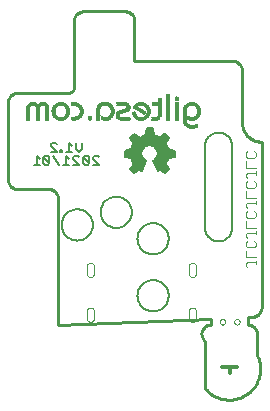
<source format=gbo>
G75*
G70*
%OFA0B0*%
%FSLAX24Y24*%
%IPPOS*%
%LPD*%
%AMOC8*
5,1,8,0,0,1.08239X$1,22.5*
%
%ADD10C,0.0050*%
%ADD11C,0.0060*%
%ADD12C,0.0100*%
%ADD13C,0.0000*%
%ADD14C,0.0030*%
%ADD15C,0.0004*%
%ADD16C,0.0120*%
%ADD17R,0.0062X0.0002*%
%ADD18R,0.0105X0.0002*%
%ADD19R,0.0133X0.0002*%
%ADD20R,0.0159X0.0002*%
%ADD21R,0.0179X0.0002*%
%ADD22R,0.0199X0.0002*%
%ADD23R,0.0215X0.0002*%
%ADD24R,0.0229X0.0002*%
%ADD25R,0.0246X0.0002*%
%ADD26R,0.0258X0.0002*%
%ADD27R,0.0272X0.0002*%
%ADD28R,0.0284X0.0002*%
%ADD29R,0.0296X0.0002*%
%ADD30R,0.0308X0.0002*%
%ADD31R,0.0320X0.0002*%
%ADD32R,0.0330X0.0002*%
%ADD33R,0.0340X0.0002*%
%ADD34R,0.0346X0.0002*%
%ADD35R,0.0350X0.0002*%
%ADD36R,0.0350X0.0002*%
%ADD37R,0.0354X0.0002*%
%ADD38R,0.0358X0.0002*%
%ADD39R,0.0360X0.0002*%
%ADD40R,0.0362X0.0002*%
%ADD41R,0.0366X0.0002*%
%ADD42R,0.0368X0.0002*%
%ADD43R,0.0368X0.0002*%
%ADD44R,0.0372X0.0002*%
%ADD45R,0.0374X0.0002*%
%ADD46R,0.0378X0.0002*%
%ADD47R,0.0378X0.0002*%
%ADD48R,0.0380X0.0002*%
%ADD49R,0.0382X0.0002*%
%ADD50R,0.0386X0.0002*%
%ADD51R,0.0386X0.0002*%
%ADD52R,0.0388X0.0002*%
%ADD53R,0.0390X0.0002*%
%ADD54R,0.0392X0.0002*%
%ADD55R,0.0392X0.0002*%
%ADD56R,0.0395X0.0002*%
%ADD57R,0.0397X0.0002*%
%ADD58R,0.0399X0.0002*%
%ADD59R,0.0399X0.0002*%
%ADD60R,0.0401X0.0002*%
%ADD61R,0.0403X0.0002*%
%ADD62R,0.0405X0.0002*%
%ADD63R,0.0405X0.0002*%
%ADD64R,0.0407X0.0002*%
%ADD65R,0.0409X0.0002*%
%ADD66R,0.0409X0.0002*%
%ADD67R,0.0411X0.0002*%
%ADD68R,0.0137X0.0002*%
%ADD69R,0.0213X0.0002*%
%ADD70R,0.0119X0.0002*%
%ADD71R,0.0197X0.0002*%
%ADD72R,0.0105X0.0002*%
%ADD73R,0.0189X0.0002*%
%ADD74R,0.0093X0.0002*%
%ADD75R,0.0181X0.0002*%
%ADD76R,0.0085X0.0002*%
%ADD77R,0.0175X0.0002*%
%ADD78R,0.0074X0.0002*%
%ADD79R,0.0167X0.0002*%
%ADD80R,0.0064X0.0002*%
%ADD81R,0.0163X0.0002*%
%ADD82R,0.0056X0.0002*%
%ADD83R,0.0159X0.0002*%
%ADD84R,0.0048X0.0002*%
%ADD85R,0.0155X0.0002*%
%ADD86R,0.0040X0.0002*%
%ADD87R,0.0151X0.0002*%
%ADD88R,0.0030X0.0002*%
%ADD89R,0.0149X0.0002*%
%ADD90R,0.0022X0.0002*%
%ADD91R,0.0145X0.0002*%
%ADD92R,0.0014X0.0002*%
%ADD93R,0.0143X0.0002*%
%ADD94R,0.0006X0.0002*%
%ADD95R,0.0139X0.0002*%
%ADD96R,0.0137X0.0002*%
%ADD97R,0.0133X0.0002*%
%ADD98R,0.0133X0.0002*%
%ADD99R,0.0129X0.0002*%
%ADD100R,0.0129X0.0002*%
%ADD101R,0.0127X0.0002*%
%ADD102R,0.0127X0.0002*%
%ADD103R,0.0125X0.0002*%
%ADD104R,0.0125X0.0002*%
%ADD105R,0.0123X0.0002*%
%ADD106R,0.0123X0.0002*%
%ADD107R,0.0121X0.0002*%
%ADD108R,0.0121X0.0002*%
%ADD109R,0.0119X0.0002*%
%ADD110R,0.0117X0.0002*%
%ADD111R,0.0115X0.0002*%
%ADD112R,0.0117X0.0002*%
%ADD113R,0.0115X0.0002*%
%ADD114R,0.0115X0.0002*%
%ADD115R,0.0113X0.0002*%
%ADD116R,0.0113X0.0002*%
%ADD117R,0.0113X0.0002*%
%ADD118R,0.0111X0.0002*%
%ADD119R,0.0111X0.0002*%
%ADD120R,0.0109X0.0002*%
%ADD121R,0.0109X0.0002*%
%ADD122R,0.0109X0.0002*%
%ADD123R,0.0107X0.0002*%
%ADD124R,0.0107X0.0002*%
%ADD125R,0.0107X0.0002*%
%ADD126R,0.0107X0.0002*%
%ADD127R,0.0105X0.0002*%
%ADD128R,0.0105X0.0002*%
%ADD129R,0.0105X0.0002*%
%ADD130R,0.0054X0.0002*%
%ADD131R,0.0062X0.0002*%
%ADD132R,0.0062X0.0002*%
%ADD133R,0.0085X0.0002*%
%ADD134R,0.0097X0.0002*%
%ADD135R,0.0093X0.0002*%
%ADD136R,0.0095X0.0002*%
%ADD137R,0.0020X0.0002*%
%ADD138R,0.0125X0.0002*%
%ADD139R,0.0107X0.0002*%
%ADD140R,0.0141X0.0002*%
%ADD141R,0.0133X0.0002*%
%ADD142R,0.0038X0.0002*%
%ADD143R,0.0137X0.0002*%
%ADD144R,0.0141X0.0002*%
%ADD145R,0.0157X0.0002*%
%ADD146R,0.0147X0.0002*%
%ADD147R,0.0050X0.0002*%
%ADD148R,0.0153X0.0002*%
%ADD149R,0.0173X0.0002*%
%ADD150R,0.0169X0.0002*%
%ADD151R,0.0169X0.0002*%
%ADD152R,0.0171X0.0002*%
%ADD153R,0.0185X0.0002*%
%ADD154R,0.0326X0.0002*%
%ADD155R,0.0171X0.0002*%
%ADD156R,0.0070X0.0002*%
%ADD157R,0.0131X0.0002*%
%ADD158R,0.0183X0.0002*%
%ADD159R,0.0183X0.0002*%
%ADD160R,0.0183X0.0002*%
%ADD161R,0.0199X0.0002*%
%ADD162R,0.0181X0.0002*%
%ADD163R,0.0074X0.0002*%
%ADD164R,0.0145X0.0002*%
%ADD165R,0.0195X0.0002*%
%ADD166R,0.0195X0.0002*%
%ADD167R,0.0193X0.0002*%
%ADD168R,0.0211X0.0002*%
%ADD169R,0.0352X0.0002*%
%ADD170R,0.0193X0.0002*%
%ADD171R,0.0083X0.0002*%
%ADD172R,0.0157X0.0002*%
%ADD173R,0.0207X0.0002*%
%ADD174R,0.0205X0.0002*%
%ADD175R,0.0201X0.0002*%
%ADD176R,0.0221X0.0002*%
%ADD177R,0.0360X0.0002*%
%ADD178R,0.0203X0.0002*%
%ADD179R,0.0087X0.0002*%
%ADD180R,0.0165X0.0002*%
%ADD181R,0.0217X0.0002*%
%ADD182R,0.0217X0.0002*%
%ADD183R,0.0207X0.0002*%
%ADD184R,0.0231X0.0002*%
%ADD185R,0.0366X0.0002*%
%ADD186R,0.0091X0.0002*%
%ADD187R,0.0175X0.0002*%
%ADD188R,0.0229X0.0002*%
%ADD189R,0.0225X0.0002*%
%ADD190R,0.0213X0.0002*%
%ADD191R,0.0242X0.0002*%
%ADD192R,0.0372X0.0002*%
%ADD193R,0.0221X0.0002*%
%ADD194R,0.0097X0.0002*%
%ADD195R,0.0238X0.0002*%
%ADD196R,0.0237X0.0002*%
%ADD197R,0.0252X0.0002*%
%ADD198R,0.0378X0.0002*%
%ADD199R,0.0101X0.0002*%
%ADD200R,0.0187X0.0002*%
%ADD201R,0.0248X0.0002*%
%ADD202R,0.0246X0.0002*%
%ADD203R,0.0223X0.0002*%
%ADD204R,0.0260X0.0002*%
%ADD205R,0.0384X0.0002*%
%ADD206R,0.0238X0.0002*%
%ADD207R,0.0254X0.0002*%
%ADD208R,0.0227X0.0002*%
%ADD209R,0.0270X0.0002*%
%ADD210R,0.0246X0.0002*%
%ADD211R,0.0266X0.0002*%
%ADD212R,0.0262X0.0002*%
%ADD213R,0.0231X0.0002*%
%ADD214R,0.0280X0.0002*%
%ADD215R,0.0252X0.0002*%
%ADD216R,0.0205X0.0002*%
%ADD217R,0.0274X0.0002*%
%ADD218R,0.0270X0.0002*%
%ADD219R,0.0235X0.0002*%
%ADD220R,0.0288X0.0002*%
%ADD221R,0.0399X0.0002*%
%ADD222R,0.0260X0.0002*%
%ADD223R,0.0282X0.0002*%
%ADD224R,0.0278X0.0002*%
%ADD225R,0.0296X0.0002*%
%ADD226R,0.0215X0.0002*%
%ADD227R,0.0290X0.0002*%
%ADD228R,0.0286X0.0002*%
%ADD229R,0.0241X0.0002*%
%ADD230R,0.0300X0.0002*%
%ADD231R,0.0405X0.0002*%
%ADD232R,0.0272X0.0002*%
%ADD233R,0.0121X0.0002*%
%ADD234R,0.0221X0.0002*%
%ADD235R,0.0298X0.0002*%
%ADD236R,0.0292X0.0002*%
%ADD237R,0.0244X0.0002*%
%ADD238R,0.0308X0.0002*%
%ADD239R,0.0123X0.0002*%
%ADD240R,0.0304X0.0002*%
%ADD241R,0.0294X0.0002*%
%ADD242R,0.0316X0.0002*%
%ADD243R,0.0411X0.0002*%
%ADD244R,0.0312X0.0002*%
%ADD245R,0.0250X0.0002*%
%ADD246R,0.0324X0.0002*%
%ADD247R,0.0415X0.0002*%
%ADD248R,0.0292X0.0002*%
%ADD249R,0.0233X0.0002*%
%ADD250R,0.0318X0.0002*%
%ADD251R,0.0302X0.0002*%
%ADD252R,0.0328X0.0002*%
%ADD253R,0.0417X0.0002*%
%ADD254R,0.0324X0.0002*%
%ADD255R,0.0256X0.0002*%
%ADD256R,0.0336X0.0002*%
%ADD257R,0.0421X0.0002*%
%ADD258R,0.0131X0.0002*%
%ADD259R,0.0330X0.0002*%
%ADD260R,0.0258X0.0002*%
%ADD261R,0.0340X0.0002*%
%ADD262R,0.0423X0.0002*%
%ADD263R,0.0135X0.0002*%
%ADD264R,0.0338X0.0002*%
%ADD265R,0.0310X0.0002*%
%ADD266R,0.0348X0.0002*%
%ADD267R,0.0425X0.0002*%
%ADD268R,0.0342X0.0002*%
%ADD269R,0.0314X0.0002*%
%ADD270R,0.0262X0.0002*%
%ADD271R,0.0429X0.0002*%
%ADD272R,0.0320X0.0002*%
%ADD273R,0.0316X0.0002*%
%ADD274R,0.0264X0.0002*%
%ADD275R,0.0360X0.0002*%
%ADD276R,0.0431X0.0002*%
%ADD277R,0.0324X0.0002*%
%ADD278R,0.0139X0.0002*%
%ADD279R,0.0256X0.0002*%
%ADD280R,0.0318X0.0002*%
%ADD281R,0.0266X0.0002*%
%ADD282R,0.0364X0.0002*%
%ADD283R,0.0433X0.0002*%
%ADD284R,0.0139X0.0002*%
%ADD285R,0.0360X0.0002*%
%ADD286R,0.0322X0.0002*%
%ADD287R,0.0268X0.0002*%
%ADD288R,0.0370X0.0002*%
%ADD289R,0.0435X0.0002*%
%ADD290R,0.0330X0.0002*%
%ADD291R,0.0376X0.0002*%
%ADD292R,0.0437X0.0002*%
%ADD293R,0.0332X0.0002*%
%ADD294R,0.0141X0.0002*%
%ADD295R,0.0326X0.0002*%
%ADD296R,0.0272X0.0002*%
%ADD297R,0.0380X0.0002*%
%ADD298R,0.0439X0.0002*%
%ADD299R,0.0334X0.0002*%
%ADD300R,0.0143X0.0002*%
%ADD301R,0.0268X0.0002*%
%ADD302R,0.0376X0.0002*%
%ADD303R,0.0274X0.0002*%
%ADD304R,0.0441X0.0002*%
%ADD305R,0.0382X0.0002*%
%ADD306R,0.0276X0.0002*%
%ADD307R,0.0391X0.0002*%
%ADD308R,0.0443X0.0002*%
%ADD309R,0.0340X0.0002*%
%ADD310R,0.0274X0.0002*%
%ADD311R,0.0334X0.0002*%
%ADD312R,0.0445X0.0002*%
%ADD313R,0.0342X0.0002*%
%ADD314R,0.0278X0.0002*%
%ADD315R,0.0401X0.0002*%
%ADD316R,0.0445X0.0002*%
%ADD317R,0.0344X0.0002*%
%ADD318R,0.0395X0.0002*%
%ADD319R,0.0280X0.0002*%
%ADD320R,0.0447X0.0002*%
%ADD321R,0.0409X0.0002*%
%ADD322R,0.0449X0.0002*%
%ADD323R,0.0348X0.0002*%
%ADD324R,0.0407X0.0002*%
%ADD325R,0.0344X0.0002*%
%ADD326R,0.0415X0.0002*%
%ADD327R,0.0451X0.0002*%
%ADD328R,0.0350X0.0002*%
%ADD329R,0.0411X0.0002*%
%ADD330R,0.0346X0.0002*%
%ADD331R,0.0284X0.0002*%
%ADD332R,0.0419X0.0002*%
%ADD333R,0.0451X0.0002*%
%ADD334R,0.0352X0.0002*%
%ADD335R,0.0290X0.0002*%
%ADD336R,0.0415X0.0002*%
%ADD337R,0.0286X0.0002*%
%ADD338R,0.0423X0.0002*%
%ADD339R,0.0453X0.0002*%
%ADD340R,0.0354X0.0002*%
%ADD341R,0.0292X0.0002*%
%ADD342R,0.0419X0.0002*%
%ADD343R,0.0427X0.0002*%
%ADD344R,0.0455X0.0002*%
%ADD345R,0.0356X0.0002*%
%ADD346R,0.0288X0.0002*%
%ADD347R,0.0431X0.0002*%
%ADD348R,0.0358X0.0002*%
%ADD349R,0.0296X0.0002*%
%ADD350R,0.0290X0.0002*%
%ADD351R,0.0435X0.0002*%
%ADD352R,0.0457X0.0002*%
%ADD353R,0.0300X0.0002*%
%ADD354R,0.0356X0.0002*%
%ADD355R,0.0290X0.0002*%
%ADD356R,0.0439X0.0002*%
%ADD357R,0.0457X0.0002*%
%ADD358R,0.0362X0.0002*%
%ADD359R,0.0302X0.0002*%
%ADD360R,0.0443X0.0002*%
%ADD361R,0.0459X0.0002*%
%ADD362R,0.0304X0.0002*%
%ADD363R,0.0447X0.0002*%
%ADD364R,0.0461X0.0002*%
%ADD365R,0.0306X0.0002*%
%ADD366R,0.0360X0.0002*%
%ADD367R,0.0294X0.0002*%
%ADD368R,0.0461X0.0002*%
%ADD369R,0.0368X0.0002*%
%ADD370R,0.0447X0.0002*%
%ADD371R,0.0463X0.0002*%
%ADD372R,0.0368X0.0002*%
%ADD373R,0.0457X0.0002*%
%ADD374R,0.0455X0.0002*%
%ADD375R,0.0372X0.0002*%
%ADD376R,0.0314X0.0002*%
%ADD377R,0.0203X0.0002*%
%ADD378R,0.0298X0.0002*%
%ADD379R,0.0201X0.0002*%
%ADD380R,0.0201X0.0002*%
%ADD381R,0.0465X0.0002*%
%ADD382R,0.0121X0.0002*%
%ADD383R,0.0316X0.0002*%
%ADD384R,0.0191X0.0002*%
%ADD385R,0.0298X0.0002*%
%ADD386R,0.0189X0.0002*%
%ADD387R,0.0465X0.0002*%
%ADD388R,0.0300X0.0002*%
%ADD389R,0.0181X0.0002*%
%ADD390R,0.0467X0.0002*%
%ADD391R,0.0103X0.0002*%
%ADD392R,0.0320X0.0002*%
%ADD393R,0.0177X0.0002*%
%ADD394R,0.0171X0.0002*%
%ADD395R,0.0079X0.0002*%
%ADD396R,0.0173X0.0002*%
%ADD397R,0.0169X0.0002*%
%ADD398R,0.0467X0.0002*%
%ADD399R,0.0171X0.0002*%
%ADD400R,0.0091X0.0002*%
%ADD401R,0.0324X0.0002*%
%ADD402R,0.0173X0.0002*%
%ADD403R,0.0072X0.0002*%
%ADD404R,0.0469X0.0002*%
%ADD405R,0.0163X0.0002*%
%ADD406R,0.0066X0.0002*%
%ADD407R,0.0165X0.0002*%
%ADD408R,0.0161X0.0002*%
%ADD409R,0.0149X0.0002*%
%ADD410R,0.0163X0.0002*%
%ADD411R,0.0081X0.0002*%
%ADD412R,0.0139X0.0002*%
%ADD413R,0.0076X0.0002*%
%ADD414R,0.0157X0.0002*%
%ADD415R,0.0058X0.0002*%
%ADD416R,0.0159X0.0002*%
%ADD417R,0.0155X0.0002*%
%ADD418R,0.0137X0.0002*%
%ADD419R,0.0159X0.0002*%
%ADD420R,0.0072X0.0002*%
%ADD421R,0.0195X0.0002*%
%ADD422R,0.0052X0.0002*%
%ADD423R,0.0127X0.0002*%
%ADD424R,0.0153X0.0002*%
%ADD425R,0.0155X0.0002*%
%ADD426R,0.0068X0.0002*%
%ADD427R,0.0189X0.0002*%
%ADD428R,0.0125X0.0002*%
%ADD429R,0.0151X0.0002*%
%ADD430R,0.0064X0.0002*%
%ADD431R,0.0044X0.0002*%
%ADD432R,0.0123X0.0002*%
%ADD433R,0.0103X0.0002*%
%ADD434R,0.0179X0.0002*%
%ADD435R,0.0147X0.0002*%
%ADD436R,0.0040X0.0002*%
%ADD437R,0.0151X0.0002*%
%ADD438R,0.0125X0.0002*%
%ADD439R,0.0099X0.0002*%
%ADD440R,0.0175X0.0002*%
%ADD441R,0.0145X0.0002*%
%ADD442R,0.0036X0.0002*%
%ADD443R,0.0056X0.0002*%
%ADD444R,0.0095X0.0002*%
%ADD445R,0.0032X0.0002*%
%ADD446R,0.0117X0.0002*%
%ADD447R,0.0052X0.0002*%
%ADD448R,0.0028X0.0002*%
%ADD449R,0.0115X0.0002*%
%ADD450R,0.0050X0.0002*%
%ADD451R,0.0141X0.0002*%
%ADD452R,0.0024X0.0002*%
%ADD453R,0.0117X0.0002*%
%ADD454R,0.0046X0.0002*%
%ADD455R,0.0119X0.0002*%
%ADD456R,0.0074X0.0002*%
%ADD457R,0.0143X0.0002*%
%ADD458R,0.0137X0.0002*%
%ADD459R,0.0016X0.0002*%
%ADD460R,0.0042X0.0002*%
%ADD461R,0.0135X0.0002*%
%ADD462R,0.0012X0.0002*%
%ADD463R,0.0038X0.0002*%
%ADD464R,0.0058X0.0002*%
%ADD465R,0.0010X0.0002*%
%ADD466R,0.0135X0.0002*%
%ADD467R,0.0115X0.0002*%
%ADD468R,0.0135X0.0002*%
%ADD469R,0.0036X0.0002*%
%ADD470R,0.0153X0.0002*%
%ADD471R,0.0034X0.0002*%
%ADD472R,0.0034X0.0002*%
%ADD473R,0.0002X0.0002*%
%ADD474R,0.0133X0.0002*%
%ADD475R,0.0030X0.0002*%
%ADD476R,0.0149X0.0002*%
%ADD477R,0.0129X0.0002*%
%ADD478R,0.0131X0.0002*%
%ADD479R,0.0028X0.0002*%
%ADD480R,0.0024X0.0002*%
%ADD481R,0.0022X0.0002*%
%ADD482R,0.0020X0.0002*%
%ADD483R,0.0018X0.0002*%
%ADD484R,0.0121X0.0002*%
%ADD485R,0.0012X0.0002*%
%ADD486R,0.0127X0.0002*%
%ADD487R,0.0010X0.0002*%
%ADD488R,0.0008X0.0002*%
%ADD489R,0.0006X0.0002*%
%ADD490R,0.0119X0.0002*%
%ADD491R,0.0004X0.0002*%
%ADD492R,0.0002X0.0002*%
%ADD493R,0.0117X0.0002*%
%ADD494R,0.0004X0.0002*%
%ADD495R,0.0111X0.0002*%
%ADD496R,0.0111X0.0002*%
%ADD497R,0.0018X0.0002*%
%ADD498R,0.0109X0.0002*%
%ADD499R,0.0022X0.0002*%
%ADD500R,0.0042X0.0002*%
%ADD501R,0.0046X0.0002*%
%ADD502R,0.0056X0.0002*%
%ADD503R,0.0161X0.0002*%
%ADD504R,0.0070X0.0002*%
%ADD505R,0.0109X0.0002*%
%ADD506R,0.0185X0.0002*%
%ADD507R,0.0089X0.0002*%
%ADD508R,0.0093X0.0002*%
%ADD509R,0.0099X0.0002*%
%ADD510R,0.0211X0.0002*%
%ADD511R,0.0231X0.0002*%
%ADD512R,0.0240X0.0002*%
%ADD513R,0.0149X0.0002*%
%ADD514R,0.0264X0.0002*%
%ADD515R,0.0268X0.0002*%
%ADD516R,0.0272X0.0002*%
%ADD517R,0.0167X0.0002*%
%ADD518R,0.0068X0.0002*%
%ADD519R,0.0284X0.0002*%
%ADD520R,0.0018X0.0002*%
%ADD521R,0.0185X0.0002*%
%ADD522R,0.0002X0.0002*%
%ADD523R,0.0197X0.0002*%
%ADD524R,0.0197X0.0002*%
%ADD525R,0.0310X0.0002*%
%ADD526R,0.0199X0.0002*%
%ADD527R,0.0310X0.0002*%
%ADD528R,0.0312X0.0002*%
%ADD529R,0.0312X0.0002*%
%ADD530R,0.0310X0.0002*%
%ADD531R,0.0306X0.0002*%
%ADD532R,0.0199X0.0002*%
%ADD533R,0.0197X0.0002*%
%ADD534R,0.0296X0.0002*%
%ADD535R,0.0254X0.0002*%
%ADD536R,0.0225X0.0002*%
%ADD537R,0.0219X0.0002*%
%ADD538R,0.0157X0.0002*%
%ADD539R,0.0107X0.0002*%
%ADD540R,0.0117X0.0002*%
%ADD541R,0.0197X0.0002*%
%ADD542R,0.0141X0.0002*%
%ADD543R,0.0111X0.0002*%
%ADD544R,0.0119X0.0002*%
%ADD545R,0.0111X0.0002*%
%ADD546R,0.0123X0.0002*%
%ADD547R,0.0197X0.0002*%
%ADD548R,0.0121X0.0002*%
%ADD549R,0.0119X0.0002*%
%ADD550R,0.0127X0.0002*%
%ADD551R,0.0193X0.0002*%
%ADD552R,0.0187X0.0002*%
%ADD553R,0.0131X0.0002*%
%ADD554R,0.0125X0.0002*%
%ADD555R,0.0123X0.0002*%
%ADD556R,0.0177X0.0002*%
%ADD557R,0.0127X0.0002*%
%ADD558R,0.0163X0.0002*%
%ADD559R,0.0135X0.0002*%
%ADD560R,0.0129X0.0002*%
%ADD561R,0.0143X0.0002*%
%ADD562R,0.0139X0.0002*%
%ADD563R,0.0135X0.0002*%
%ADD564R,0.0115X0.0002*%
%ADD565R,0.0129X0.0002*%
%ADD566R,0.0137X0.0002*%
%ADD567R,0.0131X0.0002*%
%ADD568R,0.0141X0.0002*%
%ADD569R,0.0153X0.0002*%
%ADD570R,0.0151X0.0002*%
%ADD571R,0.0155X0.0002*%
%ADD572R,0.0159X0.0002*%
%ADD573R,0.0161X0.0002*%
%ADD574R,0.0143X0.0002*%
%ADD575R,0.0147X0.0002*%
%ADD576R,0.0165X0.0002*%
%ADD577R,0.0167X0.0002*%
%ADD578R,0.0167X0.0002*%
%ADD579R,0.0153X0.0002*%
%ADD580R,0.0175X0.0002*%
%ADD581R,0.0149X0.0002*%
%ADD582R,0.0179X0.0002*%
%ADD583R,0.0153X0.0002*%
%ADD584R,0.0191X0.0002*%
%ADD585R,0.0161X0.0002*%
%ADD586R,0.0195X0.0002*%
%ADD587R,0.0199X0.0002*%
%ADD588R,0.0163X0.0002*%
%ADD589R,0.0207X0.0002*%
%ADD590R,0.0167X0.0002*%
%ADD591R,0.0173X0.0002*%
%ADD592R,0.0316X0.0002*%
%ADD593R,0.0171X0.0002*%
%ADD594R,0.0441X0.0002*%
%ADD595R,0.0177X0.0002*%
%ADD596R,0.0322X0.0002*%
%ADD597R,0.0173X0.0002*%
%ADD598R,0.0229X0.0002*%
%ADD599R,0.0441X0.0002*%
%ADD600R,0.0185X0.0002*%
%ADD601R,0.0320X0.0002*%
%ADD602R,0.0147X0.0002*%
%ADD603R,0.0240X0.0002*%
%ADD604R,0.0179X0.0002*%
%ADD605R,0.0264X0.0002*%
%ADD606R,0.0199X0.0002*%
%ADD607R,0.0201X0.0002*%
%ADD608R,0.0439X0.0002*%
%ADD609R,0.0205X0.0002*%
%ADD610R,0.0211X0.0002*%
%ADD611R,0.0201X0.0002*%
%ADD612R,0.0165X0.0002*%
%ADD613R,0.0286X0.0002*%
%ADD614R,0.0449X0.0002*%
%ADD615R,0.0437X0.0002*%
%ADD616R,0.0473X0.0002*%
%ADD617R,0.0314X0.0002*%
%ADD618R,0.0455X0.0002*%
%ADD619R,0.0702X0.0002*%
%ADD620R,0.0700X0.0002*%
%ADD621R,0.0698X0.0002*%
%ADD622R,0.0445X0.0002*%
%ADD623R,0.0435X0.0002*%
%ADD624R,0.0463X0.0002*%
%ADD625R,0.0308X0.0002*%
%ADD626R,0.0447X0.0002*%
%ADD627R,0.0694X0.0002*%
%ADD628R,0.0433X0.0002*%
%ADD629R,0.0459X0.0002*%
%ADD630R,0.0443X0.0002*%
%ADD631R,0.0694X0.0002*%
%ADD632R,0.0431X0.0002*%
%ADD633R,0.0690X0.0002*%
%ADD634R,0.0427X0.0002*%
%ADD635R,0.0686X0.0002*%
%ADD636R,0.0423X0.0002*%
%ADD637R,0.0429X0.0002*%
%ADD638R,0.0431X0.0002*%
%ADD639R,0.0449X0.0002*%
%ADD640R,0.0298X0.0002*%
%ADD641R,0.0686X0.0002*%
%ADD642R,0.0425X0.0002*%
%ADD643R,0.0429X0.0002*%
%ADD644R,0.0427X0.0002*%
%ADD645R,0.0682X0.0002*%
%ADD646R,0.0421X0.0002*%
%ADD647R,0.0441X0.0002*%
%ADD648R,0.0678X0.0002*%
%ADD649R,0.0676X0.0002*%
%ADD650R,0.0407X0.0002*%
%ADD651R,0.0413X0.0002*%
%ADD652R,0.0425X0.0002*%
%ADD653R,0.0433X0.0002*%
%ADD654R,0.0290X0.0002*%
%ADD655R,0.0415X0.0002*%
%ADD656R,0.0336X0.0002*%
%ADD657R,0.0336X0.0002*%
%ADD658R,0.0403X0.0002*%
%ADD659R,0.0423X0.0002*%
%ADD660R,0.0429X0.0002*%
%ADD661R,0.0286X0.0002*%
%ADD662R,0.0411X0.0002*%
%ADD663R,0.0332X0.0002*%
%ADD664R,0.0399X0.0002*%
%ADD665R,0.0328X0.0002*%
%ADD666R,0.0394X0.0002*%
%ADD667R,0.0390X0.0002*%
%ADD668R,0.0397X0.0002*%
%ADD669R,0.0419X0.0002*%
%ADD670R,0.0417X0.0002*%
%ADD671R,0.0278X0.0002*%
%ADD672R,0.0395X0.0002*%
%ADD673R,0.0324X0.0002*%
%ADD674R,0.0386X0.0002*%
%ADD675R,0.0417X0.0002*%
%ADD676R,0.0413X0.0002*%
%ADD677R,0.0276X0.0002*%
%ADD678R,0.0391X0.0002*%
%ADD679R,0.0382X0.0002*%
%ADD680R,0.0316X0.0002*%
%ADD681R,0.0413X0.0002*%
%ADD682R,0.0372X0.0002*%
%ADD683R,0.0396X0.0002*%
%ADD684R,0.0268X0.0002*%
%ADD685R,0.0376X0.0002*%
%ADD686R,0.0370X0.0002*%
%ADD687R,0.0304X0.0002*%
%ADD688R,0.0380X0.0002*%
%ADD689R,0.0352X0.0002*%
%ADD690R,0.0356X0.0002*%
%ADD691R,0.0403X0.0002*%
%ADD692R,0.0376X0.0002*%
%ADD693R,0.0256X0.0002*%
%ADD694R,0.0354X0.0002*%
%ADD695R,0.0294X0.0002*%
%ADD696R,0.0292X0.0002*%
%ADD697R,0.0350X0.0002*%
%ADD698R,0.0350X0.0002*%
%ADD699R,0.0288X0.0002*%
%ADD700R,0.0346X0.0002*%
%ADD701R,0.0364X0.0002*%
%ADD702R,0.0334X0.0002*%
%ADD703R,0.0280X0.0002*%
%ADD704R,0.0328X0.0002*%
%ADD705R,0.0334X0.0002*%
%ADD706R,0.0242X0.0002*%
%ADD707R,0.0330X0.0002*%
%ADD708R,0.0274X0.0002*%
%ADD709R,0.0276X0.0002*%
%ADD710R,0.0388X0.0002*%
%ADD711R,0.0237X0.0002*%
%ADD712R,0.0270X0.0002*%
%ADD713R,0.0270X0.0002*%
%ADD714R,0.0264X0.0002*%
%ADD715R,0.0304X0.0002*%
%ADD716R,0.0380X0.0002*%
%ADD717R,0.0326X0.0002*%
%ADD718R,0.0225X0.0002*%
%ADD719R,0.0254X0.0002*%
%ADD720R,0.0300X0.0002*%
%ADD721R,0.0298X0.0002*%
%ADD722R,0.0250X0.0002*%
%ADD723R,0.0248X0.0002*%
%ADD724R,0.0244X0.0002*%
%ADD725R,0.0274X0.0002*%
%ADD726R,0.0362X0.0002*%
%ADD727R,0.0296X0.0002*%
%ADD728R,0.0205X0.0002*%
%ADD729R,0.0229X0.0002*%
%ADD730R,0.0231X0.0002*%
%ADD731R,0.0266X0.0002*%
%ADD732R,0.0358X0.0002*%
%ADD733R,0.0223X0.0002*%
%ADD734R,0.0215X0.0002*%
%ADD735R,0.0209X0.0002*%
%ADD736R,0.0240X0.0002*%
%ADD737R,0.0244X0.0002*%
%ADD738R,0.0340X0.0002*%
%ADD739R,0.0262X0.0002*%
%ADD740R,0.0238X0.0002*%
%ADD741R,0.0229X0.0002*%
%ADD742R,0.0231X0.0002*%
%ADD743R,0.0229X0.0002*%
%ADD744R,0.0219X0.0002*%
%ADD745R,0.0223X0.0002*%
%ADD746R,0.0183X0.0002*%
%ADD747R,0.0215X0.0002*%
%ADD748R,0.0195X0.0002*%
%ADD749R,0.0203X0.0002*%
%ADD750R,0.0187X0.0002*%
%ADD751R,0.0169X0.0002*%
%ADD752R,0.0143X0.0002*%
%ADD753R,0.0155X0.0002*%
%ADD754R,0.0095X0.0002*%
%ADD755R,0.0078X0.0002*%
%ADD756R,0.0081X0.0002*%
%ADD757R,0.0072X0.0002*%
%ADD758R,0.0020X0.0002*%
%ADD759R,0.0050X0.0002*%
%ADD760R,0.0060X0.0002*%
%ADD761R,0.0066X0.0002*%
%ADD762R,0.0079X0.0002*%
%ADD763R,0.0089X0.0002*%
%ADD764R,0.0091X0.0002*%
%ADD765R,0.0095X0.0002*%
%ADD766R,0.0099X0.0002*%
%ADD767R,0.0103X0.0002*%
%ADD768R,0.0101X0.0002*%
%ADD769R,0.0087X0.0002*%
%ADD770R,0.0074X0.0002*%
%ADD771R,0.0062X0.0002*%
%ADD772R,0.0054X0.0002*%
%ADD773R,0.0044X0.0002*%
%ADD774R,0.0030X0.0002*%
D10*
X002377Y005976D02*
X002379Y006021D01*
X002385Y006066D01*
X002395Y006111D01*
X002408Y006154D01*
X002426Y006196D01*
X002447Y006236D01*
X002471Y006274D01*
X002499Y006310D01*
X002529Y006344D01*
X002563Y006374D01*
X002599Y006402D01*
X002637Y006426D01*
X002677Y006447D01*
X002719Y006465D01*
X002762Y006478D01*
X002807Y006488D01*
X002852Y006494D01*
X002897Y006496D01*
X002942Y006494D01*
X002987Y006488D01*
X003032Y006478D01*
X003075Y006465D01*
X003117Y006447D01*
X003157Y006426D01*
X003195Y006402D01*
X003231Y006374D01*
X003265Y006344D01*
X003295Y006310D01*
X003323Y006274D01*
X003347Y006236D01*
X003368Y006196D01*
X003386Y006154D01*
X003399Y006111D01*
X003409Y006066D01*
X003415Y006021D01*
X003417Y005976D01*
X003415Y005931D01*
X003409Y005886D01*
X003399Y005841D01*
X003386Y005798D01*
X003368Y005756D01*
X003347Y005716D01*
X003323Y005678D01*
X003295Y005642D01*
X003265Y005608D01*
X003231Y005578D01*
X003195Y005550D01*
X003157Y005526D01*
X003117Y005505D01*
X003075Y005487D01*
X003032Y005474D01*
X002987Y005464D01*
X002942Y005458D01*
X002897Y005456D01*
X002852Y005458D01*
X002807Y005464D01*
X002762Y005474D01*
X002719Y005487D01*
X002677Y005505D01*
X002637Y005526D01*
X002599Y005550D01*
X002563Y005578D01*
X002529Y005608D01*
X002499Y005642D01*
X002471Y005678D01*
X002447Y005716D01*
X002426Y005756D01*
X002408Y005798D01*
X002395Y005841D01*
X002385Y005886D01*
X002379Y005931D01*
X002377Y005976D01*
X003677Y006396D02*
X003679Y006441D01*
X003685Y006486D01*
X003695Y006531D01*
X003708Y006574D01*
X003726Y006616D01*
X003747Y006656D01*
X003771Y006694D01*
X003799Y006730D01*
X003829Y006764D01*
X003863Y006794D01*
X003899Y006822D01*
X003937Y006846D01*
X003977Y006867D01*
X004019Y006885D01*
X004062Y006898D01*
X004107Y006908D01*
X004152Y006914D01*
X004197Y006916D01*
X004242Y006914D01*
X004287Y006908D01*
X004332Y006898D01*
X004375Y006885D01*
X004417Y006867D01*
X004457Y006846D01*
X004495Y006822D01*
X004531Y006794D01*
X004565Y006764D01*
X004595Y006730D01*
X004623Y006694D01*
X004647Y006656D01*
X004668Y006616D01*
X004686Y006574D01*
X004699Y006531D01*
X004709Y006486D01*
X004715Y006441D01*
X004717Y006396D01*
X004715Y006351D01*
X004709Y006306D01*
X004699Y006261D01*
X004686Y006218D01*
X004668Y006176D01*
X004647Y006136D01*
X004623Y006098D01*
X004595Y006062D01*
X004565Y006028D01*
X004531Y005998D01*
X004495Y005970D01*
X004457Y005946D01*
X004417Y005925D01*
X004375Y005907D01*
X004332Y005894D01*
X004287Y005884D01*
X004242Y005878D01*
X004197Y005876D01*
X004152Y005878D01*
X004107Y005884D01*
X004062Y005894D01*
X004019Y005907D01*
X003977Y005925D01*
X003937Y005946D01*
X003899Y005970D01*
X003863Y005998D01*
X003829Y006028D01*
X003799Y006062D01*
X003771Y006098D01*
X003747Y006136D01*
X003726Y006176D01*
X003708Y006218D01*
X003695Y006261D01*
X003685Y006306D01*
X003679Y006351D01*
X003677Y006396D01*
X004907Y005516D02*
X004909Y005561D01*
X004915Y005606D01*
X004925Y005651D01*
X004938Y005694D01*
X004956Y005736D01*
X004977Y005776D01*
X005001Y005814D01*
X005029Y005850D01*
X005059Y005884D01*
X005093Y005914D01*
X005129Y005942D01*
X005167Y005966D01*
X005207Y005987D01*
X005249Y006005D01*
X005292Y006018D01*
X005337Y006028D01*
X005382Y006034D01*
X005427Y006036D01*
X005472Y006034D01*
X005517Y006028D01*
X005562Y006018D01*
X005605Y006005D01*
X005647Y005987D01*
X005687Y005966D01*
X005725Y005942D01*
X005761Y005914D01*
X005795Y005884D01*
X005825Y005850D01*
X005853Y005814D01*
X005877Y005776D01*
X005898Y005736D01*
X005916Y005694D01*
X005929Y005651D01*
X005939Y005606D01*
X005945Y005561D01*
X005947Y005516D01*
X005945Y005471D01*
X005939Y005426D01*
X005929Y005381D01*
X005916Y005338D01*
X005898Y005296D01*
X005877Y005256D01*
X005853Y005218D01*
X005825Y005182D01*
X005795Y005148D01*
X005761Y005118D01*
X005725Y005090D01*
X005687Y005066D01*
X005647Y005045D01*
X005605Y005027D01*
X005562Y005014D01*
X005517Y005004D01*
X005472Y004998D01*
X005427Y004996D01*
X005382Y004998D01*
X005337Y005004D01*
X005292Y005014D01*
X005249Y005027D01*
X005207Y005045D01*
X005167Y005066D01*
X005129Y005090D01*
X005093Y005118D01*
X005059Y005148D01*
X005029Y005182D01*
X005001Y005218D01*
X004977Y005256D01*
X004956Y005296D01*
X004938Y005338D01*
X004925Y005381D01*
X004915Y005426D01*
X004909Y005471D01*
X004907Y005516D01*
X004907Y003616D02*
X004909Y003661D01*
X004915Y003706D01*
X004925Y003751D01*
X004938Y003794D01*
X004956Y003836D01*
X004977Y003876D01*
X005001Y003914D01*
X005029Y003950D01*
X005059Y003984D01*
X005093Y004014D01*
X005129Y004042D01*
X005167Y004066D01*
X005207Y004087D01*
X005249Y004105D01*
X005292Y004118D01*
X005337Y004128D01*
X005382Y004134D01*
X005427Y004136D01*
X005472Y004134D01*
X005517Y004128D01*
X005562Y004118D01*
X005605Y004105D01*
X005647Y004087D01*
X005687Y004066D01*
X005725Y004042D01*
X005761Y004014D01*
X005795Y003984D01*
X005825Y003950D01*
X005853Y003914D01*
X005877Y003876D01*
X005898Y003836D01*
X005916Y003794D01*
X005929Y003751D01*
X005939Y003706D01*
X005945Y003661D01*
X005947Y003616D01*
X005945Y003571D01*
X005939Y003526D01*
X005929Y003481D01*
X005916Y003438D01*
X005898Y003396D01*
X005877Y003356D01*
X005853Y003318D01*
X005825Y003282D01*
X005795Y003248D01*
X005761Y003218D01*
X005725Y003190D01*
X005687Y003166D01*
X005647Y003145D01*
X005605Y003127D01*
X005562Y003114D01*
X005517Y003104D01*
X005472Y003098D01*
X005427Y003096D01*
X005382Y003098D01*
X005337Y003104D01*
X005292Y003114D01*
X005249Y003127D01*
X005207Y003145D01*
X005167Y003166D01*
X005129Y003190D01*
X005093Y003218D01*
X005059Y003248D01*
X005029Y003282D01*
X005001Y003318D01*
X004977Y003356D01*
X004956Y003396D01*
X004938Y003438D01*
X004925Y003481D01*
X004915Y003526D01*
X004909Y003571D01*
X004907Y003616D01*
X007158Y005886D02*
X007158Y008596D01*
X007160Y008637D01*
X007165Y008677D01*
X007174Y008717D01*
X007187Y008756D01*
X007203Y008793D01*
X007222Y008829D01*
X007245Y008863D01*
X007270Y008895D01*
X007299Y008925D01*
X007329Y008952D01*
X007362Y008976D01*
X007397Y008997D01*
X007434Y009014D01*
X007472Y009029D01*
X007512Y009040D01*
X007552Y009047D01*
X007593Y009051D01*
X007633Y009051D01*
X007674Y009047D01*
X007714Y009040D01*
X007754Y009029D01*
X007792Y009014D01*
X007829Y008997D01*
X007864Y008976D01*
X007897Y008952D01*
X007927Y008925D01*
X007956Y008895D01*
X007981Y008863D01*
X008004Y008829D01*
X008023Y008793D01*
X008039Y008756D01*
X008052Y008717D01*
X008061Y008677D01*
X008066Y008637D01*
X008068Y008596D01*
X008068Y005886D01*
X008066Y005845D01*
X008061Y005805D01*
X008052Y005765D01*
X008039Y005726D01*
X008023Y005689D01*
X008004Y005653D01*
X007981Y005619D01*
X007956Y005587D01*
X007927Y005557D01*
X007897Y005530D01*
X007864Y005506D01*
X007829Y005485D01*
X007792Y005468D01*
X007754Y005453D01*
X007714Y005442D01*
X007674Y005435D01*
X007633Y005431D01*
X007593Y005431D01*
X007552Y005435D01*
X007512Y005442D01*
X007472Y005453D01*
X007434Y005468D01*
X007397Y005485D01*
X007362Y005506D01*
X007329Y005530D01*
X007299Y005557D01*
X007270Y005587D01*
X007245Y005619D01*
X007222Y005653D01*
X007203Y005689D01*
X007187Y005726D01*
X007174Y005765D01*
X007165Y005805D01*
X007160Y005845D01*
X007158Y005886D01*
D11*
X005828Y007696D02*
X005968Y007836D01*
X005848Y008016D01*
X005811Y008028D02*
X005489Y008028D01*
X005524Y007970D02*
X005816Y007970D01*
X005798Y007996D02*
X005898Y008246D01*
X006098Y008296D01*
X006098Y008446D01*
X005898Y008446D01*
X005798Y008696D01*
X005948Y008896D01*
X005798Y008996D01*
X005648Y008846D01*
X005448Y008946D01*
X005398Y009146D01*
X005248Y009146D01*
X005198Y008946D01*
X004998Y008846D01*
X004798Y008996D01*
X004698Y008896D01*
X004798Y008696D01*
X004698Y008446D01*
X004498Y008446D01*
X004498Y008296D01*
X004748Y008246D01*
X004798Y007996D01*
X004698Y007846D01*
X004798Y007746D01*
X004948Y007846D01*
X005048Y007796D01*
X005148Y008096D01*
X004998Y008296D01*
X005048Y008546D01*
X005248Y008646D01*
X005448Y008646D01*
X005598Y008496D01*
X005878Y008496D01*
X005918Y008496D02*
X006148Y008456D01*
X006148Y008256D01*
X005928Y008216D01*
X005881Y008204D02*
X005598Y008204D01*
X005598Y008196D02*
X005448Y008096D01*
X005598Y007846D01*
X005648Y007846D01*
X005798Y007746D01*
X005898Y007846D01*
X005798Y007996D01*
X005835Y008087D02*
X005454Y008087D01*
X005428Y008116D02*
X005578Y007776D01*
X005648Y007816D01*
X005828Y007696D01*
X005846Y007794D02*
X005726Y007794D01*
X005855Y007911D02*
X005559Y007911D01*
X005595Y007853D02*
X005894Y007853D01*
X005858Y008145D02*
X005522Y008145D01*
X005598Y008196D02*
X005598Y008496D01*
X005598Y008438D02*
X006098Y008438D01*
X006098Y008379D02*
X005598Y008379D01*
X005598Y008321D02*
X006098Y008321D01*
X005963Y008262D02*
X005598Y008262D01*
X005926Y008200D02*
X005911Y008153D01*
X005893Y008107D01*
X005871Y008063D01*
X005846Y008021D01*
X005855Y008555D02*
X005540Y008555D01*
X005481Y008613D02*
X005832Y008613D01*
X005808Y008672D02*
X004789Y008672D01*
X004788Y008686D02*
X004648Y008876D01*
X004788Y009016D01*
X004988Y008886D01*
X004997Y008847D02*
X004723Y008847D01*
X004708Y008906D02*
X004919Y008906D01*
X004841Y008964D02*
X004766Y008964D01*
X004752Y008789D02*
X005868Y008789D01*
X005912Y008847D02*
X005649Y008847D01*
X005646Y008847D02*
X005000Y008847D01*
X005117Y008906D02*
X005529Y008906D01*
X005458Y008956D02*
X005408Y009196D01*
X005218Y009196D01*
X005168Y008956D01*
X005203Y008964D02*
X005444Y008964D01*
X005429Y009023D02*
X005218Y009023D01*
X005232Y009081D02*
X005415Y009081D01*
X005400Y009140D02*
X005247Y009140D01*
X005638Y008886D02*
X005828Y009016D01*
X005968Y008876D01*
X005838Y008686D01*
X005824Y008730D02*
X004781Y008730D01*
X004765Y008613D02*
X005182Y008613D01*
X005065Y008555D02*
X004742Y008555D01*
X004718Y008496D02*
X005038Y008496D01*
X005027Y008438D02*
X004498Y008438D01*
X004478Y008456D02*
X004478Y008256D01*
X004698Y008216D01*
X004668Y008262D02*
X005024Y008262D01*
X005003Y008321D02*
X004498Y008321D01*
X004498Y008379D02*
X005015Y008379D01*
X005068Y008204D02*
X004757Y008204D01*
X004769Y008145D02*
X005112Y008145D01*
X005145Y008087D02*
X004780Y008087D01*
X004792Y008028D02*
X005126Y008028D01*
X005106Y007970D02*
X004781Y007970D01*
X004778Y008016D02*
X004648Y007836D01*
X004788Y007696D01*
X004968Y007816D01*
X005048Y007776D01*
X005188Y008116D01*
X005087Y007911D02*
X004742Y007911D01*
X004703Y007853D02*
X005067Y007853D01*
X004870Y007794D02*
X004750Y007794D01*
X004698Y008496D02*
X004478Y008456D01*
X004696Y008497D02*
X004708Y008537D01*
X004723Y008576D01*
X004741Y008614D01*
X004761Y008650D01*
X004783Y008685D01*
X005188Y008116D02*
X005160Y008132D01*
X005133Y008151D01*
X005110Y008173D01*
X005089Y008198D01*
X005071Y008226D01*
X005056Y008255D01*
X005046Y008286D01*
X005038Y008317D01*
X005035Y008350D01*
X005036Y008382D01*
X005040Y008415D01*
X005049Y008446D01*
X005061Y008476D01*
X005076Y008505D01*
X005095Y008532D01*
X005117Y008556D01*
X005141Y008577D01*
X005168Y008596D01*
X005197Y008611D01*
X005228Y008622D01*
X005259Y008630D01*
X005292Y008634D01*
X005324Y008634D01*
X005357Y008630D01*
X005388Y008622D01*
X005419Y008611D01*
X005448Y008596D01*
X005475Y008577D01*
X005499Y008556D01*
X005521Y008532D01*
X005540Y008505D01*
X005555Y008476D01*
X005567Y008446D01*
X005576Y008415D01*
X005580Y008382D01*
X005581Y008350D01*
X005578Y008317D01*
X005570Y008286D01*
X005560Y008255D01*
X005545Y008226D01*
X005527Y008198D01*
X005506Y008173D01*
X005483Y008151D01*
X005456Y008132D01*
X005428Y008116D01*
X005636Y008882D02*
X005594Y008905D01*
X005551Y008924D01*
X005506Y008941D01*
X005460Y008953D01*
X005708Y008906D02*
X005934Y008906D01*
X005846Y008964D02*
X005766Y008964D01*
X004699Y008217D02*
X004709Y008175D01*
X004722Y008134D01*
X004738Y008094D01*
X004757Y008055D01*
X004779Y008018D01*
X004989Y008886D02*
X005032Y008909D01*
X005076Y008929D01*
X005122Y008945D01*
X005168Y008957D01*
X005839Y008686D02*
X005860Y008651D01*
X005879Y008614D01*
X005895Y008577D01*
X005909Y008538D01*
X005920Y008498D01*
X003631Y008236D02*
X003581Y008287D01*
X003481Y008287D01*
X003431Y008236D01*
X003431Y008186D01*
X003631Y007986D01*
X003431Y007986D01*
X003300Y008036D02*
X003300Y008236D01*
X003250Y008287D01*
X003150Y008287D01*
X003100Y008236D01*
X003300Y008036D01*
X003250Y007986D01*
X003150Y007986D01*
X003100Y008036D01*
X003100Y008236D01*
X002968Y008236D02*
X002918Y008287D01*
X002818Y008287D01*
X002768Y008236D01*
X002768Y008186D01*
X002968Y007986D01*
X002768Y007986D01*
X002637Y007986D02*
X002437Y007986D01*
X002537Y007986D02*
X002537Y008287D01*
X002637Y008186D01*
X002620Y008416D02*
X002620Y008717D01*
X002720Y008616D01*
X002720Y008416D02*
X002519Y008416D01*
X002388Y008416D02*
X002338Y008416D01*
X002338Y008466D01*
X002388Y008466D01*
X002388Y008416D01*
X002222Y008416D02*
X002022Y008616D01*
X002022Y008666D01*
X002072Y008717D01*
X002172Y008717D01*
X002222Y008666D01*
X002222Y008416D02*
X002022Y008416D01*
X002105Y008287D02*
X002305Y007986D01*
X001974Y008036D02*
X001924Y007986D01*
X001824Y007986D01*
X001774Y008036D01*
X001774Y008236D01*
X001974Y008036D01*
X001974Y008236D01*
X001924Y008287D01*
X001824Y008287D01*
X001774Y008236D01*
X001642Y008186D02*
X001542Y008287D01*
X001542Y007986D01*
X001642Y007986D02*
X001442Y007986D01*
X002851Y008516D02*
X002851Y008717D01*
X003051Y008717D02*
X003051Y008516D01*
X002951Y008416D01*
X002851Y008516D01*
D12*
X002254Y002646D02*
X007364Y002832D01*
X007364Y002646D01*
X007330Y002647D01*
X007296Y002644D01*
X007262Y002637D01*
X007229Y002626D01*
X007198Y002611D01*
X007169Y002593D01*
X007142Y002572D01*
X007117Y002548D01*
X007096Y002522D01*
X007077Y002493D01*
X007062Y002462D01*
X007050Y002430D01*
X007043Y002396D01*
X007039Y002362D01*
X007038Y002328D01*
X007042Y002293D01*
X007050Y002260D01*
X007061Y002228D01*
X007076Y002197D01*
X007095Y002168D01*
X007116Y002141D01*
X007141Y002117D01*
X007168Y002096D01*
X007167Y002095D02*
X007167Y000520D01*
X007209Y000473D01*
X007254Y000428D01*
X007302Y000387D01*
X007352Y000348D01*
X007405Y000312D01*
X007459Y000280D01*
X007516Y000251D01*
X007574Y000225D01*
X007633Y000203D01*
X007694Y000185D01*
X007756Y000170D01*
X007819Y000160D01*
X007882Y000153D01*
X007945Y000150D01*
X008009Y000151D01*
X008072Y000156D01*
X008135Y000165D01*
X008197Y000177D01*
X008258Y000194D01*
X008318Y000214D01*
X008377Y000237D01*
X008435Y000265D01*
X008490Y000295D01*
X008544Y000329D01*
X008595Y000367D01*
X008644Y000407D01*
X008690Y000450D01*
X008734Y000496D01*
X008775Y000545D01*
X008813Y000596D01*
X008847Y000649D01*
X008878Y000705D01*
X008906Y000762D01*
X008930Y000820D01*
X008951Y000880D01*
X008968Y000942D01*
X008981Y001004D01*
X008990Y001066D01*
X008995Y001130D01*
X008997Y001193D01*
X008995Y001257D01*
X008988Y001320D01*
X008978Y001382D01*
X008964Y001444D01*
X008947Y001505D01*
X008925Y001565D01*
X008900Y001623D01*
X008900Y002331D01*
X008898Y002364D01*
X008893Y002396D01*
X008885Y002428D01*
X008873Y002459D01*
X008858Y002488D01*
X008840Y002516D01*
X008819Y002542D01*
X008796Y002565D01*
X008770Y002586D01*
X008742Y002604D01*
X008713Y002619D01*
X008682Y002631D01*
X008650Y002639D01*
X008618Y002644D01*
X008585Y002646D01*
X008585Y002901D01*
X008663Y002901D01*
X008663Y002900D02*
X008702Y002902D01*
X008740Y002908D01*
X008777Y002917D01*
X008814Y002930D01*
X008849Y002947D01*
X008882Y002966D01*
X008913Y002989D01*
X008942Y003015D01*
X008968Y003044D01*
X008991Y003075D01*
X009010Y003108D01*
X009027Y003143D01*
X009040Y003180D01*
X009049Y003217D01*
X009055Y003255D01*
X009057Y003294D01*
X009057Y008752D01*
X009057Y008751D02*
X009008Y008752D01*
X008960Y008756D01*
X008912Y008763D01*
X008864Y008774D01*
X008818Y008789D01*
X008773Y008807D01*
X008729Y008828D01*
X008687Y008853D01*
X008647Y008881D01*
X008610Y008911D01*
X008574Y008945D01*
X008541Y008981D01*
X008511Y009019D01*
X008484Y009059D01*
X008460Y009101D01*
X008439Y009145D01*
X008422Y009191D01*
X008408Y009237D01*
X008397Y009285D01*
X008391Y009333D01*
X008387Y009381D01*
X008388Y009382D02*
X008388Y011101D01*
X008073Y011456D02*
X004804Y011456D01*
X004804Y012782D01*
X004802Y012815D01*
X004797Y012847D01*
X004789Y012879D01*
X004777Y012910D01*
X004762Y012939D01*
X004744Y012967D01*
X004723Y012993D01*
X004700Y013016D01*
X004674Y013037D01*
X004646Y013055D01*
X004617Y013070D01*
X004586Y013082D01*
X004554Y013090D01*
X004522Y013095D01*
X004489Y013097D01*
X003107Y013097D01*
X003074Y013095D01*
X003042Y013090D01*
X003010Y013082D01*
X002979Y013070D01*
X002950Y013055D01*
X002922Y013037D01*
X002896Y013016D01*
X002873Y012993D01*
X002852Y012967D01*
X002834Y012939D01*
X002819Y012910D01*
X002807Y012879D01*
X002799Y012847D01*
X002794Y012815D01*
X002792Y012782D01*
X002792Y010573D01*
X002790Y010547D01*
X002785Y010522D01*
X002777Y010498D01*
X002766Y010474D01*
X002751Y010453D01*
X002734Y010434D01*
X002715Y010417D01*
X002693Y010402D01*
X002670Y010391D01*
X002646Y010383D01*
X002621Y010378D01*
X002595Y010376D01*
X002595Y010377D02*
X000904Y010377D01*
X000871Y010375D01*
X000839Y010370D01*
X000807Y010362D01*
X000776Y010350D01*
X000747Y010335D01*
X000719Y010317D01*
X000693Y010296D01*
X000670Y010273D01*
X000649Y010247D01*
X000631Y010219D01*
X000616Y010190D01*
X000604Y010159D01*
X000596Y010127D01*
X000591Y010095D01*
X000589Y010062D01*
X000589Y007489D01*
X000591Y007456D01*
X000596Y007424D01*
X000604Y007392D01*
X000616Y007361D01*
X000631Y007331D01*
X000649Y007304D01*
X000670Y007278D01*
X000693Y007255D01*
X000719Y007234D01*
X000747Y007216D01*
X000776Y007201D01*
X000807Y007189D01*
X000839Y007181D01*
X000871Y007176D01*
X000904Y007174D01*
X001899Y007174D01*
X001900Y007174D02*
X001933Y007176D01*
X001966Y007175D01*
X001999Y007170D01*
X002031Y007162D01*
X002062Y007151D01*
X002092Y007137D01*
X002120Y007119D01*
X002146Y007099D01*
X002170Y007076D01*
X002192Y007050D01*
X002210Y007023D01*
X002226Y006994D01*
X002239Y006963D01*
X002248Y006931D01*
X002254Y006898D01*
X002254Y002646D01*
X008387Y011101D02*
X008388Y011136D01*
X008384Y011171D01*
X008377Y011206D01*
X008367Y011239D01*
X008352Y011271D01*
X008335Y011302D01*
X008315Y011330D01*
X008291Y011356D01*
X008265Y011380D01*
X008237Y011401D01*
X008207Y011419D01*
X008175Y011433D01*
X008142Y011444D01*
X008108Y011452D01*
X008073Y011455D01*
D13*
X008130Y002746D02*
X008132Y002765D01*
X008138Y002783D01*
X008147Y002799D01*
X008160Y002813D01*
X008175Y002824D01*
X008192Y002832D01*
X008211Y002836D01*
X008229Y002836D01*
X008248Y002832D01*
X008265Y002824D01*
X008280Y002813D01*
X008293Y002799D01*
X008302Y002783D01*
X008308Y002765D01*
X008310Y002746D01*
X008308Y002727D01*
X008302Y002709D01*
X008293Y002693D01*
X008280Y002679D01*
X008265Y002668D01*
X008248Y002660D01*
X008229Y002656D01*
X008211Y002656D01*
X008192Y002660D01*
X008175Y002668D01*
X008160Y002679D01*
X008147Y002693D01*
X008138Y002709D01*
X008132Y002727D01*
X008130Y002746D01*
X007650Y002746D02*
X007652Y002765D01*
X007658Y002783D01*
X007667Y002799D01*
X007680Y002813D01*
X007695Y002824D01*
X007712Y002832D01*
X007731Y002836D01*
X007749Y002836D01*
X007768Y002832D01*
X007785Y002824D01*
X007800Y002813D01*
X007813Y002799D01*
X007822Y002783D01*
X007828Y002765D01*
X007830Y002746D01*
X007828Y002727D01*
X007822Y002709D01*
X007813Y002693D01*
X007800Y002679D01*
X007785Y002668D01*
X007768Y002660D01*
X007749Y002656D01*
X007731Y002656D01*
X007712Y002660D01*
X007695Y002668D01*
X007680Y002679D01*
X007667Y002693D01*
X007658Y002709D01*
X007652Y002727D01*
X007650Y002746D01*
D14*
X008570Y004561D02*
X008515Y004616D01*
X008515Y004671D01*
X008570Y004726D01*
X008845Y004726D01*
X008845Y004671D02*
X008845Y004781D01*
X008845Y004893D02*
X008515Y004893D01*
X008515Y005113D01*
X008570Y005224D02*
X008515Y005279D01*
X008515Y005389D01*
X008570Y005444D01*
X008570Y005556D02*
X008515Y005611D01*
X008515Y005666D01*
X008570Y005721D01*
X008845Y005721D01*
X008845Y005666D02*
X008845Y005776D01*
X008845Y005887D02*
X008515Y005887D01*
X008515Y006107D01*
X008570Y006219D02*
X008515Y006274D01*
X008515Y006384D01*
X008570Y006439D01*
X008570Y006550D02*
X008515Y006605D01*
X008515Y006660D01*
X008570Y006715D01*
X008845Y006715D01*
X008845Y006660D02*
X008845Y006770D01*
X008845Y006882D02*
X008515Y006882D01*
X008515Y007102D01*
X008570Y007213D02*
X008515Y007268D01*
X008515Y007378D01*
X008570Y007433D01*
X008570Y007545D02*
X008515Y007600D01*
X008515Y007655D01*
X008570Y007710D01*
X008845Y007710D01*
X008845Y007655D02*
X008845Y007765D01*
X008845Y007876D02*
X008515Y007876D01*
X008515Y008096D01*
X008570Y008208D02*
X008515Y008263D01*
X008515Y008373D01*
X008570Y008428D01*
X008790Y008428D02*
X008845Y008373D01*
X008845Y008263D01*
X008790Y008208D01*
X008570Y008208D01*
X008790Y007433D02*
X008845Y007378D01*
X008845Y007268D01*
X008790Y007213D01*
X008570Y007213D01*
X008790Y006439D02*
X008845Y006384D01*
X008845Y006274D01*
X008790Y006219D01*
X008570Y006219D01*
X008790Y005444D02*
X008845Y005389D01*
X008845Y005279D01*
X008790Y005224D01*
X008570Y005224D01*
D15*
X006855Y004600D02*
X006855Y004356D01*
X006853Y004336D01*
X006848Y004316D01*
X006839Y004297D01*
X006827Y004280D01*
X006813Y004266D01*
X006796Y004254D01*
X006777Y004245D01*
X006757Y004240D01*
X006737Y004238D01*
X006717Y004240D01*
X006697Y004245D01*
X006678Y004254D01*
X006661Y004266D01*
X006647Y004280D01*
X006635Y004297D01*
X006626Y004316D01*
X006621Y004336D01*
X006619Y004356D01*
X006619Y004600D01*
X006621Y004620D01*
X006626Y004640D01*
X006635Y004659D01*
X006647Y004676D01*
X006661Y004690D01*
X006678Y004702D01*
X006697Y004711D01*
X006717Y004716D01*
X006737Y004718D01*
X006757Y004716D01*
X006777Y004711D01*
X006796Y004702D01*
X006813Y004690D01*
X006827Y004676D01*
X006839Y004659D01*
X006848Y004640D01*
X006853Y004620D01*
X006855Y004600D01*
X006855Y003104D02*
X006855Y002860D01*
X006853Y002840D01*
X006848Y002820D01*
X006839Y002801D01*
X006827Y002784D01*
X006813Y002770D01*
X006796Y002758D01*
X006777Y002749D01*
X006757Y002744D01*
X006737Y002742D01*
X006717Y002744D01*
X006697Y002749D01*
X006678Y002758D01*
X006661Y002770D01*
X006647Y002784D01*
X006635Y002801D01*
X006626Y002820D01*
X006621Y002840D01*
X006619Y002860D01*
X006619Y003104D01*
X006621Y003124D01*
X006626Y003144D01*
X006635Y003163D01*
X006647Y003180D01*
X006661Y003194D01*
X006678Y003206D01*
X006697Y003215D01*
X006717Y003220D01*
X006737Y003222D01*
X006757Y003220D01*
X006777Y003215D01*
X006796Y003206D01*
X006813Y003194D01*
X006827Y003180D01*
X006839Y003163D01*
X006848Y003144D01*
X006853Y003124D01*
X006855Y003104D01*
X003454Y003104D02*
X003454Y002860D01*
X003452Y002840D01*
X003447Y002820D01*
X003438Y002801D01*
X003426Y002784D01*
X003412Y002770D01*
X003395Y002758D01*
X003376Y002749D01*
X003356Y002744D01*
X003336Y002742D01*
X003316Y002744D01*
X003296Y002749D01*
X003277Y002758D01*
X003260Y002770D01*
X003246Y002784D01*
X003234Y002801D01*
X003225Y002820D01*
X003220Y002840D01*
X003218Y002860D01*
X003218Y003104D01*
X003220Y003124D01*
X003225Y003144D01*
X003234Y003163D01*
X003246Y003180D01*
X003260Y003194D01*
X003277Y003206D01*
X003296Y003215D01*
X003316Y003220D01*
X003336Y003222D01*
X003356Y003220D01*
X003376Y003215D01*
X003395Y003206D01*
X003412Y003194D01*
X003426Y003180D01*
X003438Y003163D01*
X003447Y003144D01*
X003452Y003124D01*
X003454Y003104D01*
X003454Y004356D02*
X003454Y004600D01*
X003452Y004620D01*
X003447Y004640D01*
X003438Y004659D01*
X003426Y004676D01*
X003412Y004690D01*
X003395Y004702D01*
X003376Y004711D01*
X003356Y004716D01*
X003336Y004718D01*
X003316Y004716D01*
X003296Y004711D01*
X003277Y004702D01*
X003260Y004690D01*
X003246Y004676D01*
X003234Y004659D01*
X003225Y004640D01*
X003220Y004620D01*
X003218Y004600D01*
X003218Y004356D01*
X003220Y004336D01*
X003225Y004316D01*
X003234Y004297D01*
X003246Y004280D01*
X003260Y004266D01*
X003277Y004254D01*
X003296Y004245D01*
X003316Y004240D01*
X003336Y004238D01*
X003356Y004240D01*
X003376Y004245D01*
X003395Y004254D01*
X003412Y004266D01*
X003426Y004280D01*
X003438Y004297D01*
X003447Y004316D01*
X003452Y004336D01*
X003454Y004356D01*
D16*
X007737Y001246D02*
X007987Y001246D01*
X007987Y001046D01*
X007987Y001246D02*
X008237Y001246D01*
D17*
X006730Y009178D03*
D18*
X006731Y009180D03*
X006490Y009394D03*
X006490Y009396D03*
X006488Y009402D03*
X006488Y009404D03*
X003326Y009468D03*
D19*
X002549Y009893D03*
X002154Y009893D03*
X005232Y009893D03*
X006526Y009893D03*
X006733Y009183D03*
D20*
X006734Y009185D03*
X006873Y009559D03*
X005034Y010036D03*
X004869Y009559D03*
X004005Y009923D03*
X003850Y009452D03*
X002979Y009581D03*
D21*
X003985Y009935D03*
X004291Y009676D03*
X006736Y009187D03*
D22*
X006736Y009189D03*
X005090Y009730D03*
X005054Y009750D03*
X005036Y009760D03*
X005003Y009778D03*
X004963Y009800D03*
X004945Y009810D03*
X004931Y009819D03*
X004909Y009831D03*
X004891Y009841D03*
X004877Y009849D03*
X004859Y009859D03*
X002812Y009470D03*
D23*
X006738Y009191D03*
D24*
X006739Y009193D03*
X004529Y009800D03*
X002827Y010004D03*
X002827Y009482D03*
D25*
X006739Y009195D03*
D26*
X006741Y009197D03*
X006713Y010018D03*
X004509Y009790D03*
X004350Y009706D03*
X002841Y009499D03*
X002841Y009988D03*
X002352Y010018D03*
X002352Y009468D03*
D27*
X006742Y009199D03*
D28*
X006742Y009201D03*
X004484Y009778D03*
X003854Y009482D03*
X002854Y009517D03*
X002854Y009970D03*
D29*
X004386Y009724D03*
X006744Y009203D03*
D30*
X006744Y009205D03*
X006728Y009490D03*
X006714Y010004D03*
X004454Y009762D03*
X004450Y009760D03*
X004408Y009736D03*
X003854Y009490D03*
D31*
X006747Y009207D03*
D32*
X006748Y009209D03*
D33*
X006749Y009211D03*
X004496Y009456D03*
D34*
X004391Y010020D03*
X003865Y009515D03*
X006748Y009213D03*
D35*
X006746Y009215D03*
D36*
X006743Y009217D03*
X002352Y009494D03*
D37*
X002352Y009497D03*
X006741Y009219D03*
X006752Y009529D03*
D38*
X006754Y009533D03*
X006739Y009221D03*
X003831Y009996D03*
D39*
X006738Y009223D03*
D40*
X006735Y009225D03*
X006715Y009986D03*
D41*
X006715Y009984D03*
X006733Y009227D03*
D42*
X006732Y009229D03*
D43*
X006730Y009231D03*
D44*
X006728Y009233D03*
X004404Y010010D03*
D45*
X006727Y009235D03*
D46*
X006725Y009237D03*
D47*
X006723Y009239D03*
X005035Y009982D03*
D48*
X006722Y009241D03*
D49*
X006721Y009243D03*
D50*
X006719Y009245D03*
X005033Y009507D03*
X005035Y009978D03*
X004411Y010002D03*
X003831Y009986D03*
X002352Y009978D03*
X002352Y009509D03*
D51*
X006717Y009247D03*
D52*
X006716Y009249D03*
X004472Y009470D03*
D53*
X006715Y009251D03*
D54*
X006714Y009253D03*
X005036Y009976D03*
X004470Y009472D03*
X003832Y009984D03*
D55*
X004414Y009998D03*
X006712Y009255D03*
D56*
X006711Y009257D03*
D57*
X006710Y009259D03*
X005034Y009511D03*
D58*
X006709Y009261D03*
D59*
X006707Y009263D03*
D60*
X006706Y009265D03*
X005036Y009972D03*
X004466Y009476D03*
X003832Y009980D03*
X002353Y009972D03*
X002353Y009515D03*
D61*
X006705Y009267D03*
D62*
X006704Y009269D03*
D63*
X006702Y009271D03*
D64*
X006701Y009273D03*
D65*
X006700Y009275D03*
D66*
X006698Y009277D03*
X005036Y009967D03*
X004462Y009480D03*
X004422Y009984D03*
D67*
X004423Y009982D03*
X006697Y009279D03*
D68*
X006834Y009281D03*
X006898Y009579D03*
X006898Y009907D03*
X006536Y009313D03*
X004843Y009581D03*
X003326Y009539D03*
X003004Y009605D03*
X003004Y009881D03*
D69*
X002931Y009929D03*
X002931Y009557D03*
X004542Y009806D03*
X006599Y009281D03*
D70*
X006515Y009340D03*
X006501Y009851D03*
X006712Y010040D03*
X006209Y010137D03*
X006209Y010189D03*
X006843Y009283D03*
X005261Y009639D03*
X005261Y009641D03*
X005259Y009637D03*
X005259Y009849D03*
X004802Y009658D03*
X004802Y009656D03*
X004607Y009857D03*
X004253Y009575D03*
X004051Y009623D03*
X004063Y009841D03*
X004059Y009849D03*
X004059Y009851D03*
X003325Y009557D03*
X003325Y009476D03*
X003031Y009649D03*
X003033Y009654D03*
X003033Y009656D03*
X003035Y009827D03*
X003033Y009831D03*
X003033Y009833D03*
X003031Y009835D03*
X003029Y009841D03*
X002578Y009843D03*
X002576Y009849D03*
X002580Y009647D03*
X002578Y009641D03*
X002576Y009639D03*
X002576Y009637D03*
X002129Y009635D03*
X002127Y009639D03*
X002127Y009641D03*
X002125Y009645D03*
X002123Y009649D03*
X002125Y009841D03*
X002125Y009843D03*
X002129Y009851D03*
X001890Y009899D03*
X001580Y009865D03*
X001580Y009859D03*
X001270Y009899D03*
X001268Y009897D03*
D71*
X004862Y009857D03*
X004906Y009833D03*
X004916Y009827D03*
X004924Y009823D03*
X004938Y009815D03*
X004960Y009802D03*
X004974Y009794D03*
X004978Y009792D03*
X004988Y009786D03*
X004992Y009784D03*
X004996Y009782D03*
X005006Y009776D03*
X005010Y009774D03*
X005021Y009768D03*
X005025Y009766D03*
X005039Y009758D03*
X005051Y009752D03*
X005061Y009746D03*
X005069Y009742D03*
X005075Y009738D03*
X005083Y009734D03*
X006589Y009283D03*
D72*
X006488Y009406D03*
X006848Y009285D03*
D73*
X006582Y009285D03*
D74*
X006854Y009287D03*
D75*
X006576Y009287D03*
X004849Y009869D03*
X002802Y010022D03*
D76*
X004801Y009714D03*
X005123Y009680D03*
X006617Y009551D03*
X006858Y009289D03*
D77*
X006571Y009289D03*
X001749Y010028D03*
D78*
X006863Y009291D03*
D79*
X006867Y009555D03*
X006567Y009291D03*
X004881Y009931D03*
X004575Y009825D03*
X003995Y009929D03*
X002506Y009931D03*
X002198Y009931D03*
X002198Y009555D03*
X002506Y009555D03*
D80*
X006866Y009293D03*
D81*
X006563Y009293D03*
X002973Y009577D03*
D82*
X006870Y009295D03*
D83*
X006559Y009295D03*
X006557Y009925D03*
X005199Y009925D03*
X004873Y009925D03*
X002516Y009925D03*
X002188Y009925D03*
D84*
X006599Y009565D03*
X006874Y009297D03*
D85*
X006879Y009563D03*
X006557Y009297D03*
X006553Y009921D03*
X005205Y009921D03*
X005104Y009710D03*
X005205Y009565D03*
X004007Y009921D03*
X002518Y009923D03*
X002186Y009923D03*
X002186Y009563D03*
X002518Y009563D03*
X001749Y010032D03*
X001411Y010032D03*
D86*
X006878Y009299D03*
D87*
X006553Y009299D03*
X005207Y009567D03*
X004273Y009664D03*
X002985Y009899D03*
X001580Y009899D03*
X001300Y009937D03*
D88*
X006881Y009301D03*
D89*
X006550Y009301D03*
X004858Y009911D03*
D90*
X006885Y009303D03*
D91*
X006548Y009303D03*
X005218Y009909D03*
X004020Y009909D03*
X002992Y009893D03*
X002784Y010030D03*
X001865Y009933D03*
X001295Y009933D03*
D92*
X003699Y009607D03*
X003699Y009605D03*
X005142Y009649D03*
X006889Y009305D03*
D93*
X006891Y009573D03*
X006545Y009305D03*
X006543Y009307D03*
X006537Y009907D03*
X004015Y009575D03*
X003325Y009527D03*
X003325Y009525D03*
X003325Y009523D03*
X003325Y009519D03*
X003325Y009517D03*
X003325Y009515D03*
X003325Y009511D03*
X003325Y009509D03*
X003325Y009507D03*
X002997Y009597D03*
X002536Y009579D03*
X002536Y009907D03*
D94*
X006577Y009587D03*
X006893Y009307D03*
D95*
X006541Y009309D03*
X006893Y009911D03*
X002540Y009903D03*
D96*
X006538Y009311D03*
X006896Y009909D03*
D97*
X006907Y009587D03*
X006534Y009315D03*
X006524Y009891D03*
X005234Y009891D03*
X005234Y009595D03*
X004835Y009591D03*
X004598Y009843D03*
X004262Y009563D03*
X004028Y009589D03*
X004036Y009889D03*
X003833Y010040D03*
X003636Y009899D03*
X003634Y009897D03*
X003010Y009873D03*
X003008Y009875D03*
X003010Y009613D03*
X003008Y009611D03*
X002156Y009591D03*
X001875Y009923D03*
X001285Y009923D03*
X001283Y009921D03*
D98*
X002547Y009895D03*
X006532Y009317D03*
X006905Y009585D03*
D99*
X006530Y009319D03*
X006520Y009885D03*
X006210Y010159D03*
X006210Y010167D03*
X005238Y009885D03*
X004600Y009845D03*
X002555Y009885D03*
X001879Y009917D03*
D100*
X002146Y009881D03*
X002144Y009607D03*
X002146Y009605D03*
X002557Y009605D03*
X002559Y009607D03*
X002557Y009881D03*
X003014Y009867D03*
X003016Y009865D03*
X003016Y009621D03*
X003014Y009619D03*
X003630Y009891D03*
X004042Y009881D03*
X004046Y009875D03*
X004036Y009599D03*
X004034Y009597D03*
X004260Y009565D03*
X004258Y009649D03*
X004598Y009923D03*
X004825Y009607D03*
X004827Y009603D03*
X005240Y009603D03*
X005240Y009883D03*
X006210Y010157D03*
X006210Y010161D03*
X006210Y010165D03*
X006518Y009883D03*
X006518Y009881D03*
X006907Y009897D03*
X006913Y009595D03*
X006528Y009321D03*
D101*
X006527Y009323D03*
X006513Y009875D03*
X006912Y009891D03*
X005245Y009875D03*
X005245Y009611D03*
X005243Y009607D03*
X004826Y009605D03*
X004820Y009615D03*
X004818Y009619D03*
X004599Y009921D03*
X004255Y009645D03*
X004039Y009603D03*
X003325Y009551D03*
X003325Y009484D03*
X003325Y009482D03*
X003019Y009627D03*
X003017Y009623D03*
X003019Y009859D03*
X001882Y009913D03*
X001882Y009915D03*
X001278Y009915D03*
D102*
X002560Y009609D03*
X003019Y009625D03*
X003017Y009863D03*
X004037Y009601D03*
X004601Y009847D03*
X004824Y009609D03*
X005243Y009609D03*
X005243Y009879D03*
X006511Y009871D03*
X006914Y009887D03*
X006525Y009325D03*
D103*
X006524Y009327D03*
X006510Y009869D03*
X006915Y009885D03*
X004050Y009869D03*
X002138Y009869D03*
X001275Y009909D03*
D104*
X001277Y009913D03*
X002136Y009865D03*
X002140Y009873D03*
X002136Y009621D03*
X002140Y009615D03*
X002140Y009613D03*
X003020Y009629D03*
X003022Y009631D03*
X003024Y009635D03*
X003024Y009851D03*
X003020Y009857D03*
X003624Y009883D03*
X004050Y009867D03*
X004052Y009865D03*
X004044Y009611D03*
X004042Y009607D03*
X004040Y009605D03*
X004602Y009849D03*
X004813Y009629D03*
X004817Y009621D03*
X005246Y009613D03*
X005248Y009615D03*
X005250Y009619D03*
X005250Y009867D03*
X005246Y009873D03*
X006512Y009873D03*
X006913Y009889D03*
X006917Y009883D03*
X006917Y009599D03*
X006915Y009597D03*
X006522Y009329D03*
D105*
X006521Y009331D03*
X006507Y009865D03*
X006509Y009867D03*
X005251Y009865D03*
X005253Y009623D03*
X005251Y009621D03*
X004816Y009623D03*
X004814Y009627D03*
X004812Y009631D03*
X004810Y009635D03*
X004810Y009637D03*
X004253Y009641D03*
X004055Y009859D03*
X003623Y009881D03*
X003325Y009555D03*
X003027Y009641D03*
X003025Y009637D03*
X003025Y009849D03*
X002568Y009865D03*
X002568Y009623D03*
X002568Y009621D03*
X002137Y009619D03*
X002135Y009623D03*
X002133Y009627D03*
X002133Y009859D03*
X002137Y009867D03*
D106*
X001580Y009871D03*
X006519Y009333D03*
X006918Y009601D03*
X006920Y009879D03*
D107*
X006502Y009853D03*
X006518Y009335D03*
X005258Y009853D03*
X002130Y009853D03*
X001889Y009901D03*
X001271Y009901D03*
D108*
X001887Y009905D03*
X002128Y009849D03*
X002128Y009637D03*
X002130Y009631D03*
X002575Y009635D03*
X002575Y009851D03*
X003028Y009843D03*
X003030Y009647D03*
X003030Y009645D03*
X004048Y009619D03*
X004050Y009621D03*
X004254Y009573D03*
X004803Y009654D03*
X004805Y009649D03*
X004805Y009647D03*
X004807Y009645D03*
X004809Y009639D03*
X005035Y009446D03*
X005113Y009696D03*
X005254Y009627D03*
X005256Y009629D03*
X005256Y009631D03*
X005258Y009635D03*
X005258Y009851D03*
X005256Y009857D03*
X005254Y009859D03*
X006210Y010185D03*
X006504Y009859D03*
X006504Y009857D03*
X006500Y009849D03*
X006923Y009873D03*
X006516Y009337D03*
D109*
X006513Y009342D03*
X006499Y009847D03*
X006209Y010139D03*
X006209Y010187D03*
X005633Y009569D03*
X005261Y009847D03*
X004802Y009660D03*
X004804Y009651D03*
X004051Y009625D03*
X004061Y009847D03*
X003617Y009871D03*
X003035Y009660D03*
X002578Y009643D03*
X002574Y009633D03*
X002580Y009839D03*
X002576Y009847D03*
X002127Y009847D03*
X002125Y009643D03*
X001580Y009863D03*
X001268Y009895D03*
D110*
X001267Y009893D03*
X002581Y009837D03*
X003612Y009861D03*
X003616Y009869D03*
X004064Y009837D03*
X004608Y009861D03*
X004606Y009909D03*
X006210Y010135D03*
X006498Y009845D03*
X006512Y009344D03*
X006937Y009845D03*
X006933Y009853D03*
D111*
X006938Y009843D03*
X006938Y009841D03*
X006938Y009635D03*
X006936Y009631D03*
X006934Y009629D03*
X006934Y009627D03*
X006932Y009623D03*
X006489Y009817D03*
X006489Y009819D03*
X006493Y009831D03*
X006209Y010133D03*
X006209Y010193D03*
X006511Y009346D03*
X005273Y009674D03*
X005271Y009672D03*
X005271Y009670D03*
X005269Y009664D03*
X005269Y009662D03*
X005267Y009658D03*
X005273Y009678D03*
X005275Y009686D03*
X005277Y009696D03*
X005277Y009790D03*
X005275Y009800D03*
X005275Y009802D03*
X005273Y009808D03*
X005273Y009810D03*
X005271Y009815D03*
X005271Y009817D03*
X005271Y009819D03*
X005269Y009823D03*
X005269Y009825D03*
X004792Y009696D03*
X004792Y009694D03*
X004794Y009688D03*
X004794Y009686D03*
X004796Y009678D03*
X004609Y009865D03*
X004609Y009897D03*
X004609Y009899D03*
X004607Y009905D03*
X004247Y009627D03*
X004063Y009649D03*
X004061Y009645D03*
X004059Y009641D03*
X004059Y009639D03*
X004057Y009635D03*
X004069Y009823D03*
X004069Y009825D03*
X004067Y009831D03*
X004065Y009835D03*
X003848Y009446D03*
X003611Y009859D03*
X003325Y009474D03*
X003041Y009678D03*
X003041Y009680D03*
X003043Y009686D03*
X003043Y009688D03*
X003045Y009694D03*
X003045Y009696D03*
X003045Y009790D03*
X003045Y009792D03*
X003043Y009798D03*
X003043Y009800D03*
X003043Y009802D03*
X003041Y009806D03*
X003041Y009808D03*
X003041Y009810D03*
X002592Y009798D03*
X002590Y009806D03*
X002590Y009808D03*
X002588Y009815D03*
X002588Y009817D03*
X002586Y009819D03*
X002586Y009823D03*
X002584Y009827D03*
X002582Y009833D03*
X002592Y009690D03*
X002592Y009688D03*
X002590Y009682D03*
X002590Y009680D03*
X002590Y009678D03*
X002588Y009674D03*
X002588Y009672D03*
X002588Y009670D03*
X002586Y009666D03*
X002586Y009664D03*
X002582Y009654D03*
X002117Y009666D03*
X002117Y009670D03*
X002115Y009672D03*
X002115Y009674D03*
X002113Y009682D03*
X002111Y009694D03*
X002111Y009792D03*
X002113Y009802D03*
X002115Y009810D03*
X002115Y009815D03*
X002117Y009817D03*
X002117Y009819D03*
X001896Y009883D03*
X001580Y009851D03*
X001580Y009849D03*
X001262Y009881D03*
D112*
X001267Y009891D03*
X001579Y009857D03*
X002122Y009835D03*
X002122Y009833D03*
X002122Y009654D03*
X002124Y009647D03*
X002352Y009446D03*
X002579Y009645D03*
X002581Y009649D03*
X002583Y009656D03*
X002583Y009658D03*
X002585Y009662D03*
X002585Y009825D03*
X002583Y009831D03*
X002581Y009835D03*
X002579Y009841D03*
X002352Y010040D03*
X003036Y009825D03*
X003036Y009823D03*
X003036Y009664D03*
X003036Y009662D03*
X003034Y009658D03*
X003326Y009559D03*
X003614Y009865D03*
X003614Y009867D03*
X004062Y009843D03*
X004066Y009833D03*
X004058Y009637D03*
X004608Y009859D03*
X004606Y009907D03*
X004795Y009682D03*
X004795Y009680D03*
X005115Y009694D03*
X005270Y009666D03*
X005268Y009827D03*
X005262Y009843D03*
X005634Y009571D03*
X006494Y009833D03*
X006494Y009835D03*
X006496Y009841D03*
X006498Y009843D03*
X006510Y009348D03*
X006931Y009621D03*
X006935Y009849D03*
X006935Y009851D03*
X006931Y009857D03*
D113*
X006936Y009847D03*
X006493Y009829D03*
X006509Y009350D03*
X005271Y009668D03*
X005273Y009676D03*
X005275Y009684D03*
X005273Y009813D03*
X005267Y009829D03*
X004792Y009692D03*
X004794Y009684D03*
X004609Y009863D03*
X004247Y009625D03*
X004247Y009593D03*
X004061Y009643D03*
X004067Y009829D03*
X003613Y009863D03*
X003609Y009855D03*
X003325Y009561D03*
X003041Y009676D03*
X003043Y009684D03*
X002586Y009668D03*
X002584Y009660D03*
X002592Y009796D03*
X002590Y009804D03*
X002588Y009813D03*
X002586Y009821D03*
X002117Y009821D03*
X002115Y009813D03*
X002113Y009804D03*
X002113Y009684D03*
X002115Y009676D03*
X002117Y009668D03*
X001580Y009855D03*
X001262Y009879D03*
D114*
X001580Y009853D03*
X001896Y009885D03*
X001898Y009877D03*
X004609Y009901D03*
X006209Y010191D03*
X006495Y009837D03*
X006507Y009352D03*
X006940Y009837D03*
D115*
X006941Y009835D03*
X006941Y009833D03*
X006943Y009831D03*
X006943Y009827D03*
X006945Y009823D03*
X006943Y009647D03*
X006941Y009641D03*
X006939Y009639D03*
X006939Y009637D03*
X006484Y009794D03*
X006486Y009806D03*
X006486Y009808D03*
X006488Y009810D03*
X006488Y009815D03*
X006506Y009356D03*
X006506Y009354D03*
X005640Y009581D03*
X005274Y009680D03*
X005274Y009682D03*
X005276Y009688D03*
X005276Y009690D03*
X005276Y009694D03*
X005278Y009698D03*
X005278Y009702D03*
X005278Y009704D03*
X005278Y009706D03*
X005280Y009712D03*
X005280Y009714D03*
X005280Y009718D03*
X005280Y009720D03*
X005280Y009722D03*
X005280Y009726D03*
X005280Y009728D03*
X005280Y009730D03*
X005280Y009734D03*
X005280Y009752D03*
X005280Y009754D03*
X005280Y009758D03*
X005280Y009760D03*
X005280Y009762D03*
X005280Y009766D03*
X005280Y009768D03*
X005280Y009770D03*
X005280Y009774D03*
X005278Y009778D03*
X005278Y009782D03*
X005278Y009784D03*
X005278Y009786D03*
X005276Y009792D03*
X005276Y009794D03*
X005276Y009798D03*
X005274Y009806D03*
X004791Y009702D03*
X004791Y009698D03*
X004793Y009690D03*
X004789Y009710D03*
X004610Y009867D03*
X004610Y009873D03*
X004610Y009889D03*
X004610Y009891D03*
X004246Y009623D03*
X004246Y009621D03*
X004246Y009619D03*
X004246Y009615D03*
X004246Y009613D03*
X004246Y009611D03*
X004246Y009607D03*
X004246Y009605D03*
X004246Y009603D03*
X004246Y009599D03*
X004246Y009597D03*
X004246Y009595D03*
X004248Y009591D03*
X004248Y009589D03*
X004066Y009658D03*
X004064Y009654D03*
X004062Y009647D03*
X004073Y009810D03*
X004073Y009815D03*
X004070Y009817D03*
X004070Y009819D03*
X004068Y009827D03*
X003610Y009857D03*
X003608Y009851D03*
X003048Y009776D03*
X003048Y009774D03*
X003048Y009770D03*
X003048Y009768D03*
X003048Y009766D03*
X003048Y009762D03*
X003048Y009760D03*
X003046Y009782D03*
X003046Y009784D03*
X003046Y009786D03*
X003044Y009794D03*
X003048Y009726D03*
X003048Y009722D03*
X003048Y009720D03*
X003048Y009718D03*
X003048Y009714D03*
X003048Y009712D03*
X003048Y009710D03*
X003046Y009706D03*
X003046Y009704D03*
X003046Y009702D03*
X003046Y009698D03*
X003044Y009690D03*
X003042Y009682D03*
X002597Y009722D03*
X002597Y009726D03*
X002597Y009728D03*
X002597Y009730D03*
X002597Y009734D03*
X002597Y009736D03*
X002597Y009738D03*
X002597Y009742D03*
X002597Y009744D03*
X002597Y009746D03*
X002597Y009750D03*
X002597Y009752D03*
X002597Y009754D03*
X002597Y009758D03*
X002597Y009760D03*
X002597Y009762D03*
X002595Y009774D03*
X002595Y009776D03*
X002595Y009778D03*
X002595Y009782D03*
X002595Y009784D03*
X002593Y009786D03*
X002593Y009790D03*
X002593Y009792D03*
X002593Y009794D03*
X002591Y009800D03*
X002591Y009802D03*
X002589Y009810D03*
X002595Y009714D03*
X002595Y009712D03*
X002595Y009710D03*
X002595Y009706D03*
X002595Y009704D03*
X002595Y009702D03*
X002593Y009698D03*
X002593Y009696D03*
X002593Y009694D03*
X002591Y009686D03*
X002114Y009680D03*
X002114Y009678D03*
X002112Y009686D03*
X002112Y009688D03*
X002112Y009690D03*
X002110Y009696D03*
X002110Y009698D03*
X002110Y009702D03*
X002110Y009704D03*
X002108Y009710D03*
X002108Y009712D03*
X002108Y009714D03*
X002108Y009718D03*
X002108Y009720D03*
X002108Y009722D03*
X002108Y009762D03*
X002108Y009766D03*
X002108Y009768D03*
X002108Y009770D03*
X002108Y009774D03*
X002108Y009776D03*
X002108Y009778D03*
X002110Y009782D03*
X002110Y009784D03*
X002110Y009786D03*
X002110Y009790D03*
X002112Y009794D03*
X002112Y009798D03*
X002112Y009800D03*
X002114Y009806D03*
X002114Y009808D03*
X001899Y009873D03*
X001899Y009875D03*
X001897Y009881D03*
X001261Y009875D03*
X001261Y009873D03*
X001259Y009867D03*
X001259Y009865D03*
D116*
X001579Y009847D03*
X001897Y009879D03*
X001899Y009871D03*
X001901Y009863D03*
X002112Y009796D03*
X002110Y009788D03*
X002108Y009772D03*
X002108Y009764D03*
X002108Y009724D03*
X002108Y009716D03*
X002108Y009708D03*
X002110Y009700D03*
X002112Y009692D03*
X002589Y009676D03*
X002591Y009684D03*
X002593Y009692D03*
X002593Y009700D03*
X002595Y009708D03*
X002597Y009724D03*
X002597Y009732D03*
X002597Y009740D03*
X002597Y009748D03*
X002597Y009756D03*
X002597Y009764D03*
X002595Y009772D03*
X002595Y009780D03*
X002593Y009788D03*
X003042Y009804D03*
X003044Y009796D03*
X003046Y009788D03*
X003046Y009780D03*
X003048Y009772D03*
X003048Y009764D03*
X003048Y009724D03*
X003048Y009716D03*
X003046Y009700D03*
X003044Y009692D03*
X003606Y009847D03*
X004070Y009821D03*
X004073Y009813D03*
X004064Y009651D03*
X004246Y009617D03*
X004246Y009609D03*
X004246Y009601D03*
X004610Y009871D03*
X004610Y009887D03*
X004610Y009895D03*
X004789Y009708D03*
X004791Y009700D03*
X005276Y009692D03*
X005278Y009700D03*
X005278Y009708D03*
X005280Y009716D03*
X005280Y009724D03*
X005280Y009732D03*
X005280Y009756D03*
X005280Y009764D03*
X005280Y009772D03*
X005278Y009780D03*
X005278Y009788D03*
X005276Y009796D03*
X005274Y009804D03*
X005638Y009577D03*
X006210Y010131D03*
X006490Y009821D03*
X006488Y009813D03*
X006486Y009804D03*
X006484Y009796D03*
X006504Y009358D03*
X006937Y009633D03*
X006941Y009643D03*
X006945Y009821D03*
X006943Y009829D03*
X006939Y009839D03*
D117*
X006504Y009360D03*
X004610Y009869D03*
X004610Y009893D03*
X003608Y009853D03*
X001579Y009845D03*
X001261Y009877D03*
D118*
X001258Y009859D03*
X001258Y009857D03*
X001580Y009843D03*
X001580Y009841D03*
X001580Y009835D03*
X001580Y009833D03*
X001580Y009831D03*
X001900Y009865D03*
X001900Y009867D03*
X001902Y009859D03*
X001902Y009857D03*
X002107Y009760D03*
X002107Y009758D03*
X002107Y009754D03*
X002107Y009752D03*
X002107Y009750D03*
X002107Y009746D03*
X002107Y009744D03*
X002107Y009742D03*
X002107Y009738D03*
X002107Y009736D03*
X002107Y009734D03*
X002107Y009730D03*
X002107Y009728D03*
X002107Y009726D03*
X002109Y009706D03*
X002596Y009718D03*
X002596Y009720D03*
X002596Y009766D03*
X002596Y009768D03*
X002596Y009770D03*
X003047Y009778D03*
X003049Y009758D03*
X003049Y009754D03*
X003049Y009752D03*
X003049Y009750D03*
X003049Y009746D03*
X003049Y009744D03*
X003049Y009742D03*
X003049Y009738D03*
X003049Y009736D03*
X003049Y009734D03*
X003049Y009730D03*
X003049Y009728D03*
X003325Y009563D03*
X003607Y009849D03*
X003747Y009547D03*
X004065Y009656D03*
X004067Y009662D03*
X004069Y009666D03*
X004078Y009786D03*
X004076Y009798D03*
X004076Y009800D03*
X004076Y009802D03*
X004074Y009806D03*
X004074Y009808D03*
X004611Y009875D03*
X004611Y009881D03*
X004611Y009883D03*
X004790Y009706D03*
X004790Y009704D03*
X005279Y009710D03*
X005279Y009776D03*
X005641Y009583D03*
X005639Y009579D03*
X006209Y010129D03*
X006485Y009802D03*
X006485Y009800D03*
X006485Y009798D03*
X006483Y009792D03*
X006483Y009790D03*
X006483Y009786D03*
X006483Y009784D03*
X006481Y009776D03*
X006481Y009774D03*
X006499Y009370D03*
X006501Y009364D03*
X006503Y009362D03*
X006942Y009645D03*
X006946Y009656D03*
X006948Y009662D03*
X006952Y009794D03*
X006950Y009802D03*
X006950Y009806D03*
X006948Y009808D03*
X006948Y009810D03*
X006948Y009815D03*
X006946Y009817D03*
X006946Y009819D03*
D119*
X006948Y009813D03*
X006950Y009804D03*
X006952Y009796D03*
X006630Y009545D03*
X006501Y009366D03*
X006481Y009772D03*
X006483Y009788D03*
X006209Y010195D03*
X005116Y009692D03*
X004611Y009879D03*
X004078Y009788D03*
X004076Y009796D03*
X004074Y009804D03*
X004069Y009668D03*
X004067Y009660D03*
X003325Y009472D03*
X003047Y009708D03*
X003049Y009732D03*
X003049Y009740D03*
X003049Y009748D03*
X003049Y009756D03*
X002596Y009716D03*
X002107Y009732D03*
X002107Y009740D03*
X002107Y009748D03*
X002107Y009756D03*
X002109Y009780D03*
X001902Y009855D03*
X001580Y009839D03*
X001260Y009871D03*
X001258Y009863D03*
X001258Y009855D03*
D120*
X001257Y009853D03*
X001257Y009845D03*
X001903Y009845D03*
X001903Y009837D03*
X006496Y009376D03*
X006500Y009368D03*
D121*
X006498Y009372D03*
X006496Y009378D03*
X006480Y009742D03*
X006480Y009744D03*
X006480Y009746D03*
X006480Y009750D03*
X006480Y009752D03*
X006480Y009754D03*
X006480Y009758D03*
X006480Y009760D03*
X006480Y009762D03*
X006480Y009766D03*
X006480Y009768D03*
X006480Y009770D03*
X006482Y009778D03*
X006482Y009782D03*
X006210Y010197D03*
X005645Y009591D03*
X005645Y009589D03*
X005643Y009587D03*
X005117Y009690D03*
X004081Y009736D03*
X004081Y009738D03*
X004081Y009742D03*
X004081Y009744D03*
X004081Y009746D03*
X004081Y009750D03*
X004081Y009752D03*
X004081Y009754D03*
X004081Y009758D03*
X004081Y009760D03*
X004081Y009762D03*
X004079Y009774D03*
X004079Y009776D03*
X004079Y009778D03*
X004079Y009782D03*
X004079Y009784D03*
X004077Y009790D03*
X004077Y009792D03*
X004077Y009794D03*
X004079Y009710D03*
X004077Y009698D03*
X004077Y009696D03*
X004077Y009694D03*
X004075Y009688D03*
X004075Y009686D03*
X004068Y009664D03*
X003595Y009786D03*
X003595Y009790D03*
X003598Y009810D03*
X003600Y009823D03*
X003600Y009825D03*
X003600Y009827D03*
X003326Y009470D03*
X001903Y009831D03*
X001903Y009833D03*
X001903Y009835D03*
X001903Y009841D03*
X001903Y009843D03*
X001903Y009849D03*
X001903Y009851D03*
X001579Y009827D03*
X001579Y009825D03*
X001257Y009841D03*
X001257Y009843D03*
X001257Y009849D03*
X001257Y009851D03*
X006947Y009658D03*
X006949Y009664D03*
X006949Y009666D03*
X006951Y009672D03*
X006951Y009674D03*
X006953Y009682D03*
X006955Y009694D03*
X006957Y009710D03*
X006957Y009712D03*
X006957Y009750D03*
X006957Y009752D03*
X006957Y009754D03*
X006957Y009758D03*
X006957Y009760D03*
X006957Y009762D03*
X006955Y009770D03*
X006955Y009774D03*
X006955Y009776D03*
X006955Y009778D03*
X006955Y009782D03*
X006953Y009784D03*
X006953Y009786D03*
X006953Y009790D03*
X006953Y009792D03*
X006951Y009798D03*
X006951Y009800D03*
D122*
X006953Y009788D03*
X006955Y009780D03*
X006955Y009772D03*
X006957Y009756D03*
X006953Y009684D03*
X006951Y009676D03*
X006949Y009668D03*
X006947Y009660D03*
X006480Y009748D03*
X006480Y009756D03*
X006480Y009764D03*
X006482Y009780D03*
X006494Y009382D03*
X006498Y009374D03*
X005643Y009585D03*
X005645Y009593D03*
X005647Y009601D03*
X004081Y009740D03*
X004081Y009748D03*
X004081Y009756D03*
X004079Y009772D03*
X004079Y009780D03*
X004075Y009684D03*
X003595Y009788D03*
X003598Y009813D03*
X003600Y009821D03*
X001903Y009839D03*
X001903Y009847D03*
X001579Y009829D03*
X001257Y009839D03*
X001257Y009847D03*
D123*
X001256Y009835D03*
X001256Y009833D03*
X001256Y009831D03*
X001256Y009827D03*
X001256Y009825D03*
X001256Y009823D03*
X001256Y009819D03*
X001256Y009817D03*
X001256Y009815D03*
X001256Y009810D03*
X001256Y009808D03*
X001256Y009806D03*
X001256Y009802D03*
X001256Y009800D03*
X001256Y009798D03*
X001256Y009794D03*
X001256Y009792D03*
X001256Y009790D03*
X001256Y009786D03*
X001256Y009784D03*
X001256Y009782D03*
X001256Y009778D03*
X001256Y009776D03*
X001256Y009774D03*
X001256Y009770D03*
X001256Y009768D03*
X001256Y009766D03*
X001256Y009762D03*
X001256Y009760D03*
X001256Y009758D03*
X001256Y009754D03*
X001256Y009752D03*
X001256Y009750D03*
X001256Y009746D03*
X001256Y009744D03*
X001256Y009742D03*
X001256Y009738D03*
X001256Y009736D03*
X001256Y009734D03*
X001256Y009730D03*
X001256Y009728D03*
X001256Y009726D03*
X001256Y009722D03*
X001256Y009720D03*
X001256Y009718D03*
X001256Y009714D03*
X001256Y009712D03*
X001256Y009710D03*
X001256Y009706D03*
X001256Y009704D03*
X001256Y009702D03*
X001256Y009698D03*
X001256Y009696D03*
X001256Y009694D03*
X001256Y009690D03*
X001256Y009688D03*
X001256Y009686D03*
X001256Y009682D03*
X001256Y009680D03*
X001256Y009678D03*
X001256Y009674D03*
X001256Y009672D03*
X001256Y009670D03*
X001256Y009666D03*
X001256Y009664D03*
X001256Y009662D03*
X001256Y009658D03*
X001256Y009656D03*
X001256Y009654D03*
X001256Y009649D03*
X001256Y009647D03*
X001256Y009645D03*
X001256Y009641D03*
X001256Y009639D03*
X001256Y009637D03*
X001256Y009635D03*
X001256Y009631D03*
X001256Y009629D03*
X001256Y009627D03*
X001256Y009623D03*
X001256Y009621D03*
X001256Y009619D03*
X001256Y009615D03*
X001256Y009613D03*
X001256Y009611D03*
X001256Y009607D03*
X001256Y009605D03*
X001256Y009603D03*
X001256Y009599D03*
X001256Y009597D03*
X001256Y009595D03*
X001256Y009591D03*
X001256Y009589D03*
X001256Y009587D03*
X001256Y009583D03*
X001256Y009581D03*
X001256Y009579D03*
X001256Y009575D03*
X001256Y009573D03*
X001256Y009571D03*
X001256Y009567D03*
X001256Y009565D03*
X001256Y009563D03*
X001256Y009559D03*
X001256Y009557D03*
X001256Y009555D03*
X001256Y009551D03*
X001256Y009549D03*
X001256Y009547D03*
X001256Y009543D03*
X001256Y009541D03*
X001256Y009539D03*
X001256Y009535D03*
X001256Y009533D03*
X001256Y009531D03*
X001256Y009527D03*
X001256Y009525D03*
X001256Y009523D03*
X001256Y009519D03*
X001256Y009517D03*
X001256Y009515D03*
X001256Y009511D03*
X001256Y009509D03*
X001256Y009507D03*
X001256Y009503D03*
X001256Y009501D03*
X001256Y009499D03*
X001256Y009494D03*
X001256Y009492D03*
X001256Y009490D03*
X001256Y009486D03*
X001256Y009484D03*
X001256Y009482D03*
X001256Y009478D03*
X001256Y009476D03*
X001256Y009474D03*
X001256Y009470D03*
X001256Y009468D03*
X001256Y009466D03*
X001256Y009462D03*
X001256Y009460D03*
X001256Y009458D03*
X001256Y009454D03*
X001580Y009454D03*
X001580Y009458D03*
X001580Y009460D03*
X001580Y009462D03*
X001580Y009466D03*
X001580Y009468D03*
X001580Y009470D03*
X001580Y009474D03*
X001580Y009476D03*
X001580Y009478D03*
X001580Y009482D03*
X001580Y009484D03*
X001580Y009486D03*
X001580Y009490D03*
X001580Y009492D03*
X001580Y009494D03*
X001580Y009499D03*
X001580Y009501D03*
X001580Y009503D03*
X001580Y009507D03*
X001580Y009509D03*
X001580Y009511D03*
X001580Y009515D03*
X001580Y009517D03*
X001580Y009519D03*
X001580Y009523D03*
X001580Y009525D03*
X001580Y009527D03*
X001580Y009531D03*
X001580Y009533D03*
X001580Y009535D03*
X001580Y009539D03*
X001580Y009541D03*
X001580Y009543D03*
X001580Y009547D03*
X001580Y009549D03*
X001580Y009551D03*
X001580Y009555D03*
X001580Y009557D03*
X001580Y009559D03*
X001580Y009563D03*
X001580Y009565D03*
X001580Y009567D03*
X001580Y009571D03*
X001580Y009573D03*
X001580Y009575D03*
X001580Y009579D03*
X001580Y009581D03*
X001580Y009583D03*
X001580Y009587D03*
X001580Y009589D03*
X001580Y009591D03*
X001580Y009595D03*
X001580Y009597D03*
X001580Y009599D03*
X001580Y009603D03*
X001580Y009605D03*
X001580Y009607D03*
X001580Y009611D03*
X001580Y009613D03*
X001580Y009615D03*
X001580Y009619D03*
X001580Y009621D03*
X001580Y009623D03*
X001580Y009627D03*
X001580Y009629D03*
X001580Y009631D03*
X001580Y009635D03*
X001580Y009637D03*
X001580Y009639D03*
X001580Y009641D03*
X001580Y009645D03*
X001580Y009647D03*
X001580Y009649D03*
X001580Y009654D03*
X001580Y009656D03*
X001580Y009658D03*
X001580Y009662D03*
X001580Y009664D03*
X001580Y009666D03*
X001580Y009670D03*
X001580Y009672D03*
X001580Y009674D03*
X001580Y009678D03*
X001580Y009680D03*
X001580Y009682D03*
X001580Y009686D03*
X001580Y009688D03*
X001580Y009690D03*
X001580Y009694D03*
X001580Y009696D03*
X001580Y009698D03*
X001580Y009702D03*
X001580Y009704D03*
X001580Y009706D03*
X001580Y009710D03*
X001580Y009712D03*
X001580Y009714D03*
X001580Y009718D03*
X001580Y009720D03*
X001580Y009722D03*
X001580Y009726D03*
X001580Y009728D03*
X001580Y009730D03*
X001580Y009734D03*
X001580Y009736D03*
X001580Y009738D03*
X001580Y009742D03*
X001580Y009744D03*
X001580Y009746D03*
X001580Y009750D03*
X001580Y009752D03*
X001580Y009754D03*
X001580Y009758D03*
X001580Y009760D03*
X001580Y009762D03*
X001580Y009766D03*
X001580Y009768D03*
X001580Y009770D03*
X001580Y009774D03*
X001580Y009776D03*
X001580Y009778D03*
X001580Y009782D03*
X001580Y009784D03*
X001580Y009786D03*
X001580Y009790D03*
X001580Y009792D03*
X001580Y009794D03*
X001580Y009798D03*
X001580Y009800D03*
X001580Y009802D03*
X001580Y009806D03*
X001580Y009808D03*
X001580Y009810D03*
X001580Y009815D03*
X001580Y009817D03*
X001580Y009819D03*
X001580Y009823D03*
X001904Y009823D03*
X001904Y009825D03*
X001904Y009827D03*
X001904Y009819D03*
X001904Y009817D03*
X001904Y009815D03*
X001904Y009810D03*
X001904Y009808D03*
X001904Y009806D03*
X001904Y009802D03*
X001904Y009800D03*
X001904Y009798D03*
X001904Y009794D03*
X001904Y009792D03*
X001904Y009790D03*
X001904Y009786D03*
X001904Y009784D03*
X001904Y009782D03*
X001904Y009778D03*
X001904Y009776D03*
X001904Y009774D03*
X001904Y009770D03*
X001904Y009768D03*
X001904Y009766D03*
X001904Y009762D03*
X001904Y009760D03*
X001904Y009758D03*
X001904Y009754D03*
X001904Y009752D03*
X001904Y009750D03*
X001904Y009746D03*
X001904Y009744D03*
X001904Y009742D03*
X001904Y009738D03*
X001904Y009736D03*
X001904Y009734D03*
X001904Y009730D03*
X001904Y009728D03*
X001904Y009726D03*
X001904Y009722D03*
X001904Y009720D03*
X001904Y009718D03*
X001904Y009714D03*
X001904Y009712D03*
X001904Y009710D03*
X001904Y009706D03*
X001904Y009704D03*
X001904Y009702D03*
X001904Y009698D03*
X001904Y009696D03*
X001904Y009694D03*
X001904Y009690D03*
X001904Y009688D03*
X001904Y009686D03*
X001904Y009682D03*
X001904Y009680D03*
X001904Y009678D03*
X001904Y009674D03*
X001904Y009672D03*
X001904Y009670D03*
X001904Y009666D03*
X001904Y009664D03*
X001904Y009662D03*
X001904Y009658D03*
X001904Y009656D03*
X001904Y009654D03*
X001904Y009649D03*
X001904Y009647D03*
X001904Y009645D03*
X001904Y009641D03*
X001904Y009639D03*
X001904Y009637D03*
X001904Y009635D03*
X001904Y009631D03*
X001904Y009629D03*
X001904Y009627D03*
X001904Y009623D03*
X001904Y009621D03*
X001904Y009619D03*
X001904Y009615D03*
X001904Y009613D03*
X001904Y009611D03*
X001904Y009607D03*
X001904Y009605D03*
X001904Y009603D03*
X001904Y009599D03*
X001904Y009597D03*
X001904Y009595D03*
X001904Y009591D03*
X001904Y009589D03*
X001904Y009587D03*
X001904Y009583D03*
X001904Y009581D03*
X001904Y009579D03*
X001904Y009575D03*
X001904Y009573D03*
X001904Y009571D03*
X001904Y009567D03*
X001904Y009565D03*
X001904Y009563D03*
X001904Y009559D03*
X001904Y009557D03*
X001904Y009555D03*
X001904Y009551D03*
X001904Y009549D03*
X001904Y009547D03*
X001904Y009543D03*
X001904Y009541D03*
X001904Y009539D03*
X001904Y009535D03*
X001904Y009533D03*
X001904Y009531D03*
X001904Y009527D03*
X001904Y009525D03*
X001904Y009523D03*
X001904Y009519D03*
X001904Y009517D03*
X001904Y009515D03*
X001904Y009511D03*
X001904Y009509D03*
X001904Y009507D03*
X001904Y009503D03*
X001904Y009501D03*
X001904Y009499D03*
X001904Y009494D03*
X001904Y009492D03*
X001904Y009490D03*
X001904Y009486D03*
X001904Y009484D03*
X001904Y009482D03*
X001904Y009478D03*
X001904Y009476D03*
X001904Y009474D03*
X001904Y009470D03*
X001904Y009468D03*
X001904Y009466D03*
X001904Y009462D03*
X001904Y009460D03*
X001904Y009458D03*
X001904Y009454D03*
X003325Y009565D03*
X003594Y009565D03*
X003594Y009567D03*
X003594Y009571D03*
X003594Y009573D03*
X003594Y009575D03*
X003594Y009579D03*
X003594Y009581D03*
X003594Y009583D03*
X003594Y009587D03*
X003594Y009589D03*
X003594Y009591D03*
X003594Y009595D03*
X003594Y009597D03*
X003594Y009599D03*
X003594Y009603D03*
X003594Y009605D03*
X003594Y009607D03*
X003594Y009611D03*
X003594Y009613D03*
X003594Y009615D03*
X003594Y009619D03*
X003594Y009621D03*
X003594Y009623D03*
X003594Y009627D03*
X003594Y009629D03*
X003594Y009631D03*
X003594Y009635D03*
X003594Y009637D03*
X003594Y009639D03*
X003594Y009641D03*
X003594Y009645D03*
X003594Y009647D03*
X003594Y009649D03*
X003594Y009654D03*
X003594Y009656D03*
X003594Y009658D03*
X003594Y009662D03*
X003594Y009664D03*
X003594Y009666D03*
X003594Y009670D03*
X003594Y009672D03*
X003594Y009674D03*
X003594Y009678D03*
X003594Y009680D03*
X003594Y009682D03*
X003594Y009686D03*
X003594Y009688D03*
X003594Y009690D03*
X003594Y009694D03*
X003594Y009696D03*
X003594Y009698D03*
X003594Y009702D03*
X003594Y009704D03*
X003594Y009706D03*
X003594Y009710D03*
X003594Y009712D03*
X003594Y009714D03*
X003594Y009718D03*
X003594Y009720D03*
X003594Y009722D03*
X003594Y009726D03*
X003594Y009728D03*
X003594Y009730D03*
X003594Y009734D03*
X003594Y009736D03*
X003594Y009738D03*
X003594Y009742D03*
X003594Y009744D03*
X003594Y009746D03*
X003594Y009750D03*
X003594Y009752D03*
X003594Y009754D03*
X003594Y009758D03*
X003594Y009760D03*
X003594Y009762D03*
X003594Y009766D03*
X003594Y009768D03*
X003594Y009770D03*
X003594Y009774D03*
X003594Y009776D03*
X003594Y009778D03*
X003594Y009782D03*
X003594Y009784D03*
X003596Y009792D03*
X003596Y009794D03*
X003596Y009798D03*
X003596Y009800D03*
X003596Y009802D03*
X003596Y009806D03*
X003596Y009808D03*
X003599Y009815D03*
X003599Y009817D03*
X003599Y009819D03*
X003594Y009563D03*
X003594Y009559D03*
X003594Y009557D03*
X003594Y009555D03*
X003594Y009551D03*
X003594Y009549D03*
X003594Y009547D03*
X003594Y009543D03*
X003594Y009541D03*
X003594Y009539D03*
X003594Y009535D03*
X003594Y009533D03*
X003594Y009531D03*
X003594Y009527D03*
X003594Y009525D03*
X003594Y009523D03*
X003594Y009519D03*
X003594Y009517D03*
X003594Y009515D03*
X003594Y009511D03*
X003594Y009509D03*
X003594Y009507D03*
X003594Y009503D03*
X003594Y009501D03*
X003594Y009499D03*
X003594Y009494D03*
X003594Y009492D03*
X003594Y009490D03*
X003594Y009486D03*
X003594Y009484D03*
X003594Y009482D03*
X003594Y009478D03*
X003594Y009476D03*
X003594Y009474D03*
X003594Y009470D03*
X003594Y009468D03*
X003594Y009466D03*
X003594Y009462D03*
X003594Y009460D03*
X003594Y009458D03*
X003594Y009454D03*
X004076Y009690D03*
X004078Y009702D03*
X004078Y009704D03*
X004078Y009706D03*
X004080Y009712D03*
X004080Y009714D03*
X004080Y009718D03*
X004080Y009720D03*
X004080Y009722D03*
X004080Y009726D03*
X004080Y009728D03*
X004080Y009730D03*
X004080Y009734D03*
X004080Y009766D03*
X004080Y009768D03*
X004080Y009770D03*
X005650Y009770D03*
X005650Y009768D03*
X005650Y009766D03*
X005650Y009762D03*
X005650Y009760D03*
X005650Y009758D03*
X005650Y009754D03*
X005650Y009752D03*
X005650Y009750D03*
X005650Y009746D03*
X005650Y009744D03*
X005650Y009742D03*
X005650Y009738D03*
X005650Y009736D03*
X005650Y009734D03*
X005650Y009730D03*
X005650Y009728D03*
X005650Y009726D03*
X005650Y009722D03*
X005650Y009720D03*
X005650Y009718D03*
X005650Y009714D03*
X005650Y009712D03*
X005650Y009710D03*
X005650Y009706D03*
X005650Y009704D03*
X005650Y009702D03*
X005650Y009698D03*
X005650Y009696D03*
X005650Y009694D03*
X005650Y009690D03*
X005650Y009688D03*
X005650Y009686D03*
X005650Y009682D03*
X005650Y009680D03*
X005650Y009678D03*
X005650Y009674D03*
X005650Y009672D03*
X005650Y009670D03*
X005650Y009666D03*
X005650Y009664D03*
X005650Y009662D03*
X005650Y009658D03*
X005650Y009656D03*
X005650Y009654D03*
X005650Y009649D03*
X005650Y009647D03*
X005650Y009645D03*
X005650Y009641D03*
X005650Y009639D03*
X005650Y009637D03*
X005650Y009635D03*
X005650Y009631D03*
X005650Y009629D03*
X005650Y009627D03*
X005650Y009623D03*
X005650Y009621D03*
X005648Y009619D03*
X005648Y009615D03*
X005648Y009613D03*
X005648Y009611D03*
X005648Y009607D03*
X005648Y009605D03*
X005648Y009603D03*
X005646Y009599D03*
X005646Y009597D03*
X005646Y009595D03*
X005650Y009774D03*
X005650Y009776D03*
X005650Y009778D03*
X005650Y009782D03*
X005650Y009784D03*
X005650Y009786D03*
X005650Y009790D03*
X005650Y009792D03*
X005650Y009794D03*
X005650Y009798D03*
X005650Y009800D03*
X005650Y009802D03*
X005650Y009806D03*
X005650Y009808D03*
X005650Y009810D03*
X005650Y009815D03*
X005650Y009817D03*
X005650Y009819D03*
X005650Y009823D03*
X005650Y009825D03*
X005650Y009827D03*
X005650Y009831D03*
X005650Y009833D03*
X005650Y009835D03*
X005650Y009841D03*
X005650Y009843D03*
X005650Y009849D03*
X005650Y009851D03*
X005650Y009857D03*
X005650Y009859D03*
X005650Y009865D03*
X005650Y009867D03*
X005650Y009873D03*
X005650Y009875D03*
X005650Y009881D03*
X005650Y009883D03*
X005650Y009889D03*
X005650Y009891D03*
X005650Y009897D03*
X005650Y009899D03*
X005650Y009905D03*
X005650Y009907D03*
X005650Y009913D03*
X005650Y009915D03*
X005650Y009921D03*
X005650Y009923D03*
X005650Y009929D03*
X005650Y010036D03*
X005650Y010040D03*
X005650Y010044D03*
X005650Y010048D03*
X005650Y010052D03*
X005650Y010056D03*
X005650Y010060D03*
X005650Y010064D03*
X005650Y010068D03*
X005650Y010072D03*
X005650Y010076D03*
X005650Y010080D03*
X005650Y010084D03*
X005650Y010088D03*
X005650Y010092D03*
X005650Y010096D03*
X005650Y010100D03*
X005650Y010104D03*
X005650Y010108D03*
X005650Y010112D03*
X005650Y010116D03*
X005650Y010120D03*
X005650Y010124D03*
X005650Y010129D03*
X005650Y010133D03*
X005650Y010137D03*
X005650Y010141D03*
X005650Y010145D03*
X005650Y010149D03*
X005650Y010153D03*
X005650Y010157D03*
X005650Y010161D03*
X005650Y010165D03*
X005650Y010169D03*
X005650Y010173D03*
X005650Y010177D03*
X006209Y010124D03*
X006209Y010032D03*
X006209Y010028D03*
X006209Y010026D03*
X006209Y010020D03*
X006209Y010018D03*
X006209Y010012D03*
X006209Y010010D03*
X006209Y010004D03*
X006209Y010002D03*
X006209Y009996D03*
X006209Y009994D03*
X006209Y009988D03*
X006209Y009986D03*
X006209Y009980D03*
X006209Y009978D03*
X006209Y009972D03*
X006209Y009970D03*
X006209Y009963D03*
X006209Y009961D03*
X006209Y009955D03*
X006209Y009953D03*
X006209Y009947D03*
X006209Y009945D03*
X006209Y009939D03*
X006209Y009937D03*
X006209Y009931D03*
X006209Y009929D03*
X006209Y009923D03*
X006209Y009921D03*
X006209Y009915D03*
X006209Y009913D03*
X006209Y009907D03*
X006209Y009905D03*
X006209Y009899D03*
X006209Y009897D03*
X006209Y009891D03*
X006209Y009889D03*
X006209Y009883D03*
X006209Y009881D03*
X006209Y009875D03*
X006209Y009873D03*
X006209Y009867D03*
X006209Y009865D03*
X006209Y009859D03*
X006209Y009857D03*
X006209Y009851D03*
X006209Y009849D03*
X006209Y009843D03*
X006209Y009841D03*
X006209Y009835D03*
X006209Y009833D03*
X006209Y009831D03*
X006209Y009827D03*
X006209Y009825D03*
X006209Y009823D03*
X006209Y009819D03*
X006209Y009817D03*
X006209Y009815D03*
X006209Y009810D03*
X006209Y009808D03*
X006209Y009806D03*
X006209Y009802D03*
X006209Y009800D03*
X006209Y009798D03*
X006209Y009794D03*
X006209Y009792D03*
X006209Y009790D03*
X006209Y009786D03*
X006209Y009784D03*
X006209Y009782D03*
X006209Y009778D03*
X006209Y009776D03*
X006209Y009774D03*
X006209Y009770D03*
X006209Y009768D03*
X006209Y009766D03*
X006209Y009762D03*
X006209Y009760D03*
X006209Y009758D03*
X006209Y009754D03*
X006209Y009752D03*
X006209Y009750D03*
X006209Y009746D03*
X006209Y009744D03*
X006209Y009742D03*
X006209Y009738D03*
X006209Y009736D03*
X006209Y009734D03*
X006209Y009730D03*
X006209Y009728D03*
X006209Y009726D03*
X006209Y009722D03*
X006209Y009720D03*
X006209Y009718D03*
X006209Y009714D03*
X006209Y009712D03*
X006209Y009710D03*
X006209Y009706D03*
X006209Y009704D03*
X006209Y009702D03*
X006209Y009698D03*
X006209Y009696D03*
X006209Y009694D03*
X006209Y009690D03*
X006209Y009688D03*
X006209Y009686D03*
X006209Y009682D03*
X006209Y009680D03*
X006209Y009678D03*
X006209Y009674D03*
X006209Y009672D03*
X006209Y009670D03*
X006209Y009666D03*
X006209Y009664D03*
X006209Y009662D03*
X006209Y009658D03*
X006209Y009656D03*
X006209Y009654D03*
X006209Y009649D03*
X006209Y009647D03*
X006209Y009645D03*
X006209Y009641D03*
X006209Y009639D03*
X006209Y009637D03*
X006209Y009635D03*
X006209Y009631D03*
X006209Y009629D03*
X006209Y009627D03*
X006209Y009623D03*
X006209Y009621D03*
X006209Y009619D03*
X006209Y009615D03*
X006209Y009613D03*
X006209Y009611D03*
X006209Y009607D03*
X006209Y009605D03*
X006209Y009603D03*
X006209Y009599D03*
X006209Y009597D03*
X006209Y009595D03*
X006209Y009591D03*
X006209Y009589D03*
X006209Y009587D03*
X006209Y009583D03*
X006209Y009581D03*
X006209Y009579D03*
X006209Y009575D03*
X006209Y009573D03*
X006209Y009571D03*
X006209Y009567D03*
X006209Y009565D03*
X006209Y009563D03*
X006209Y009559D03*
X006209Y009557D03*
X006209Y009555D03*
X006209Y009551D03*
X006209Y009549D03*
X006209Y009547D03*
X006209Y009543D03*
X006209Y009541D03*
X006209Y009539D03*
X006209Y009535D03*
X006209Y009533D03*
X006209Y009531D03*
X006209Y009527D03*
X006209Y009525D03*
X006209Y009523D03*
X006209Y009519D03*
X006209Y009517D03*
X006209Y009515D03*
X006209Y009511D03*
X006209Y009509D03*
X006209Y009507D03*
X006209Y009503D03*
X006209Y009501D03*
X006209Y009499D03*
X006209Y009494D03*
X006209Y009492D03*
X006209Y009490D03*
X006209Y009486D03*
X006209Y009484D03*
X006209Y009482D03*
X006209Y009478D03*
X006209Y009476D03*
X006209Y009474D03*
X006209Y009470D03*
X006209Y009468D03*
X006209Y009466D03*
X006209Y009462D03*
X006209Y009460D03*
X006209Y009458D03*
X006209Y009454D03*
X006479Y009474D03*
X006479Y009476D03*
X006479Y009478D03*
X006479Y009482D03*
X006479Y009484D03*
X006479Y009486D03*
X006479Y009490D03*
X006479Y009492D03*
X006479Y009494D03*
X006479Y009499D03*
X006479Y009501D03*
X006479Y009503D03*
X006479Y009507D03*
X006479Y009509D03*
X006479Y009511D03*
X006479Y009515D03*
X006479Y009517D03*
X006479Y009519D03*
X006479Y009523D03*
X006479Y009525D03*
X006479Y009527D03*
X006479Y009531D03*
X006479Y009533D03*
X006479Y009535D03*
X006479Y009539D03*
X006479Y009541D03*
X006479Y009543D03*
X006479Y009547D03*
X006479Y009549D03*
X006479Y009551D03*
X006479Y009555D03*
X006479Y009557D03*
X006479Y009559D03*
X006479Y009563D03*
X006479Y009565D03*
X006479Y009567D03*
X006479Y009571D03*
X006479Y009573D03*
X006479Y009575D03*
X006479Y009579D03*
X006479Y009581D03*
X006479Y009583D03*
X006479Y009587D03*
X006479Y009589D03*
X006479Y009591D03*
X006479Y009595D03*
X006479Y009597D03*
X006479Y009599D03*
X006479Y009603D03*
X006479Y009605D03*
X006479Y009607D03*
X006479Y009611D03*
X006479Y009613D03*
X006479Y009615D03*
X006479Y009619D03*
X006479Y009621D03*
X006479Y009623D03*
X006479Y009627D03*
X006479Y009629D03*
X006479Y009631D03*
X006479Y009635D03*
X006479Y009637D03*
X006479Y009639D03*
X006479Y009641D03*
X006479Y009645D03*
X006479Y009647D03*
X006479Y009649D03*
X006479Y009654D03*
X006479Y009656D03*
X006479Y009658D03*
X006479Y009662D03*
X006479Y009664D03*
X006479Y009666D03*
X006479Y009670D03*
X006479Y009672D03*
X006479Y009674D03*
X006479Y009678D03*
X006479Y009680D03*
X006479Y009682D03*
X006479Y009686D03*
X006479Y009688D03*
X006479Y009690D03*
X006479Y009694D03*
X006479Y009696D03*
X006479Y009698D03*
X006479Y009702D03*
X006479Y009704D03*
X006479Y009706D03*
X006479Y009710D03*
X006479Y009712D03*
X006479Y009714D03*
X006479Y009718D03*
X006479Y009720D03*
X006479Y009722D03*
X006479Y009726D03*
X006479Y009728D03*
X006479Y009730D03*
X006479Y009734D03*
X006479Y009736D03*
X006479Y009738D03*
X006481Y009454D03*
X006481Y009452D03*
X006481Y009450D03*
X006481Y009446D03*
X006495Y009380D03*
X006950Y009670D03*
X006952Y009678D03*
X006952Y009680D03*
X006954Y009686D03*
X006954Y009688D03*
X006954Y009690D03*
X006956Y009696D03*
X006956Y009698D03*
X006956Y009702D03*
X006956Y009704D03*
X006956Y009706D03*
X006956Y009766D03*
X006956Y009768D03*
D124*
X006489Y009400D03*
X006491Y009392D03*
X006493Y009384D03*
X005909Y009837D03*
X005909Y009845D03*
X005909Y009853D03*
X005909Y009861D03*
X005909Y009869D03*
X005909Y009877D03*
X005909Y009885D03*
X005909Y009893D03*
X005909Y009901D03*
X005909Y009909D03*
X005909Y009917D03*
X005909Y009925D03*
X005909Y009933D03*
X005909Y009941D03*
X005909Y009949D03*
X005909Y009957D03*
X005909Y009965D03*
X005909Y009974D03*
X005909Y009982D03*
X005909Y009990D03*
X005909Y009998D03*
X005909Y010006D03*
X005909Y010014D03*
X005909Y010022D03*
X005909Y010030D03*
X005909Y010038D03*
X005909Y010046D03*
X005909Y010054D03*
X005909Y010062D03*
X005909Y010070D03*
X005909Y010078D03*
X005909Y010086D03*
X005909Y010094D03*
X005909Y010102D03*
X005909Y010110D03*
X005909Y010118D03*
X005909Y010127D03*
X005909Y010135D03*
X005909Y010143D03*
X005909Y010151D03*
X005909Y010159D03*
X005909Y010167D03*
X005909Y010175D03*
X005909Y010183D03*
X005909Y010191D03*
X005909Y010199D03*
X005909Y010207D03*
X005909Y010215D03*
X005909Y010223D03*
X005909Y010231D03*
X005909Y010239D03*
X005909Y010247D03*
X005909Y010255D03*
X005909Y010263D03*
X005909Y010271D03*
X005909Y010279D03*
X005909Y010288D03*
X005909Y010296D03*
D125*
X005909Y010298D03*
X005909Y010292D03*
X005909Y010290D03*
X005909Y010284D03*
X005909Y010281D03*
X005909Y010275D03*
X005909Y010273D03*
X005909Y010267D03*
X005909Y010265D03*
X005909Y010259D03*
X005909Y010257D03*
X005909Y010251D03*
X005909Y010249D03*
X005909Y010243D03*
X005909Y010241D03*
X005909Y010235D03*
X005909Y010233D03*
X005909Y010229D03*
X005909Y010225D03*
X005909Y010221D03*
X005909Y010217D03*
X005909Y010213D03*
X005909Y010209D03*
X005909Y010205D03*
X005909Y010201D03*
X005909Y010197D03*
X005909Y010193D03*
X005909Y010189D03*
X005909Y010185D03*
X005909Y010181D03*
X005909Y010177D03*
X005909Y010173D03*
X005909Y010169D03*
X005909Y010165D03*
X005909Y010161D03*
X005909Y010157D03*
X005909Y010153D03*
X005909Y010149D03*
X005909Y010145D03*
X005909Y010141D03*
X005909Y010137D03*
X005909Y010133D03*
X005909Y010129D03*
X005909Y010124D03*
X005909Y010120D03*
X005909Y010116D03*
X005909Y010112D03*
X005909Y010108D03*
X005909Y010104D03*
X005909Y010100D03*
X005909Y010096D03*
X005909Y010092D03*
X005909Y010088D03*
X005909Y010084D03*
X005909Y010080D03*
X005909Y010076D03*
X005909Y010072D03*
X005909Y010068D03*
X005909Y010064D03*
X005909Y010060D03*
X005909Y010056D03*
X005909Y010052D03*
X005909Y010048D03*
X005909Y010044D03*
X005909Y010040D03*
X005909Y010036D03*
X005909Y010032D03*
X005909Y010028D03*
X005909Y010026D03*
X005909Y010020D03*
X005909Y010018D03*
X005909Y010012D03*
X005909Y010010D03*
X005909Y010004D03*
X005909Y010002D03*
X005909Y009996D03*
X005909Y009994D03*
X005909Y009988D03*
X005909Y009986D03*
X005909Y009980D03*
X005909Y009978D03*
X005909Y009972D03*
X005909Y009970D03*
X005909Y009963D03*
X005909Y009961D03*
X005909Y009955D03*
X005909Y009953D03*
X005909Y009947D03*
X005909Y009945D03*
X005909Y009939D03*
X005909Y009937D03*
X005909Y009931D03*
X005909Y009929D03*
X005909Y009923D03*
X005909Y009921D03*
X005909Y009915D03*
X005909Y009913D03*
X005909Y009907D03*
X005909Y009905D03*
X005909Y009899D03*
X005909Y009897D03*
X005909Y009891D03*
X005909Y009889D03*
X005909Y009883D03*
X005909Y009881D03*
X005909Y009875D03*
X005909Y009873D03*
X005909Y009867D03*
X005909Y009865D03*
X005909Y009859D03*
X005909Y009857D03*
X005909Y009851D03*
X005909Y009849D03*
X005909Y009843D03*
X005909Y009841D03*
X005909Y009835D03*
X005909Y009833D03*
X005909Y009831D03*
X005909Y009827D03*
X005909Y009825D03*
X005909Y009823D03*
X005909Y009819D03*
X005909Y009817D03*
X005909Y009815D03*
X005909Y009810D03*
X005909Y009808D03*
X005909Y009806D03*
X005909Y009802D03*
X005909Y009800D03*
X005909Y009798D03*
X005909Y009794D03*
X005909Y009792D03*
X005909Y009790D03*
X005909Y009786D03*
X005909Y009784D03*
X005909Y009782D03*
X005909Y009778D03*
X005909Y009776D03*
X005909Y009774D03*
X005909Y009770D03*
X005909Y009768D03*
X005909Y009766D03*
X005909Y009762D03*
X005909Y009760D03*
X005909Y009758D03*
X005909Y009754D03*
X005909Y009752D03*
X005909Y009750D03*
X005909Y009746D03*
X005909Y009744D03*
X005909Y009742D03*
X005909Y009738D03*
X005909Y009736D03*
X005909Y009734D03*
X005909Y009730D03*
X005909Y009728D03*
X005909Y009726D03*
X005909Y009722D03*
X005909Y009720D03*
X005909Y009718D03*
X005909Y009714D03*
X005909Y009712D03*
X005909Y009710D03*
X005909Y009706D03*
X005909Y009704D03*
X005909Y009702D03*
X005909Y009698D03*
X005909Y009696D03*
X005909Y009694D03*
X005909Y009690D03*
X005909Y009688D03*
X005909Y009686D03*
X005909Y009682D03*
X005909Y009680D03*
X005909Y009678D03*
X005909Y009674D03*
X005909Y009672D03*
X005909Y009670D03*
X005909Y009666D03*
X005909Y009664D03*
X005909Y009662D03*
X005909Y009658D03*
X005909Y009656D03*
X005909Y009654D03*
X005909Y009649D03*
X005909Y009647D03*
X005909Y009645D03*
X005909Y009641D03*
X005909Y009639D03*
X005909Y009637D03*
X005909Y009635D03*
X005909Y009631D03*
X005909Y009629D03*
X005909Y009627D03*
X005909Y009623D03*
X005909Y009621D03*
X005909Y009619D03*
X005909Y009615D03*
X005909Y009613D03*
X005909Y009611D03*
X005909Y009607D03*
X005909Y009605D03*
X005909Y009603D03*
X005909Y009599D03*
X005909Y009597D03*
X005909Y009595D03*
X005909Y009591D03*
X005909Y009589D03*
X005909Y009587D03*
X005909Y009583D03*
X005909Y009581D03*
X005909Y009579D03*
X005909Y009575D03*
X005909Y009573D03*
X005909Y009571D03*
X005909Y009567D03*
X005909Y009565D03*
X005909Y009563D03*
X005909Y009559D03*
X005909Y009557D03*
X005909Y009555D03*
X005909Y009551D03*
X005909Y009549D03*
X005909Y009547D03*
X005909Y009543D03*
X005909Y009541D03*
X005909Y009539D03*
X005909Y009535D03*
X005909Y009533D03*
X005909Y009531D03*
X005909Y009527D03*
X005909Y009525D03*
X005909Y009523D03*
X005909Y009519D03*
X005909Y009517D03*
X005909Y009515D03*
X005909Y009511D03*
X005909Y009509D03*
X005909Y009507D03*
X005909Y009503D03*
X005909Y009501D03*
X005909Y009499D03*
X005909Y009494D03*
X005909Y009492D03*
X005909Y009490D03*
X005909Y009486D03*
X005909Y009484D03*
X005909Y009482D03*
X005909Y009478D03*
X005909Y009476D03*
X005909Y009474D03*
X005909Y009470D03*
X005909Y009468D03*
X005909Y009466D03*
X005909Y009462D03*
X005909Y009460D03*
X005909Y009458D03*
X005909Y009454D03*
X006493Y009388D03*
X006493Y009386D03*
X006718Y009446D03*
X006958Y009714D03*
X006958Y009718D03*
X006958Y009720D03*
X006958Y009722D03*
X006958Y009726D03*
X006958Y009728D03*
X006958Y009730D03*
X006958Y009734D03*
X006958Y009736D03*
X006958Y009738D03*
X006958Y009742D03*
X006958Y009744D03*
X006958Y009746D03*
X004074Y009682D03*
D126*
X003832Y010042D03*
X005909Y010042D03*
X005909Y010050D03*
X005909Y010058D03*
X005909Y010066D03*
X005909Y010074D03*
X005909Y010082D03*
X005909Y010090D03*
X005909Y010098D03*
X005909Y010106D03*
X005909Y010114D03*
X005909Y010122D03*
X005909Y010131D03*
X005909Y010139D03*
X005909Y010147D03*
X005909Y010155D03*
X005909Y010163D03*
X005909Y010171D03*
X005909Y010179D03*
X005909Y010187D03*
X005909Y010195D03*
X005909Y010203D03*
X005909Y010211D03*
X005909Y010219D03*
X005909Y010227D03*
X005909Y010237D03*
X005909Y010245D03*
X005909Y010253D03*
X005909Y010261D03*
X005909Y010269D03*
X005909Y010277D03*
X005909Y010286D03*
X005909Y010294D03*
X005909Y010034D03*
X005909Y010024D03*
X005909Y010016D03*
X005909Y010008D03*
X005909Y010000D03*
X005909Y009992D03*
X005909Y009984D03*
X005909Y009976D03*
X005909Y009967D03*
X005909Y009959D03*
X005909Y009951D03*
X005909Y009943D03*
X005909Y009935D03*
X005909Y009927D03*
X005909Y009919D03*
X005909Y009911D03*
X005909Y009903D03*
X005909Y009895D03*
X005909Y009887D03*
X005909Y009879D03*
X005909Y009871D03*
X005909Y009863D03*
X005909Y009855D03*
X005909Y009847D03*
X005909Y009839D03*
X005909Y009829D03*
X005909Y009821D03*
X005909Y009813D03*
X005909Y009804D03*
X005909Y009796D03*
X005909Y009788D03*
X005909Y009780D03*
X005909Y009772D03*
X005909Y009764D03*
X005909Y009756D03*
X005909Y009748D03*
X005909Y009740D03*
X005909Y009732D03*
X005909Y009724D03*
X005909Y009716D03*
X005909Y009708D03*
X005909Y009700D03*
X005909Y009692D03*
X005909Y009684D03*
X005909Y009676D03*
X005909Y009668D03*
X005909Y009660D03*
X005909Y009651D03*
X005909Y009643D03*
X005909Y009633D03*
X005909Y009625D03*
X005909Y009617D03*
X005909Y009609D03*
X005909Y009601D03*
X005909Y009593D03*
X005909Y009585D03*
X005909Y009577D03*
X005909Y009569D03*
X005909Y009561D03*
X005909Y009553D03*
X005909Y009545D03*
X005909Y009537D03*
X005909Y009529D03*
X005909Y009521D03*
X005909Y009513D03*
X005909Y009505D03*
X005909Y009497D03*
X005909Y009488D03*
X005909Y009480D03*
X005909Y009472D03*
X005909Y009464D03*
X005909Y009456D03*
X006489Y009398D03*
X006491Y009390D03*
X006958Y009716D03*
X006958Y009724D03*
X006958Y009732D03*
X006958Y009740D03*
X006958Y009748D03*
D127*
X006482Y009440D03*
X006482Y009432D03*
X006484Y009424D03*
X006486Y009416D03*
X006486Y009408D03*
D128*
X006486Y009410D03*
X006486Y009412D03*
X006484Y009418D03*
X006484Y009420D03*
X006484Y009426D03*
X006484Y009428D03*
X006482Y009434D03*
X006482Y009436D03*
X006482Y009442D03*
X006482Y009444D03*
X006480Y009458D03*
X006480Y009460D03*
X006480Y009462D03*
X006480Y009466D03*
X006480Y009468D03*
X006480Y009470D03*
D129*
X006480Y009464D03*
X006480Y009456D03*
X006482Y009438D03*
X006482Y009430D03*
X006484Y009422D03*
X006486Y009414D03*
D130*
X006716Y009442D03*
X001749Y010044D03*
D131*
X003325Y009452D03*
X003723Y009567D03*
X003848Y009442D03*
X005036Y009442D03*
X005130Y009670D03*
X006606Y009559D03*
X006712Y010044D03*
D132*
X002353Y010044D03*
X002353Y009442D03*
D133*
X003734Y009555D03*
X006717Y009444D03*
D134*
X005035Y009444D03*
X003740Y009551D03*
D135*
X003849Y009444D03*
D136*
X002353Y009444D03*
D137*
X003326Y009446D03*
X006584Y009579D03*
D138*
X006719Y009448D03*
X005248Y009871D03*
X004815Y009625D03*
X004819Y009617D03*
X004254Y009643D03*
X004042Y009609D03*
X003326Y009553D03*
X003022Y009855D03*
X002140Y009871D03*
X002138Y009617D03*
X001883Y009911D03*
X001275Y009911D03*
D139*
X001256Y009829D03*
X001256Y009821D03*
X001256Y009813D03*
X001256Y009804D03*
X001256Y009796D03*
X001256Y009788D03*
X001256Y009780D03*
X001256Y009772D03*
X001256Y009764D03*
X001256Y009756D03*
X001256Y009748D03*
X001256Y009740D03*
X001256Y009732D03*
X001256Y009724D03*
X001256Y009716D03*
X001256Y009708D03*
X001256Y009700D03*
X001256Y009692D03*
X001256Y009684D03*
X001256Y009676D03*
X001256Y009668D03*
X001256Y009660D03*
X001256Y009651D03*
X001256Y009643D03*
X001256Y009633D03*
X001256Y009625D03*
X001256Y009617D03*
X001256Y009609D03*
X001256Y009601D03*
X001256Y009593D03*
X001256Y009585D03*
X001256Y009577D03*
X001256Y009569D03*
X001256Y009561D03*
X001256Y009553D03*
X001256Y009545D03*
X001256Y009537D03*
X001256Y009529D03*
X001256Y009521D03*
X001256Y009513D03*
X001256Y009505D03*
X001256Y009497D03*
X001256Y009488D03*
X001256Y009480D03*
X001256Y009472D03*
X001256Y009464D03*
X001256Y009456D03*
X001580Y009456D03*
X001580Y009464D03*
X001580Y009472D03*
X001580Y009480D03*
X001580Y009488D03*
X001580Y009497D03*
X001580Y009505D03*
X001580Y009513D03*
X001580Y009521D03*
X001580Y009529D03*
X001580Y009537D03*
X001580Y009545D03*
X001580Y009553D03*
X001580Y009561D03*
X001580Y009569D03*
X001580Y009577D03*
X001580Y009585D03*
X001580Y009593D03*
X001580Y009601D03*
X001580Y009609D03*
X001580Y009617D03*
X001580Y009625D03*
X001580Y009633D03*
X001580Y009643D03*
X001580Y009651D03*
X001580Y009660D03*
X001580Y009668D03*
X001580Y009676D03*
X001580Y009684D03*
X001580Y009692D03*
X001580Y009700D03*
X001580Y009708D03*
X001580Y009716D03*
X001580Y009724D03*
X001580Y009732D03*
X001580Y009740D03*
X001580Y009748D03*
X001580Y009756D03*
X001580Y009764D03*
X001580Y009772D03*
X001580Y009780D03*
X001580Y009788D03*
X001580Y009796D03*
X001580Y009804D03*
X001580Y009813D03*
X001580Y009821D03*
X001904Y009821D03*
X001904Y009829D03*
X001904Y009813D03*
X001904Y009804D03*
X001904Y009796D03*
X001904Y009788D03*
X001904Y009780D03*
X001904Y009772D03*
X001904Y009764D03*
X001904Y009756D03*
X001904Y009748D03*
X001904Y009740D03*
X001904Y009732D03*
X001904Y009724D03*
X001904Y009716D03*
X001904Y009708D03*
X001904Y009700D03*
X001904Y009692D03*
X001904Y009684D03*
X001904Y009676D03*
X001904Y009668D03*
X001904Y009660D03*
X001904Y009651D03*
X001904Y009643D03*
X001904Y009633D03*
X001904Y009625D03*
X001904Y009617D03*
X001904Y009609D03*
X001904Y009601D03*
X001904Y009593D03*
X001904Y009585D03*
X001904Y009577D03*
X001904Y009569D03*
X001904Y009561D03*
X001904Y009553D03*
X001904Y009545D03*
X001904Y009537D03*
X001904Y009529D03*
X001904Y009521D03*
X001904Y009513D03*
X001904Y009505D03*
X001904Y009497D03*
X001904Y009488D03*
X001904Y009480D03*
X001904Y009472D03*
X001904Y009464D03*
X001904Y009456D03*
X003594Y009456D03*
X003594Y009464D03*
X003594Y009472D03*
X003594Y009480D03*
X003594Y009488D03*
X003594Y009497D03*
X003594Y009505D03*
X003594Y009513D03*
X003594Y009521D03*
X003594Y009529D03*
X003594Y009537D03*
X003594Y009545D03*
X003594Y009553D03*
X003594Y009561D03*
X003594Y009569D03*
X003594Y009577D03*
X003594Y009585D03*
X003594Y009593D03*
X003594Y009601D03*
X003594Y009609D03*
X003594Y009617D03*
X003594Y009625D03*
X003594Y009633D03*
X003594Y009643D03*
X003594Y009651D03*
X003594Y009660D03*
X003594Y009668D03*
X003594Y009676D03*
X003594Y009684D03*
X003594Y009692D03*
X003594Y009700D03*
X003594Y009708D03*
X003594Y009716D03*
X003594Y009724D03*
X003594Y009732D03*
X003594Y009740D03*
X003594Y009748D03*
X003594Y009756D03*
X003594Y009764D03*
X003594Y009772D03*
X003594Y009780D03*
X003596Y009796D03*
X003596Y009804D03*
X004080Y009764D03*
X004080Y009732D03*
X004080Y009724D03*
X004080Y009716D03*
X004078Y009708D03*
X004078Y009700D03*
X004076Y009692D03*
X005648Y009617D03*
X005648Y009609D03*
X005650Y009625D03*
X005650Y009633D03*
X005650Y009643D03*
X005650Y009651D03*
X005650Y009660D03*
X005650Y009668D03*
X005650Y009676D03*
X005650Y009684D03*
X005650Y009692D03*
X005650Y009700D03*
X005650Y009708D03*
X005650Y009716D03*
X005650Y009724D03*
X005650Y009732D03*
X005650Y009740D03*
X005650Y009748D03*
X005650Y009756D03*
X005650Y009764D03*
X005650Y009772D03*
X005650Y009780D03*
X005650Y009788D03*
X005650Y009796D03*
X005650Y009804D03*
X005650Y009813D03*
X005650Y009821D03*
X005650Y009829D03*
X005650Y009839D03*
X005650Y009847D03*
X005650Y009855D03*
X005650Y009863D03*
X005650Y009871D03*
X005650Y009879D03*
X005650Y009887D03*
X005650Y009895D03*
X005650Y009903D03*
X005650Y009911D03*
X005650Y009919D03*
X005650Y009927D03*
X005650Y010034D03*
X005650Y010042D03*
X005650Y010050D03*
X005650Y010058D03*
X005650Y010066D03*
X005650Y010074D03*
X005650Y010082D03*
X005650Y010090D03*
X005650Y010098D03*
X005650Y010106D03*
X005650Y010114D03*
X005650Y010122D03*
X005650Y010131D03*
X005650Y010139D03*
X005650Y010147D03*
X005650Y010155D03*
X005650Y010163D03*
X005650Y010171D03*
X006209Y010024D03*
X006209Y010016D03*
X006209Y010008D03*
X006209Y010000D03*
X006209Y009992D03*
X006209Y009984D03*
X006209Y009976D03*
X006209Y009967D03*
X006209Y009959D03*
X006209Y009951D03*
X006209Y009943D03*
X006209Y009935D03*
X006209Y009927D03*
X006209Y009919D03*
X006209Y009911D03*
X006209Y009903D03*
X006209Y009895D03*
X006209Y009887D03*
X006209Y009879D03*
X006209Y009871D03*
X006209Y009863D03*
X006209Y009855D03*
X006209Y009847D03*
X006209Y009839D03*
X006209Y009829D03*
X006209Y009821D03*
X006209Y009813D03*
X006209Y009804D03*
X006209Y009796D03*
X006209Y009788D03*
X006209Y009780D03*
X006209Y009772D03*
X006209Y009764D03*
X006209Y009756D03*
X006209Y009748D03*
X006209Y009740D03*
X006209Y009732D03*
X006209Y009724D03*
X006209Y009716D03*
X006209Y009708D03*
X006209Y009700D03*
X006209Y009692D03*
X006209Y009684D03*
X006209Y009676D03*
X006209Y009668D03*
X006209Y009660D03*
X006209Y009651D03*
X006209Y009643D03*
X006209Y009633D03*
X006209Y009625D03*
X006209Y009617D03*
X006209Y009609D03*
X006209Y009601D03*
X006209Y009593D03*
X006209Y009585D03*
X006209Y009577D03*
X006209Y009569D03*
X006209Y009561D03*
X006209Y009553D03*
X006209Y009545D03*
X006209Y009537D03*
X006209Y009529D03*
X006209Y009521D03*
X006209Y009513D03*
X006209Y009505D03*
X006209Y009497D03*
X006209Y009488D03*
X006209Y009480D03*
X006209Y009472D03*
X006209Y009464D03*
X006209Y009456D03*
X006479Y009472D03*
X006479Y009480D03*
X006479Y009488D03*
X006479Y009497D03*
X006479Y009505D03*
X006479Y009513D03*
X006479Y009521D03*
X006479Y009529D03*
X006479Y009537D03*
X006479Y009545D03*
X006479Y009553D03*
X006479Y009561D03*
X006479Y009569D03*
X006479Y009577D03*
X006479Y009585D03*
X006479Y009593D03*
X006479Y009601D03*
X006479Y009609D03*
X006479Y009617D03*
X006479Y009625D03*
X006479Y009633D03*
X006479Y009643D03*
X006479Y009651D03*
X006479Y009660D03*
X006479Y009668D03*
X006479Y009676D03*
X006479Y009684D03*
X006479Y009692D03*
X006479Y009700D03*
X006479Y009708D03*
X006479Y009716D03*
X006479Y009724D03*
X006479Y009732D03*
X006479Y009740D03*
X006481Y009448D03*
X006954Y009692D03*
X006956Y009700D03*
X006956Y009708D03*
X006956Y009764D03*
D140*
X006534Y009903D03*
X005035Y009448D03*
X004018Y009577D03*
X004026Y009903D03*
X002998Y009887D03*
X003000Y009601D03*
D141*
X003326Y009545D03*
X003849Y009448D03*
X004260Y009651D03*
X004038Y009887D03*
X005232Y009593D03*
X005624Y009561D03*
X002549Y009593D03*
X002154Y009593D03*
X002156Y009895D03*
D142*
X003325Y009448D03*
X005136Y009660D03*
D143*
X005226Y009585D03*
X004594Y009839D03*
X004032Y009895D03*
X002352Y009448D03*
X001871Y009927D03*
X001289Y009927D03*
D144*
X004024Y009905D03*
X004266Y009658D03*
X004845Y009899D03*
X006719Y009450D03*
X006894Y009575D03*
D145*
X006719Y009452D03*
X006554Y009923D03*
X006713Y010036D03*
X005202Y009923D03*
X005103Y009712D03*
X005202Y009563D03*
X005035Y009450D03*
X004276Y009666D03*
X002978Y009905D03*
D146*
X002530Y009913D03*
X002528Y009915D03*
X002530Y009573D03*
X002528Y009571D03*
X002175Y009571D03*
X002173Y009573D03*
X002173Y009913D03*
X002175Y009915D03*
X001580Y009897D03*
X003649Y009913D03*
X004011Y009571D03*
X003850Y009450D03*
X004587Y009833D03*
X004587Y009929D03*
X004840Y009883D03*
X004859Y009567D03*
X005615Y009557D03*
X006543Y009913D03*
X006883Y009921D03*
D147*
X003325Y009450D03*
D148*
X002986Y009587D03*
X002352Y009450D03*
X002352Y010036D03*
X004584Y009831D03*
X004841Y009881D03*
D149*
X005099Y009718D03*
X005035Y009452D03*
X004288Y009674D03*
X003674Y009931D03*
D150*
X002968Y009573D03*
X002352Y009452D03*
X005190Y009555D03*
X005190Y009931D03*
X006566Y009931D03*
D151*
X006719Y009454D03*
X004572Y009823D03*
X004284Y009672D03*
X003990Y009555D03*
X003670Y009929D03*
D152*
X003832Y010036D03*
X003993Y009931D03*
X004846Y009873D03*
X005472Y009454D03*
D153*
X005035Y009454D03*
X004562Y009817D03*
X006713Y010032D03*
D154*
X004503Y009454D03*
X004380Y010026D03*
X002875Y009555D03*
X001748Y009972D03*
D155*
X001580Y009913D03*
X002964Y009915D03*
X002964Y009571D03*
X003850Y009454D03*
D156*
X003325Y009454D03*
D157*
X003325Y009486D03*
X003325Y009547D03*
X003325Y009549D03*
X003011Y009615D03*
X002777Y009454D03*
X002554Y009599D03*
X002552Y009597D03*
X002550Y009595D03*
X002556Y009603D03*
X002556Y009883D03*
X002552Y009889D03*
X002550Y009891D03*
X002777Y010032D03*
X002153Y009891D03*
X002151Y009889D03*
X002147Y009883D03*
X001876Y009921D03*
X001749Y010036D03*
X001580Y009881D03*
X001411Y010036D03*
X002147Y009603D03*
X002149Y009599D03*
X002151Y009597D03*
X002153Y009595D03*
X004033Y009595D03*
X004041Y009883D03*
X004830Y009599D03*
X004832Y009597D03*
X004832Y009595D03*
X005235Y009597D03*
X005237Y009599D03*
X005235Y009889D03*
X006523Y009889D03*
X006906Y009899D03*
X006910Y009591D03*
X006908Y009589D03*
D158*
X006855Y009549D03*
X006851Y009939D03*
X006577Y009937D03*
X005177Y009937D03*
X005177Y009549D03*
X002954Y009565D03*
X002494Y009549D03*
X002353Y009454D03*
X002210Y009549D03*
X002210Y009937D03*
X002353Y010032D03*
X002494Y009937D03*
D159*
X006720Y009456D03*
D160*
X005478Y009456D03*
X001580Y009919D03*
D161*
X004305Y009684D03*
X004985Y009788D03*
X004999Y009780D03*
X005034Y009456D03*
D162*
X003851Y009456D03*
X002802Y009464D03*
D163*
X003325Y009456D03*
X005126Y009676D03*
D164*
X005218Y009577D03*
X005216Y009911D03*
X004855Y009569D03*
X004268Y009660D03*
X004018Y009911D03*
X003648Y009911D03*
X002992Y009593D03*
X002784Y009456D03*
X002170Y009911D03*
X001579Y009895D03*
X006542Y009911D03*
D165*
X002353Y009456D03*
D166*
X001580Y009923D03*
X003975Y009939D03*
X004301Y009682D03*
X005092Y009728D03*
X006720Y009458D03*
D167*
X005483Y009458D03*
D168*
X005034Y009458D03*
X005034Y010028D03*
X003852Y009462D03*
X002818Y009474D03*
X002818Y010012D03*
D169*
X004394Y010018D03*
X004490Y009458D03*
X005034Y009494D03*
X006751Y009527D03*
D170*
X003851Y009458D03*
X002809Y009468D03*
X002809Y010018D03*
D171*
X003325Y009458D03*
X006209Y010112D03*
X006209Y010213D03*
D172*
X002790Y010028D03*
X002790Y009458D03*
X001854Y009939D03*
X001305Y009939D03*
D173*
X002353Y010028D03*
X002353Y009458D03*
X004547Y009808D03*
D174*
X006719Y009460D03*
D175*
X005488Y009460D03*
D176*
X005035Y009460D03*
D177*
X004486Y009460D03*
X006755Y009535D03*
D178*
X004551Y009810D03*
X004309Y009686D03*
X003852Y009460D03*
X002938Y009559D03*
D179*
X003325Y009575D03*
X003325Y009460D03*
D180*
X002970Y009575D03*
X002794Y009460D03*
X002509Y009557D03*
X002195Y009557D03*
X002195Y009929D03*
X002509Y009929D03*
X002794Y010026D03*
X004282Y009670D03*
X004845Y009875D03*
X004876Y009555D03*
D181*
X005496Y009466D03*
X002352Y009460D03*
X002352Y010026D03*
D182*
X001748Y010018D03*
X006719Y009462D03*
D183*
X005491Y009462D03*
D184*
X005034Y009462D03*
D185*
X005035Y009986D03*
X004483Y009462D03*
X003875Y009535D03*
X002352Y009501D03*
X002352Y009986D03*
X006758Y009543D03*
D186*
X006620Y009549D03*
X003325Y009573D03*
X003325Y009462D03*
D187*
X002799Y009462D03*
X003983Y009551D03*
X004883Y009551D03*
X006859Y009551D03*
X001580Y009915D03*
X001411Y010028D03*
D188*
X002352Y009462D03*
X003853Y009466D03*
D189*
X002825Y009480D03*
X006719Y009464D03*
D190*
X005494Y009464D03*
D191*
X005035Y009464D03*
X004521Y009796D03*
X002833Y009488D03*
D192*
X004480Y009464D03*
X005036Y009984D03*
D193*
X004320Y009692D03*
X003853Y009464D03*
X002823Y010008D03*
D194*
X003326Y009464D03*
X006711Y010042D03*
D195*
X002352Y009464D03*
D196*
X002831Y009486D03*
X001748Y010012D03*
X004525Y009798D03*
X005506Y009476D03*
X006719Y009466D03*
D197*
X005513Y009486D03*
X005034Y009466D03*
X005034Y010020D03*
X002838Y009494D03*
X001580Y009937D03*
D198*
X004477Y009466D03*
X006715Y009980D03*
D199*
X006625Y009547D03*
X004793Y009712D03*
X003326Y009466D03*
X001410Y010040D03*
D200*
X002805Y010020D03*
X002805Y009466D03*
X003981Y009937D03*
X005034Y010032D03*
D201*
X005511Y009482D03*
X004516Y009794D03*
X004341Y009702D03*
X002836Y009492D03*
X002836Y009994D03*
X002353Y010020D03*
X002353Y009466D03*
X006714Y010020D03*
D202*
X006719Y009468D03*
D203*
X005499Y009468D03*
D204*
X005517Y009492D03*
X005034Y009468D03*
X005034Y010018D03*
X001749Y010004D03*
X001411Y010004D03*
D205*
X004474Y009468D03*
D206*
X003853Y009468D03*
D207*
X004346Y009704D03*
X006719Y009470D03*
D208*
X005501Y009470D03*
X004325Y009694D03*
X003832Y010028D03*
D209*
X005035Y009470D03*
D210*
X003853Y009470D03*
X002835Y009490D03*
X002835Y009996D03*
D211*
X002352Y009470D03*
X003853Y009476D03*
D212*
X006719Y009472D03*
D213*
X005503Y009472D03*
D214*
X005034Y009472D03*
X004488Y009780D03*
X004369Y009716D03*
X003854Y009480D03*
X002852Y009513D03*
D215*
X002838Y009992D03*
X003854Y009472D03*
D216*
X002815Y009472D03*
D217*
X002352Y009472D03*
D218*
X002847Y009980D03*
X003831Y010020D03*
X005522Y009503D03*
X006719Y009474D03*
D219*
X005505Y009474D03*
X001411Y010012D03*
D220*
X002856Y009519D03*
X004377Y009720D03*
X004480Y009776D03*
X005034Y009474D03*
X006714Y010010D03*
D221*
X004467Y009474D03*
X004417Y009994D03*
D222*
X003854Y009474D03*
D223*
X002853Y009515D03*
X002853Y009972D03*
X002352Y010012D03*
X002352Y009474D03*
X005528Y009517D03*
X005528Y009519D03*
D224*
X006719Y009476D03*
D225*
X005034Y009476D03*
D226*
X004317Y009690D03*
X002820Y009476D03*
X002820Y010010D03*
X001580Y009929D03*
D227*
X002352Y010010D03*
X002352Y009476D03*
D228*
X004360Y010032D03*
X005035Y010012D03*
X006719Y009478D03*
D229*
X005508Y009478D03*
X001748Y010010D03*
D230*
X005034Y009478D03*
D231*
X005034Y009515D03*
X005036Y009970D03*
X004464Y009478D03*
X004420Y009988D03*
X003832Y009978D03*
D232*
X003854Y009478D03*
X004496Y009784D03*
X002848Y009507D03*
D233*
X003026Y009639D03*
X003326Y009478D03*
X003618Y009873D03*
X004056Y009857D03*
X004252Y009639D03*
X004604Y009851D03*
X004604Y009915D03*
X002571Y009859D03*
X002571Y009857D03*
X002573Y009631D03*
X002571Y009629D03*
X002571Y009627D03*
X002132Y009629D03*
X002132Y009857D03*
X006925Y009611D03*
X006927Y009867D03*
D234*
X002823Y009478D03*
X001579Y009931D03*
D235*
X002352Y009478D03*
X003855Y009486D03*
X004389Y009726D03*
X004469Y009770D03*
X006723Y009484D03*
D236*
X006720Y009480D03*
D237*
X005509Y009480D03*
X004337Y009700D03*
D238*
X005034Y009480D03*
X002866Y009537D03*
D239*
X003023Y009633D03*
X003325Y009480D03*
X003621Y009879D03*
X004053Y009863D03*
X004601Y009919D03*
X004812Y009633D03*
X005249Y009617D03*
X005253Y009625D03*
X005253Y009863D03*
X006507Y009863D03*
X002568Y009863D03*
X002570Y009625D03*
X002135Y009863D03*
D240*
X002353Y009480D03*
X001411Y009984D03*
X003854Y009488D03*
X004400Y009732D03*
X006726Y009488D03*
D241*
X006721Y009482D03*
X005534Y009539D03*
X005035Y010010D03*
X002859Y009961D03*
X002859Y009525D03*
D242*
X003854Y009492D03*
X005034Y009482D03*
X005545Y009937D03*
X005545Y009939D03*
X005545Y009945D03*
X005545Y009947D03*
X005545Y009953D03*
X005545Y009955D03*
X005545Y009961D03*
X005545Y009963D03*
X005545Y009970D03*
X005545Y009972D03*
X005545Y009978D03*
X005545Y009980D03*
X005545Y009986D03*
X005545Y009988D03*
X005545Y009994D03*
X005545Y009996D03*
X005545Y010002D03*
X005545Y010004D03*
X005545Y010010D03*
X005545Y010012D03*
X005545Y010018D03*
X005545Y010020D03*
X005545Y010026D03*
X005545Y010028D03*
X005545Y010032D03*
D243*
X004461Y009482D03*
X006715Y009963D03*
D244*
X004440Y009754D03*
X004436Y009752D03*
X004432Y009750D03*
X004422Y009744D03*
X002868Y009945D03*
X002868Y009541D03*
X002353Y009482D03*
D245*
X005512Y009484D03*
D246*
X005034Y009484D03*
X006736Y009503D03*
X002874Y009931D03*
X001411Y009972D03*
D247*
X004425Y009978D03*
X004459Y009484D03*
X006715Y009961D03*
D248*
X003854Y009484D03*
D249*
X002829Y009484D03*
X002829Y010002D03*
D250*
X002871Y009939D03*
X002871Y009547D03*
X002352Y009484D03*
X002352Y010002D03*
D251*
X004397Y009730D03*
X004465Y009768D03*
X006725Y009486D03*
D252*
X005034Y009486D03*
X003856Y009499D03*
D253*
X004458Y009486D03*
X005036Y009963D03*
D254*
X002353Y009486D03*
D255*
X005515Y009488D03*
D256*
X005034Y009488D03*
X006742Y009513D03*
D257*
X004456Y009488D03*
D258*
X004828Y009601D03*
X004834Y009593D03*
X005110Y009700D03*
X005237Y009887D03*
X006521Y009887D03*
X003633Y009895D03*
X003325Y009488D03*
X003013Y009617D03*
X003011Y009871D03*
X002554Y009887D03*
X002149Y009887D03*
X001878Y009919D03*
X001580Y009879D03*
X002149Y009601D03*
D259*
X002352Y009488D03*
D260*
X005516Y009490D03*
D261*
X005034Y009490D03*
X003832Y010002D03*
X006714Y009994D03*
X006744Y009517D03*
D262*
X004455Y009490D03*
X004429Y009970D03*
D263*
X004261Y009654D03*
X004027Y009587D03*
X004035Y009891D03*
X003325Y009543D03*
X003325Y009541D03*
X003325Y009494D03*
X003325Y009492D03*
X003325Y009490D03*
X003005Y009607D03*
X005229Y009589D03*
X005231Y009591D03*
X005229Y009897D03*
X006529Y009897D03*
X006899Y009905D03*
D264*
X006743Y009515D03*
X005035Y009996D03*
X003861Y009507D03*
X002352Y009490D03*
X002352Y009996D03*
D265*
X002352Y010004D03*
X002867Y009947D03*
X002867Y009539D03*
X004419Y009742D03*
X004447Y009758D03*
X006729Y009492D03*
D266*
X005034Y009492D03*
D267*
X004454Y009492D03*
X003832Y009970D03*
D268*
X002352Y009994D03*
X002352Y009492D03*
D269*
X006731Y009494D03*
D270*
X005518Y009494D03*
X002843Y009501D03*
X002843Y009986D03*
D271*
X004452Y009494D03*
D272*
X003854Y009494D03*
D273*
X006732Y009497D03*
D274*
X005519Y009497D03*
X004504Y009788D03*
X002844Y009984D03*
D275*
X003872Y009529D03*
X005034Y009497D03*
D276*
X004451Y009497D03*
X002352Y009529D03*
D277*
X002353Y010000D03*
X003854Y009497D03*
D278*
X003325Y009497D03*
X003325Y009537D03*
X002542Y009585D03*
X002161Y009585D03*
X002163Y009903D03*
X004838Y009887D03*
X004842Y009895D03*
X005223Y009903D03*
D279*
X002840Y009497D03*
D280*
X006733Y009499D03*
D281*
X005520Y009499D03*
X002845Y009503D03*
X001748Y010002D03*
D282*
X003874Y009533D03*
X005034Y009499D03*
X006757Y009541D03*
D283*
X005036Y009955D03*
X004434Y009953D03*
X004450Y009499D03*
D284*
X004029Y009899D03*
X003641Y009905D03*
X003325Y009535D03*
X003325Y009533D03*
X003325Y009501D03*
X003325Y009499D03*
X003001Y009603D03*
X003001Y009883D03*
X002163Y009583D03*
X001870Y009929D03*
X001580Y009891D03*
X001580Y009889D03*
X001290Y009929D03*
X005108Y009704D03*
X005223Y009583D03*
D285*
X002353Y009499D03*
X002353Y009988D03*
D286*
X002873Y009551D03*
X005035Y010002D03*
X006735Y009501D03*
D287*
X005521Y009501D03*
D288*
X005033Y009501D03*
X003877Y009541D03*
X002352Y009503D03*
D289*
X002352Y009531D03*
X002352Y009955D03*
X004435Y009947D03*
X004449Y009501D03*
D290*
X003857Y009501D03*
X006739Y009507D03*
D291*
X005034Y009503D03*
D292*
X005036Y009953D03*
X004436Y009945D03*
X004448Y009503D03*
X003832Y009963D03*
D293*
X003858Y009503D03*
X006740Y009509D03*
D294*
X006892Y009913D03*
X006890Y009915D03*
X006536Y009905D03*
X005222Y009905D03*
X005220Y009907D03*
X005222Y009581D03*
X005220Y009579D03*
X004851Y009573D03*
X004849Y009575D03*
X004268Y009559D03*
X004020Y009579D03*
X003644Y009907D03*
X003326Y009531D03*
X003326Y009503D03*
X002998Y009599D03*
X002996Y009889D03*
X001867Y009931D03*
X001293Y009931D03*
D295*
X005035Y010000D03*
X006737Y009505D03*
D296*
X005523Y009505D03*
D297*
X005034Y009505D03*
D298*
X004447Y009505D03*
D299*
X004385Y010024D03*
X003859Y009505D03*
D300*
X003325Y009505D03*
X003325Y009513D03*
X003325Y009521D03*
X003325Y009529D03*
X002534Y009577D03*
X002532Y009911D03*
X002169Y009577D03*
X001411Y010034D03*
X004850Y009903D03*
D301*
X002846Y009505D03*
D302*
X002353Y009505D03*
X004406Y010008D03*
D303*
X005524Y009507D03*
D304*
X004446Y009507D03*
D305*
X002352Y009507D03*
X002352Y009980D03*
D306*
X002850Y009511D03*
X004365Y009714D03*
X004492Y009782D03*
X005525Y009511D03*
X005525Y009509D03*
D307*
X005033Y009509D03*
X002352Y009511D03*
D308*
X004445Y009509D03*
X006715Y009947D03*
D309*
X003862Y009509D03*
D310*
X002849Y009509D03*
X002849Y009978D03*
D311*
X006741Y009511D03*
D312*
X006716Y009945D03*
X004444Y009511D03*
D313*
X003863Y009511D03*
D314*
X005526Y009513D03*
D315*
X005034Y009513D03*
X004418Y009992D03*
D316*
X004444Y009513D03*
X003832Y009959D03*
D317*
X003864Y009513D03*
D318*
X002352Y009513D03*
D319*
X005527Y009515D03*
X006714Y010012D03*
D320*
X004443Y009515D03*
D321*
X005034Y009517D03*
D322*
X005036Y009947D03*
X004442Y009517D03*
D323*
X003866Y009517D03*
X006749Y009523D03*
D324*
X004421Y009986D03*
X002352Y009970D03*
X002352Y009517D03*
D325*
X006746Y009519D03*
D326*
X005033Y009519D03*
D327*
X004441Y009519D03*
X002352Y009539D03*
X002352Y009947D03*
D328*
X003867Y009519D03*
X006750Y009525D03*
D329*
X002352Y009519D03*
D330*
X003831Y010000D03*
X006715Y009992D03*
X006748Y009521D03*
D331*
X005529Y009521D03*
D332*
X005033Y009521D03*
X006715Y009959D03*
D333*
X005033Y009537D03*
X004441Y009521D03*
D334*
X003868Y009521D03*
D335*
X002857Y009521D03*
D336*
X002352Y009521D03*
D337*
X005530Y009523D03*
X005530Y009525D03*
D338*
X005033Y009523D03*
X002352Y009525D03*
X002352Y009961D03*
D339*
X003832Y009955D03*
X004440Y009523D03*
X005034Y009539D03*
X005036Y009945D03*
D340*
X003869Y009523D03*
D341*
X004381Y009722D03*
X004476Y009774D03*
X005533Y009535D03*
X005533Y009533D03*
X002858Y009523D03*
X002858Y009963D03*
D342*
X002352Y009963D03*
X002352Y009523D03*
D343*
X002352Y009527D03*
X005033Y009525D03*
D344*
X004439Y009525D03*
X004439Y009527D03*
D345*
X003870Y009525D03*
D346*
X005531Y009527D03*
D347*
X005033Y009527D03*
X004433Y009955D03*
D348*
X003871Y009527D03*
D349*
X002860Y009527D03*
X001411Y009988D03*
X005535Y009543D03*
X005535Y009541D03*
D350*
X005532Y009529D03*
D351*
X005033Y009529D03*
X006715Y009951D03*
D352*
X005036Y009943D03*
X004438Y009529D03*
D353*
X005537Y009553D03*
X002862Y009529D03*
D354*
X006714Y009988D03*
X006753Y009531D03*
D355*
X005532Y009531D03*
D356*
X005033Y009531D03*
X004439Y009931D03*
X004437Y009937D03*
X004437Y009939D03*
X002352Y009953D03*
X002352Y009533D03*
D357*
X003832Y009953D03*
X004438Y009531D03*
D358*
X003873Y009531D03*
X005035Y009988D03*
X006756Y009539D03*
D359*
X004461Y009766D03*
X002863Y009531D03*
X001748Y009986D03*
D360*
X002352Y009535D03*
X005033Y009533D03*
D361*
X004437Y009533D03*
D362*
X003832Y010012D03*
X002864Y009953D03*
X002864Y009533D03*
D363*
X005033Y009535D03*
D364*
X005034Y009543D03*
X004436Y009535D03*
D365*
X004405Y009734D03*
X002865Y009535D03*
D366*
X006755Y009537D03*
D367*
X005534Y009537D03*
D368*
X004436Y009537D03*
D369*
X003876Y009537D03*
D370*
X002352Y009537D03*
D371*
X004435Y009539D03*
X004435Y009541D03*
X004435Y009543D03*
D372*
X004402Y010012D03*
X003876Y009539D03*
D373*
X005034Y009541D03*
D374*
X002352Y009543D03*
X002352Y009541D03*
X002352Y009945D03*
D375*
X003878Y009543D03*
D376*
X002869Y009543D03*
X005035Y010004D03*
X005546Y009931D03*
D377*
X006841Y009545D03*
X002938Y009927D03*
D378*
X005536Y009545D03*
D379*
X005165Y009545D03*
D380*
X004902Y009545D03*
X003966Y009545D03*
X002480Y009545D03*
X002223Y009545D03*
D381*
X004434Y009545D03*
D382*
X004606Y009855D03*
X004056Y009855D03*
X003752Y009545D03*
X003026Y009847D03*
X002573Y009855D03*
X002134Y009625D03*
X006925Y009871D03*
D383*
X005545Y009935D03*
X005545Y009943D03*
X005545Y009951D03*
X005545Y009959D03*
X005545Y009967D03*
X005545Y009976D03*
X005545Y009984D03*
X005545Y009992D03*
X005545Y010000D03*
X005545Y010008D03*
X005545Y010016D03*
X005545Y010024D03*
X002870Y009545D03*
D384*
X002487Y009547D03*
X002216Y009547D03*
X002216Y009939D03*
X002487Y009939D03*
X003687Y009937D03*
X003973Y009547D03*
X004559Y009815D03*
X005094Y009726D03*
X005173Y009547D03*
X005173Y009939D03*
X006849Y009547D03*
D385*
X005536Y009547D03*
X001748Y009988D03*
D386*
X004298Y009680D03*
X004851Y009865D03*
X004894Y009547D03*
D387*
X004434Y009547D03*
X003832Y009947D03*
D388*
X004394Y009728D03*
X005537Y009551D03*
X005537Y009549D03*
X005539Y009555D03*
X002862Y009955D03*
X001411Y009986D03*
D389*
X002953Y009921D03*
X003978Y009549D03*
X004566Y009819D03*
X004888Y009549D03*
X005097Y009722D03*
D390*
X004433Y009551D03*
X004433Y009549D03*
D391*
X003743Y009549D03*
X006209Y010201D03*
D392*
X002872Y009937D03*
X002872Y009549D03*
D393*
X002499Y009551D03*
X002205Y009551D03*
X005097Y009720D03*
X005182Y009551D03*
X006856Y009937D03*
D394*
X006861Y009935D03*
X006863Y009553D03*
D395*
X006614Y009553D03*
X003325Y009577D03*
D396*
X002798Y010024D03*
X002201Y009553D03*
X005186Y009553D03*
D397*
X004880Y009553D03*
D398*
X004433Y009553D03*
D399*
X003987Y009553D03*
X006712Y010034D03*
D400*
X003737Y009553D03*
D401*
X002874Y009553D03*
X006714Y010000D03*
D402*
X002503Y009553D03*
D403*
X006611Y009555D03*
D404*
X004432Y009555D03*
X003832Y009945D03*
D405*
X006871Y009557D03*
D406*
X006608Y009557D03*
X003325Y009581D03*
D407*
X005194Y009557D03*
X005194Y009929D03*
D408*
X005196Y009559D03*
X004872Y009557D03*
X004578Y009827D03*
X003996Y009559D03*
X002976Y009579D03*
X002976Y009907D03*
X002513Y009559D03*
X002191Y009559D03*
X006868Y009931D03*
D409*
X006884Y009567D03*
X006546Y009915D03*
X005212Y009915D03*
X005212Y009571D03*
X004860Y009913D03*
X004270Y009662D03*
X004272Y009557D03*
X004016Y009913D03*
X004014Y009915D03*
X002988Y009897D03*
X002988Y009589D03*
D410*
X003993Y009557D03*
X004879Y009929D03*
X005102Y009714D03*
D411*
X005125Y009678D03*
X003732Y009557D03*
D412*
X004021Y009581D03*
X004023Y009583D03*
X004263Y009656D03*
X004846Y009579D03*
X004844Y009897D03*
X005621Y009559D03*
X002540Y009583D03*
X002538Y009581D03*
X002538Y009905D03*
X002165Y009905D03*
X002165Y009581D03*
D413*
X003730Y009559D03*
D414*
X004843Y009879D03*
X006876Y009561D03*
D415*
X006604Y009561D03*
X003721Y009569D03*
D416*
X002516Y009561D03*
X002188Y009561D03*
X005199Y009561D03*
D417*
X004867Y009561D03*
X004009Y009919D03*
X006875Y009927D03*
D418*
X004592Y009927D03*
X004264Y009561D03*
X003640Y009903D03*
D419*
X003999Y009561D03*
D420*
X003728Y009561D03*
D421*
X002944Y009561D03*
D422*
X004817Y009718D03*
X005133Y009666D03*
X006601Y009563D03*
D423*
X006209Y010149D03*
X006209Y010153D03*
X006209Y010169D03*
X006209Y010173D03*
X006209Y010177D03*
X005627Y009563D03*
X005241Y009605D03*
X005112Y009698D03*
X005241Y009881D03*
X004822Y009613D03*
X004822Y009611D03*
X004257Y009647D03*
X004047Y009873D03*
X001580Y009875D03*
D424*
X001858Y009937D03*
X002181Y009567D03*
X002183Y009565D03*
X002521Y009565D03*
X002523Y009567D03*
X002521Y009921D03*
X002183Y009921D03*
X004004Y009565D03*
X004864Y009563D03*
X006882Y009565D03*
D425*
X004869Y009921D03*
X004001Y009563D03*
X003659Y009921D03*
X002981Y009583D03*
D426*
X003726Y009563D03*
D427*
X002949Y009563D03*
X002949Y009923D03*
X006582Y009939D03*
D428*
X006919Y009603D03*
X005630Y009565D03*
X004258Y009567D03*
X002563Y009613D03*
X002563Y009615D03*
X002561Y009611D03*
X002563Y009873D03*
X002561Y009875D03*
X002142Y009875D03*
X002142Y009611D03*
X001579Y009873D03*
D429*
X004007Y009567D03*
X004861Y009565D03*
D430*
X005129Y009672D03*
X005035Y010044D03*
X003724Y009565D03*
D431*
X003714Y009579D03*
X006597Y009567D03*
D432*
X006920Y009605D03*
X006922Y009607D03*
X006922Y009875D03*
X006918Y009881D03*
X006209Y010141D03*
X006209Y010145D03*
X006209Y010181D03*
X005631Y009567D03*
X005034Y010040D03*
X004808Y009641D03*
X004255Y009571D03*
X004047Y009615D03*
X004045Y009613D03*
X002566Y009619D03*
X002566Y009867D03*
X001886Y009907D03*
X001580Y009867D03*
X001274Y009907D03*
X001272Y009905D03*
D433*
X003325Y009567D03*
X005118Y009688D03*
D434*
X002958Y009567D03*
D435*
X002989Y009895D03*
X004009Y009569D03*
X001298Y009935D03*
X006885Y009919D03*
X006887Y009569D03*
D436*
X006595Y009569D03*
D437*
X005209Y009569D03*
X005207Y009919D03*
X002526Y009569D03*
X002177Y009569D03*
D438*
X002565Y009617D03*
X002563Y009871D03*
X004048Y009871D03*
X004256Y009569D03*
X006210Y010179D03*
D439*
X005034Y010042D03*
X003325Y009569D03*
D440*
X002960Y009569D03*
X004569Y009821D03*
X004889Y009935D03*
X005034Y010034D03*
D441*
X005214Y009913D03*
X005107Y009706D03*
X005216Y009575D03*
X005214Y009573D03*
X004853Y009571D03*
X004851Y009905D03*
X004853Y009907D03*
X004590Y009835D03*
X004022Y009907D03*
X004014Y009573D03*
X002994Y009595D03*
X002994Y009891D03*
X002533Y009575D03*
X002170Y009575D03*
X006890Y009571D03*
D442*
X006593Y009571D03*
X004825Y009720D03*
D443*
X003720Y009571D03*
D444*
X003325Y009571D03*
D445*
X003708Y009589D03*
X005137Y009658D03*
X006591Y009573D03*
D446*
X006929Y009619D03*
X005636Y009573D03*
X005266Y009654D03*
X005266Y009656D03*
X005264Y009649D03*
X005264Y009647D03*
X005266Y009831D03*
X005266Y009833D03*
X005266Y009835D03*
X004797Y009674D03*
X004797Y009672D03*
X004799Y009666D03*
X004250Y009635D03*
X004248Y009631D03*
X004248Y009629D03*
X004250Y009581D03*
X004054Y009629D03*
X003040Y009674D03*
X003038Y009666D03*
X003038Y009819D03*
X002120Y009831D03*
X002118Y009823D03*
X002118Y009664D03*
X002120Y009658D03*
X002120Y009656D03*
X001895Y009889D03*
X001893Y009891D03*
X001265Y009889D03*
D447*
X001410Y010044D03*
X003718Y009573D03*
D448*
X005139Y009656D03*
X006589Y009575D03*
D449*
X006491Y009823D03*
X006491Y009825D03*
X006491Y009827D03*
X005637Y009575D03*
X004249Y009583D03*
X004249Y009587D03*
X003039Y009670D03*
X003039Y009672D03*
X003039Y009815D03*
X003039Y009817D03*
X002119Y009825D03*
X002119Y009827D03*
X002119Y009662D03*
X001264Y009883D03*
D450*
X003717Y009575D03*
D451*
X004847Y009577D03*
X006896Y009577D03*
D452*
X006586Y009577D03*
D453*
X006496Y009839D03*
X006933Y009855D03*
X006933Y009625D03*
X005268Y009660D03*
X005262Y009643D03*
X005270Y009821D03*
X004608Y009903D03*
X004252Y009577D03*
X004064Y009839D03*
X003034Y009829D03*
X002583Y009829D03*
X002581Y009651D03*
X002122Y009651D03*
X002124Y009839D03*
D454*
X003325Y009585D03*
X003715Y009577D03*
D455*
X003619Y009875D03*
X004055Y009631D03*
X004053Y009627D03*
X004251Y009637D03*
X004251Y009579D03*
X004605Y009913D03*
X004798Y009670D03*
X004800Y009664D03*
X004800Y009662D03*
X005263Y009645D03*
X005263Y009841D03*
X006926Y009613D03*
X006928Y009615D03*
X006930Y009859D03*
X006928Y009865D03*
X001892Y009897D03*
D456*
X003325Y009579D03*
X006209Y010108D03*
D457*
X002167Y009907D03*
X002167Y009579D03*
D458*
X002160Y009587D03*
X002158Y009589D03*
X002158Y009897D03*
X002160Y009899D03*
X002543Y009899D03*
X002545Y009897D03*
X002545Y009589D03*
X002543Y009587D03*
X004030Y009897D03*
X004837Y009889D03*
X004839Y009891D03*
X004841Y009583D03*
X005228Y009587D03*
X005228Y009899D03*
X006530Y009899D03*
X006900Y009581D03*
D459*
X006582Y009581D03*
X003700Y009603D03*
D460*
X003713Y009581D03*
D461*
X004838Y009587D03*
X005110Y009702D03*
X006901Y009583D03*
D462*
X006580Y009583D03*
D463*
X006209Y010100D03*
X003711Y009583D03*
D464*
X003325Y009583D03*
D465*
X006579Y009585D03*
D466*
X006901Y009903D03*
X004840Y009585D03*
X001580Y009887D03*
D467*
X002119Y009660D03*
X004249Y009585D03*
D468*
X004025Y009585D03*
X003007Y009609D03*
X003005Y009879D03*
X005231Y009895D03*
X006527Y009895D03*
D469*
X003710Y009585D03*
D470*
X003656Y009919D03*
X002984Y009585D03*
X006550Y009919D03*
D471*
X003709Y009587D03*
D472*
X003325Y009587D03*
D473*
X006575Y009589D03*
D474*
X004837Y009589D03*
X004596Y009841D03*
X004030Y009591D03*
X002547Y009591D03*
X001579Y009883D03*
D475*
X003707Y009591D03*
D476*
X003652Y009915D03*
X002990Y009591D03*
X004862Y009915D03*
X006880Y009923D03*
D477*
X006909Y009895D03*
X006911Y009593D03*
X006210Y010163D03*
X005238Y009601D03*
X004044Y009879D03*
X002559Y009879D03*
X002555Y009601D03*
X002144Y009879D03*
X001281Y009919D03*
D478*
X004031Y009593D03*
D479*
X003706Y009593D03*
D480*
X003704Y009595D03*
D481*
X003703Y009597D03*
D482*
X003702Y009599D03*
D483*
X003701Y009601D03*
D484*
X004048Y009617D03*
X004807Y009643D03*
X005258Y009633D03*
X005256Y009855D03*
X006502Y009855D03*
X006923Y009609D03*
X003032Y009651D03*
X003028Y009643D03*
X003030Y009839D03*
X002130Y009855D03*
X002130Y009633D03*
X001889Y009903D03*
X001271Y009903D03*
D485*
X003698Y009609D03*
D486*
X003627Y009887D03*
X002143Y009609D03*
X006209Y010147D03*
X006209Y010155D03*
X006209Y010171D03*
D487*
X005144Y009647D03*
X003697Y009611D03*
D488*
X003696Y009613D03*
D489*
X003695Y009615D03*
D490*
X004249Y009633D03*
X004605Y009911D03*
X006928Y009863D03*
X006928Y009617D03*
X001892Y009895D03*
D491*
X003694Y009617D03*
D492*
X003693Y009619D03*
D493*
X004056Y009633D03*
X004797Y009676D03*
X004799Y009668D03*
X005266Y009651D03*
X005264Y009839D03*
X003040Y009813D03*
X003038Y009821D03*
X003038Y009668D03*
X002120Y009829D03*
X001895Y009887D03*
X001265Y009887D03*
D494*
X005145Y009645D03*
D495*
X005281Y009736D03*
X005281Y009738D03*
X005281Y009742D03*
X005281Y009744D03*
X005281Y009746D03*
X005281Y009750D03*
X004072Y009674D03*
X003603Y009835D03*
X003605Y009841D03*
X003605Y009843D03*
X006944Y009825D03*
X006944Y009649D03*
D496*
X006944Y009651D03*
X005281Y009740D03*
X005281Y009748D03*
D497*
X005142Y009651D03*
D498*
X004073Y009678D03*
X004073Y009680D03*
X004071Y009672D03*
X004071Y009670D03*
X003602Y009831D03*
X003602Y009833D03*
X006945Y009654D03*
D499*
X005140Y009654D03*
D500*
X005136Y009662D03*
D501*
X005134Y009664D03*
D502*
X005131Y009668D03*
D503*
X005196Y009927D03*
X004876Y009927D03*
X004278Y009668D03*
X002513Y009927D03*
X002191Y009927D03*
X006560Y009927D03*
D504*
X006209Y010217D03*
X005128Y009674D03*
D505*
X004073Y009676D03*
X003602Y009829D03*
X003604Y009839D03*
D506*
X004294Y009678D03*
X001748Y010026D03*
D507*
X005123Y009682D03*
D508*
X005121Y009684D03*
D509*
X005120Y009686D03*
X001749Y010040D03*
D510*
X004313Y009688D03*
D511*
X004329Y009696D03*
D512*
X004333Y009698D03*
X003832Y010026D03*
D513*
X005105Y009708D03*
D514*
X004353Y009708D03*
D515*
X004357Y009710D03*
X004500Y009786D03*
D516*
X004361Y009712D03*
D517*
X005100Y009716D03*
D518*
X004809Y009716D03*
D519*
X004373Y009718D03*
X001749Y009994D03*
X001411Y009994D03*
D520*
X004832Y009722D03*
D521*
X005095Y009724D03*
D522*
X004840Y009724D03*
D523*
X004880Y009847D03*
X004866Y009855D03*
X004942Y009813D03*
X004956Y009804D03*
X004970Y009796D03*
X005029Y009764D03*
X005043Y009756D03*
X005057Y009748D03*
X005087Y009732D03*
X004554Y009813D03*
D524*
X004888Y009843D03*
X004902Y009835D03*
X004920Y009825D03*
X004934Y009817D03*
X004952Y009806D03*
X005033Y009762D03*
X005047Y009754D03*
X005065Y009744D03*
X005079Y009736D03*
D525*
X004411Y009738D03*
D526*
X004895Y009839D03*
X004913Y009829D03*
X004927Y009821D03*
X005072Y009740D03*
X002812Y010016D03*
D527*
X004415Y009740D03*
D528*
X004426Y009746D03*
X003832Y010010D03*
X001749Y009980D03*
X001411Y009980D03*
D529*
X004430Y009748D03*
D530*
X004443Y009756D03*
D531*
X004457Y009764D03*
X002865Y009951D03*
D532*
X003693Y009939D03*
X004873Y009851D03*
X004949Y009808D03*
X004967Y009798D03*
X004981Y009790D03*
X005018Y009770D03*
D533*
X005015Y009772D03*
D534*
X004472Y009772D03*
X002860Y009959D03*
X006714Y010008D03*
D535*
X004513Y009792D03*
D536*
X004533Y009802D03*
D537*
X004538Y009804D03*
D538*
X004582Y009829D03*
D539*
X005650Y009837D03*
X005650Y009845D03*
X005650Y009853D03*
X005650Y009861D03*
X005650Y009869D03*
X005650Y009877D03*
X005650Y009885D03*
X005650Y009893D03*
X005650Y009901D03*
X005650Y009909D03*
X005650Y009917D03*
X005650Y009925D03*
X005650Y010038D03*
X005650Y010046D03*
X005650Y010054D03*
X005650Y010062D03*
X005650Y010070D03*
X005650Y010078D03*
X005650Y010086D03*
X005650Y010094D03*
X005650Y010102D03*
X005650Y010110D03*
X005650Y010118D03*
X005650Y010127D03*
X005650Y010135D03*
X005650Y010143D03*
X005650Y010151D03*
X005650Y010159D03*
X005650Y010167D03*
X005650Y010175D03*
X006209Y010199D03*
X006209Y010127D03*
X006209Y010030D03*
X006209Y010022D03*
X006209Y010014D03*
X006209Y010006D03*
X006209Y009998D03*
X006209Y009990D03*
X006209Y009982D03*
X006209Y009974D03*
X006209Y009965D03*
X006209Y009957D03*
X006209Y009949D03*
X006209Y009941D03*
X006209Y009933D03*
X006209Y009925D03*
X006209Y009917D03*
X006209Y009909D03*
X006209Y009901D03*
X006209Y009893D03*
X006209Y009885D03*
X006209Y009877D03*
X006209Y009869D03*
X006209Y009861D03*
X006209Y009853D03*
X006209Y009845D03*
X006209Y009837D03*
X001256Y009837D03*
D540*
X001410Y010038D03*
X001748Y010038D03*
X001893Y009893D03*
X005264Y009837D03*
D541*
X004898Y009837D03*
X004884Y009845D03*
X006713Y010030D03*
X006844Y009941D03*
D542*
X004592Y009837D03*
D543*
X003605Y009845D03*
X003603Y009837D03*
D544*
X004061Y009845D03*
X003031Y009837D03*
X002578Y009845D03*
X002574Y009853D03*
X002127Y009845D03*
X002123Y009837D03*
X001580Y009861D03*
X005261Y009845D03*
D545*
X004611Y009877D03*
X004611Y009885D03*
X001902Y009861D03*
X001900Y009869D03*
X001902Y009853D03*
X001580Y009837D03*
X001260Y009869D03*
X001258Y009861D03*
D546*
X002570Y009861D03*
X003023Y009853D03*
X003027Y009845D03*
X004605Y009853D03*
X005249Y009869D03*
X005253Y009861D03*
D547*
X004870Y009853D03*
X004855Y009861D03*
D548*
X004602Y009917D03*
X004058Y009853D03*
X004054Y009861D03*
X003620Y009877D03*
X002134Y009861D03*
X006506Y009861D03*
X006925Y009869D03*
D549*
X006930Y009861D03*
D550*
X006910Y009893D03*
X005243Y009877D03*
X004045Y009877D03*
X003019Y009861D03*
X002560Y009877D03*
X001280Y009917D03*
D551*
X001412Y010024D03*
X001748Y010024D03*
X004853Y009863D03*
D552*
X004850Y009867D03*
X004899Y009939D03*
D553*
X004595Y009925D03*
X004039Y009885D03*
X003631Y009893D03*
X003013Y009869D03*
X002149Y009885D03*
D554*
X001885Y009909D03*
X002565Y009869D03*
X003626Y009885D03*
D555*
X001580Y009869D03*
X006209Y010143D03*
X006209Y010183D03*
X006920Y009877D03*
D556*
X006574Y009935D03*
X005182Y009935D03*
X004847Y009871D03*
X002957Y009919D03*
X002499Y009935D03*
X002205Y009935D03*
D557*
X002143Y009877D03*
X001580Y009877D03*
X006209Y010151D03*
X006209Y010175D03*
X006515Y009877D03*
D558*
X004844Y009877D03*
X003665Y009925D03*
X002973Y009909D03*
X001580Y009909D03*
D559*
X001874Y009925D03*
X003007Y009877D03*
X003637Y009901D03*
D560*
X006516Y009879D03*
D561*
X006887Y009917D03*
X005034Y010038D03*
X004838Y009885D03*
X003645Y009909D03*
X002534Y009909D03*
X002169Y009909D03*
X001580Y009893D03*
D562*
X002161Y009901D03*
X002542Y009901D03*
X002999Y009885D03*
X004027Y009901D03*
X006712Y010038D03*
D563*
X004033Y009893D03*
X001580Y009885D03*
X001286Y009925D03*
D564*
X001264Y009885D03*
D565*
X003628Y009889D03*
D566*
X004841Y009893D03*
X005226Y009901D03*
X006532Y009901D03*
X002352Y010038D03*
D567*
X006904Y009901D03*
D568*
X004847Y009901D03*
D569*
X004012Y009917D03*
X002984Y009901D03*
D570*
X002177Y009917D03*
X001580Y009901D03*
X005209Y009917D03*
X006547Y009917D03*
D571*
X002981Y009903D03*
X001580Y009903D03*
D572*
X001580Y009905D03*
X003661Y009923D03*
X004871Y009923D03*
X006871Y009929D03*
D573*
X001579Y009907D03*
D574*
X006539Y009909D03*
D575*
X004854Y009909D03*
D576*
X003668Y009927D03*
X002970Y009911D03*
D577*
X001580Y009911D03*
D578*
X002966Y009913D03*
X006563Y009929D03*
D579*
X006878Y009925D03*
X004864Y009917D03*
X003654Y009917D03*
D580*
X003989Y009933D03*
X002960Y009917D03*
D581*
X002525Y009917D03*
D582*
X001580Y009917D03*
D583*
X002181Y009919D03*
X002523Y009919D03*
X004866Y009919D03*
D584*
X001580Y009921D03*
D585*
X004002Y009925D03*
D586*
X002944Y009925D03*
D587*
X001580Y009925D03*
X004905Y009941D03*
X005034Y010030D03*
D588*
X003999Y009927D03*
D589*
X001580Y009927D03*
D590*
X001411Y010030D03*
X006865Y009933D03*
D591*
X006570Y009933D03*
X005186Y009933D03*
X002201Y009933D03*
D592*
X002870Y009941D03*
X005545Y009941D03*
X005545Y009933D03*
X005545Y009949D03*
X005545Y009957D03*
X005545Y009965D03*
X005545Y009974D03*
X005545Y009982D03*
X005545Y009990D03*
X005545Y009998D03*
X005545Y010006D03*
X005545Y010014D03*
X005545Y010022D03*
X005545Y010030D03*
D593*
X004885Y009933D03*
D594*
X004438Y009933D03*
D595*
X003678Y009933D03*
D596*
X002873Y009933D03*
X001748Y009974D03*
D597*
X002503Y009933D03*
D598*
X001579Y009933D03*
D599*
X004438Y009935D03*
X005036Y009951D03*
D600*
X003682Y009935D03*
D601*
X003832Y010008D03*
X002872Y009935D03*
X001749Y009976D03*
X001411Y009976D03*
D602*
X001861Y009935D03*
D603*
X001580Y009935D03*
D604*
X004893Y009937D03*
D605*
X001580Y009939D03*
D606*
X006590Y009941D03*
D607*
X005165Y009941D03*
X001748Y010022D03*
X001412Y010022D03*
D608*
X004437Y009941D03*
X006715Y009949D03*
D609*
X003968Y009941D03*
D610*
X003701Y009941D03*
D611*
X002480Y009941D03*
X002223Y009941D03*
D612*
X001850Y009941D03*
X001748Y010030D03*
X001309Y009941D03*
D613*
X001579Y009941D03*
D614*
X006716Y009943D03*
D615*
X004436Y009943D03*
D616*
X003832Y009943D03*
D617*
X002869Y009943D03*
D618*
X002352Y009943D03*
D619*
X001580Y009943D03*
D620*
X001579Y009945D03*
D621*
X001580Y009947D03*
D622*
X005036Y009949D03*
D623*
X004435Y009949D03*
D624*
X003833Y009949D03*
D625*
X002866Y009949D03*
X001749Y009982D03*
X001411Y009982D03*
X005034Y010006D03*
D626*
X002352Y009949D03*
D627*
X001580Y009949D03*
D628*
X004434Y009951D03*
D629*
X003833Y009951D03*
D630*
X002352Y009951D03*
D631*
X001580Y009951D03*
D632*
X006715Y009953D03*
D633*
X001580Y009953D03*
D634*
X004431Y009961D03*
X004431Y009963D03*
X006715Y009955D03*
D635*
X001580Y009955D03*
D636*
X006715Y009957D03*
D637*
X005036Y009957D03*
D638*
X004433Y009957D03*
X002352Y009957D03*
D639*
X003832Y009957D03*
D640*
X002861Y009957D03*
D641*
X001580Y009957D03*
D642*
X005036Y009959D03*
D643*
X004432Y009959D03*
D644*
X002352Y009959D03*
D645*
X001580Y009959D03*
D646*
X003832Y009972D03*
X004428Y009972D03*
X005036Y009961D03*
D647*
X003832Y009961D03*
D648*
X001580Y009961D03*
D649*
X001579Y009963D03*
D650*
X006715Y009965D03*
D651*
X005036Y009965D03*
D652*
X004430Y009965D03*
D653*
X003832Y009965D03*
D654*
X002857Y009965D03*
D655*
X002352Y009965D03*
D656*
X001749Y009965D03*
D657*
X001411Y009965D03*
D658*
X006715Y009967D03*
D659*
X004429Y009967D03*
D660*
X003832Y009967D03*
D661*
X002855Y009967D03*
D662*
X002352Y009967D03*
D663*
X001749Y009967D03*
X001411Y009967D03*
D664*
X006715Y009970D03*
D665*
X001749Y009970D03*
X001411Y009970D03*
D666*
X004415Y009996D03*
X006715Y009972D03*
D667*
X006715Y009974D03*
D668*
X005036Y009974D03*
D669*
X004427Y009974D03*
D670*
X003832Y009974D03*
D671*
X002851Y009974D03*
X005035Y010014D03*
D672*
X002352Y009974D03*
D673*
X001411Y009974D03*
D674*
X006715Y009976D03*
D675*
X004426Y009976D03*
D676*
X003832Y009976D03*
D677*
X002850Y009976D03*
D678*
X002352Y009976D03*
D679*
X004409Y010004D03*
X005035Y009980D03*
X006715Y009978D03*
D680*
X006714Y010002D03*
X004375Y010028D03*
X001749Y009978D03*
X001411Y009978D03*
D681*
X004424Y009980D03*
D682*
X006714Y009982D03*
D683*
X003832Y009982D03*
D684*
X002846Y009982D03*
D685*
X002353Y009982D03*
D686*
X002352Y009984D03*
X003831Y009992D03*
D687*
X001749Y009984D03*
D688*
X003832Y009988D03*
D689*
X003832Y009998D03*
X006714Y009990D03*
D690*
X005036Y009990D03*
D691*
X004419Y009990D03*
D692*
X003832Y009990D03*
D693*
X002840Y009990D03*
D694*
X002352Y009990D03*
D695*
X001748Y009990D03*
D696*
X001411Y009990D03*
D697*
X005035Y009992D03*
D698*
X002352Y009992D03*
D699*
X001749Y009992D03*
X001411Y009992D03*
X003832Y010016D03*
D700*
X005035Y009994D03*
D701*
X003832Y009994D03*
D702*
X003831Y010004D03*
X006715Y009996D03*
D703*
X003832Y010018D03*
X001749Y009996D03*
X001411Y009996D03*
D704*
X006714Y009998D03*
D705*
X005035Y009998D03*
D706*
X002833Y009998D03*
D707*
X002352Y009998D03*
D708*
X001748Y009998D03*
D709*
X001411Y009998D03*
D710*
X004412Y010000D03*
D711*
X002831Y010000D03*
D712*
X001748Y010000D03*
D713*
X001412Y010000D03*
X005035Y010016D03*
D714*
X001411Y010002D03*
D715*
X002353Y010006D03*
X004369Y010030D03*
X006714Y010006D03*
D716*
X004408Y010006D03*
D717*
X003831Y010006D03*
D718*
X002825Y010006D03*
D719*
X001748Y010006D03*
X001412Y010006D03*
D720*
X005034Y010008D03*
D721*
X002352Y010008D03*
D722*
X001748Y010008D03*
X003831Y010024D03*
D723*
X001411Y010008D03*
D724*
X001411Y010010D03*
D725*
X002352Y010014D03*
X006713Y010014D03*
D726*
X004399Y010014D03*
D727*
X003832Y010014D03*
D728*
X002815Y010014D03*
D729*
X001748Y010014D03*
D730*
X001411Y010014D03*
D731*
X002352Y010016D03*
X006713Y010016D03*
D732*
X004397Y010016D03*
D733*
X001749Y010016D03*
X001411Y010016D03*
D734*
X001411Y010018D03*
D735*
X001412Y010020D03*
X001748Y010020D03*
X006713Y010028D03*
D736*
X006714Y010022D03*
D737*
X005034Y010022D03*
D738*
X004388Y010022D03*
D739*
X003831Y010022D03*
D740*
X002352Y010022D03*
D741*
X006713Y010024D03*
D742*
X005034Y010024D03*
D743*
X002352Y010024D03*
D744*
X006714Y010026D03*
D745*
X005034Y010026D03*
D746*
X001411Y010026D03*
D747*
X003832Y010030D03*
D748*
X002353Y010030D03*
D749*
X003832Y010032D03*
D750*
X003832Y010034D03*
D751*
X002352Y010034D03*
D752*
X001749Y010034D03*
D753*
X003832Y010038D03*
D754*
X002353Y010042D03*
D755*
X001749Y010042D03*
D756*
X001410Y010042D03*
D757*
X003833Y010044D03*
D758*
X006210Y010098D03*
D759*
X006209Y010102D03*
D760*
X006210Y010104D03*
D761*
X006209Y010106D03*
D762*
X006209Y010110D03*
D763*
X006210Y010114D03*
D764*
X006209Y010116D03*
X006209Y010209D03*
D765*
X006209Y010207D03*
X006209Y010118D03*
D766*
X006209Y010120D03*
X006209Y010205D03*
D767*
X006209Y010122D03*
D768*
X006210Y010203D03*
D769*
X006209Y010211D03*
D770*
X006209Y010215D03*
D771*
X006209Y010219D03*
D772*
X006209Y010221D03*
D773*
X006210Y010223D03*
D774*
X006209Y010225D03*
M02*

</source>
